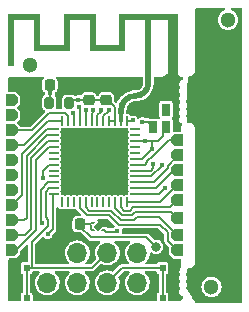
<source format=gbr>
%TF.GenerationSoftware,KiCad,Pcbnew,(6.0.0)*%
%TF.CreationDate,2022-02-03T22:20:29+01:00*%
%TF.ProjectId,ESP31_V3,45535033-315f-4563-932e-6b696361645f,rev?*%
%TF.SameCoordinates,Original*%
%TF.FileFunction,Copper,L1,Top*%
%TF.FilePolarity,Positive*%
%FSLAX46Y46*%
G04 Gerber Fmt 4.6, Leading zero omitted, Abs format (unit mm)*
G04 Created by KiCad (PCBNEW (6.0.0)) date 2022-02-03 22:20:29*
%MOMM*%
%LPD*%
G01*
G04 APERTURE LIST*
G04 Aperture macros list*
%AMRoundRect*
0 Rectangle with rounded corners*
0 $1 Rounding radius*
0 $2 $3 $4 $5 $6 $7 $8 $9 X,Y pos of 4 corners*
0 Add a 4 corners polygon primitive as box body*
4,1,4,$2,$3,$4,$5,$6,$7,$8,$9,$2,$3,0*
0 Add four circle primitives for the rounded corners*
1,1,$1+$1,$2,$3*
1,1,$1+$1,$4,$5*
1,1,$1+$1,$6,$7*
1,1,$1+$1,$8,$9*
0 Add four rect primitives between the rounded corners*
20,1,$1+$1,$2,$3,$4,$5,0*
20,1,$1+$1,$4,$5,$6,$7,0*
20,1,$1+$1,$6,$7,$8,$9,0*
20,1,$1+$1,$8,$9,$2,$3,0*%
%AMRotRect*
0 Rectangle, with rotation*
0 The origin of the aperture is its center*
0 $1 length*
0 $2 width*
0 $3 Rotation angle, in degrees counterclockwise*
0 Add horizontal line*
21,1,$1,$2,0,0,$3*%
%AMOutline5P*
0 Free polygon, 5 corners , with rotation*
0 The origin of the aperture is its center*
0 number of corners: always 5*
0 $1 to $10 corner X, Y*
0 $11 Rotation angle, in degrees counterclockwise*
0 create outline with 5 corners*
4,1,5,$1,$2,$3,$4,$5,$6,$7,$8,$9,$10,$1,$2,$11*%
%AMOutline6P*
0 Free polygon, 6 corners , with rotation*
0 The origin of the aperture is its center*
0 number of corners: always 6*
0 $1 to $12 corner X, Y*
0 $13 Rotation angle, in degrees counterclockwise*
0 create outline with 6 corners*
4,1,6,$1,$2,$3,$4,$5,$6,$7,$8,$9,$10,$11,$12,$1,$2,$13*%
%AMOutline7P*
0 Free polygon, 7 corners , with rotation*
0 The origin of the aperture is its center*
0 number of corners: always 7*
0 $1 to $14 corner X, Y*
0 $15 Rotation angle, in degrees counterclockwise*
0 create outline with 7 corners*
4,1,7,$1,$2,$3,$4,$5,$6,$7,$8,$9,$10,$11,$12,$13,$14,$1,$2,$15*%
%AMOutline8P*
0 Free polygon, 8 corners , with rotation*
0 The origin of the aperture is its center*
0 number of corners: always 8*
0 $1 to $16 corner X, Y*
0 $17 Rotation angle, in degrees counterclockwise*
0 create outline with 8 corners*
4,1,8,$1,$2,$3,$4,$5,$6,$7,$8,$9,$10,$11,$12,$13,$14,$15,$16,$1,$2,$17*%
%AMFreePoly0*
4,1,5,0.110000,-0.125000,-0.110000,-0.125000,-0.110000,0.125000,0.360000,0.125000,0.110000,-0.125000,0.110000,-0.125000,$1*%
%AMFreePoly1*
4,1,6,0.290000,-0.055000,0.290000,-0.125000,-0.110000,-0.125000,-0.110000,0.125000,0.110000,0.125000,0.290000,-0.055000,0.290000,-0.055000,$1*%
%AMFreePoly2*
4,1,6,0.110000,-0.125000,-0.290000,-0.125000,-0.290000,-0.055000,-0.110000,0.125000,0.110000,0.125000,0.110000,-0.125000,0.110000,-0.125000,$1*%
%AMFreePoly3*
4,1,6,0.110000,-0.125000,-0.110000,-0.125000,-0.290000,0.055000,-0.290000,0.125000,0.110000,0.125000,0.110000,-0.125000,0.110000,-0.125000,$1*%
G04 Aperture macros list end*
%TA.AperFunction,ComponentPad*%
%ADD10Outline6P,-0.500000X0.500000X0.250000X0.500000X0.500000X0.250000X0.500000X-0.250000X0.250000X-0.500000X-0.500000X-0.500000X180.000000*%
%TD*%
%TA.AperFunction,ComponentPad*%
%ADD11Outline6P,-0.500000X0.500000X0.250000X0.500000X0.500000X0.250000X0.500000X-0.250000X0.250000X-0.500000X-0.500000X-0.500000X0.000000*%
%TD*%
%TA.AperFunction,SMDPad,CuDef*%
%ADD12RoundRect,0.225000X-0.225000X-0.250000X0.225000X-0.250000X0.225000X0.250000X-0.225000X0.250000X0*%
%TD*%
%TA.AperFunction,WasherPad*%
%ADD13C,1.300000*%
%TD*%
%TA.AperFunction,SMDPad,CuDef*%
%ADD14FreePoly0,180.000000*%
%TD*%
%TA.AperFunction,SMDPad,CuDef*%
%ADD15FreePoly1,180.000000*%
%TD*%
%TA.AperFunction,SMDPad,CuDef*%
%ADD16FreePoly2,180.000000*%
%TD*%
%TA.AperFunction,SMDPad,CuDef*%
%ADD17FreePoly3,180.000000*%
%TD*%
%TA.AperFunction,SMDPad,CuDef*%
%ADD18RotRect,0.480000X0.480000X225.000000*%
%TD*%
%TA.AperFunction,SMDPad,CuDef*%
%ADD19RoundRect,0.225000X-0.250000X0.225000X-0.250000X-0.225000X0.250000X-0.225000X0.250000X0.225000X0*%
%TD*%
%TA.AperFunction,SMDPad,CuDef*%
%ADD20RoundRect,0.062500X-0.062500X0.337500X-0.062500X-0.337500X0.062500X-0.337500X0.062500X0.337500X0*%
%TD*%
%TA.AperFunction,SMDPad,CuDef*%
%ADD21RoundRect,0.062500X-0.337500X0.062500X-0.337500X-0.062500X0.337500X-0.062500X0.337500X0.062500X0*%
%TD*%
%TA.AperFunction,SMDPad,CuDef*%
%ADD22R,5.300000X5.300000*%
%TD*%
%TA.AperFunction,ConnectorPad*%
%ADD23R,0.500000X0.500000*%
%TD*%
%TA.AperFunction,ComponentPad*%
%ADD24R,0.900000X0.500000*%
%TD*%
%TA.AperFunction,SMDPad,CuDef*%
%ADD25RoundRect,0.200000X0.200000X0.275000X-0.200000X0.275000X-0.200000X-0.275000X0.200000X-0.275000X0*%
%TD*%
%TA.AperFunction,SMDPad,CuDef*%
%ADD26R,0.600000X0.600000*%
%TD*%
%TA.AperFunction,SMDPad,CuDef*%
%ADD27R,0.800000X1.000000*%
%TD*%
%TA.AperFunction,ComponentPad*%
%ADD28R,1.700000X1.700000*%
%TD*%
%TA.AperFunction,ComponentPad*%
%ADD29O,1.700000X1.700000*%
%TD*%
%TA.AperFunction,ViaPad*%
%ADD30C,0.400000*%
%TD*%
%TA.AperFunction,ViaPad*%
%ADD31C,0.800000*%
%TD*%
%TA.AperFunction,Conductor*%
%ADD32C,0.200000*%
%TD*%
%TA.AperFunction,Conductor*%
%ADD33C,0.250000*%
%TD*%
%TA.AperFunction,Conductor*%
%ADD34C,0.500000*%
%TD*%
%TA.AperFunction,Conductor*%
%ADD35C,0.350000*%
%TD*%
G04 APERTURE END LIST*
%TO.C,AE1*%
G36*
X117700000Y-95875000D02*
G01*
X117700000Y-95616842D01*
X118001778Y-95616842D01*
X118008309Y-95666368D01*
X118028868Y-95711553D01*
X118062511Y-95746787D01*
X118081122Y-95757400D01*
X118126637Y-95770300D01*
X118175156Y-95771043D01*
X118217819Y-95758935D01*
X118225731Y-95754581D01*
X118263674Y-95721797D01*
X118287742Y-95679395D01*
X118297583Y-95631785D01*
X118292847Y-95583378D01*
X118273185Y-95538584D01*
X118238245Y-95501814D01*
X118205353Y-95484908D01*
X118157267Y-95477018D01*
X118107682Y-95483592D01*
X118062372Y-95503687D01*
X118027112Y-95536357D01*
X118010218Y-95568583D01*
X118001778Y-95616842D01*
X117700000Y-95616842D01*
X117700000Y-90975000D01*
X116300000Y-90975000D01*
X116300000Y-95875000D01*
X115800000Y-95875000D01*
X115800000Y-90975000D01*
X114100000Y-90975000D01*
X114100000Y-93615000D01*
X111100000Y-93615000D01*
X111100000Y-90975000D01*
X109400000Y-90975000D01*
X109400000Y-93615000D01*
X106400000Y-93615000D01*
X106400000Y-90975000D01*
X104700000Y-90975000D01*
X104700000Y-94915000D01*
X104200000Y-94915000D01*
X104200000Y-90475000D01*
X106900000Y-90475000D01*
X106900000Y-93115000D01*
X108900000Y-93115000D01*
X108900000Y-90475000D01*
X111600000Y-90475000D01*
X111600000Y-93115000D01*
X113600000Y-93115000D01*
X113600000Y-90475000D01*
X118600000Y-90475000D01*
X118600000Y-95875000D01*
X117700000Y-95875000D01*
G37*
%TD*%
D10*
%TO.P,J5,1,Pin_1*%
%TO.N,/IO5*%
X118500000Y-107780000D03*
%TD*%
%TO.P,J10,1,Pin_1*%
%TO.N,/IO21*%
X118500000Y-101180000D03*
%TD*%
%TO.P,J7,1,Pin_1*%
%TO.N,/IO10*%
X118500000Y-109230000D03*
%TD*%
D11*
%TO.P,J18,1,Pin_1*%
%TO.N,/IO34*%
X104500000Y-102870000D03*
%TD*%
D10*
%TO.P,J9,1,Pin_1*%
%TO.N,/IO19*%
X118500000Y-103720000D03*
%TD*%
D12*
%TO.P,C2,1*%
%TO.N,/EN*%
X107725000Y-96500000D03*
%TO.P,C2,2*%
%TO.N,GND*%
X109275000Y-96500000D03*
%TD*%
D10*
%TO.P,J6,1,Pin_1*%
%TO.N,/IO9*%
X118500000Y-110500000D03*
%TD*%
%TO.P,J12,1,Pin_1*%
%TO.N,/IO23*%
X118500000Y-104990000D03*
%TD*%
D11*
%TO.P,J19,1,Pin_1*%
%TO.N,/IO35*%
X104500000Y-100330000D03*
%TD*%
D12*
%TO.P,C1,1*%
%TO.N,GND*%
X108725000Y-108300000D03*
%TO.P,C1,2*%
%TO.N,Net-(C1-Pad2)*%
X110275000Y-108300000D03*
%TD*%
D13*
%TO.P,REF\u002A\u002A,*%
%TO.N,*%
X106000000Y-94800000D03*
%TD*%
D14*
%TO.P,U1,1,VOUT*%
%TO.N,+3V3*%
X112340000Y-108825000D03*
D15*
%TO.P,U1,2,GND*%
%TO.N,GND*%
X112340000Y-108175000D03*
D16*
%TO.P,U1,3,EN*%
%TO.N,Net-(C1-Pad2)*%
X111260000Y-108175000D03*
D17*
%TO.P,U1,4,Vin*%
X111260000Y-108825000D03*
D18*
%TO.P,U1,5,EP*%
%TO.N,GND*%
X111800000Y-108500000D03*
%TD*%
D11*
%TO.P,J13,1,Pin_1*%
%TO.N,/IO25*%
X104500000Y-107950000D03*
%TD*%
D19*
%TO.P,C3,1*%
%TO.N,GND*%
X111000000Y-96225000D03*
%TO.P,C3,2*%
%TO.N,+3V3*%
X111000000Y-97775000D03*
%TD*%
D13*
%TO.P,,*%
%TO.N,*%
X122800000Y-91000000D03*
%TD*%
D19*
%TO.P,C4,1*%
%TO.N,GND*%
X112500000Y-96225000D03*
%TO.P,C4,2*%
%TO.N,+3V3*%
X112500000Y-97775000D03*
%TD*%
D11*
%TO.P,J15,1,Pin_1*%
%TO.N,/IO27*%
X104500000Y-110490000D03*
%TD*%
%TO.P,J17,1,Pin_1*%
%TO.N,/IO33*%
X104500000Y-106680000D03*
%TD*%
%TO.P,J14,1,Pin_1*%
%TO.N,/IO26*%
X104500000Y-109220000D03*
%TD*%
D10*
%TO.P,J8,1,Pin_1*%
%TO.N,/IO18*%
X118500000Y-106260000D03*
%TD*%
D20*
%TO.P,U2,1,VDDA*%
%TO.N,+3V3*%
X114250000Y-99550000D03*
%TO.P,U2,2,LNA_IN*%
%TO.N,Net-(AE1-Pad1)*%
X113750000Y-99550000D03*
%TO.P,U2,3,VDDA3P3*%
%TO.N,+3V3*%
X113250000Y-99550000D03*
%TO.P,U2,4,VDDA3P3*%
X112750000Y-99550000D03*
%TO.P,U2,5,SENSOR_VP*%
%TO.N,/SENS_VP*%
X112250000Y-99550000D03*
%TO.P,U2,6,SENSOR_CAPP*%
%TO.N,/CAPP*%
X111750000Y-99550000D03*
%TO.P,U2,7,SENSOR_CAPN*%
%TO.N,/CAPN*%
X111250000Y-99550000D03*
%TO.P,U2,8,SENSOR_VN*%
%TO.N,/SENS_VN*%
X110750000Y-99550000D03*
%TO.P,U2,9,EN*%
%TO.N,/EN*%
X110250000Y-99550000D03*
%TO.P,U2,10,IO34*%
%TO.N,/IO34*%
X109750000Y-99550000D03*
%TO.P,U2,11,IO35*%
%TO.N,/IO35*%
X109250000Y-99550000D03*
%TO.P,U2,12,IO32*%
%TO.N,/IO32*%
X108750000Y-99550000D03*
D21*
%TO.P,U2,13,IO33*%
%TO.N,/IO33*%
X108050000Y-100250000D03*
%TO.P,U2,14,IO25*%
%TO.N,/IO25*%
X108050000Y-100750000D03*
%TO.P,U2,15,IO26*%
%TO.N,/IO26*%
X108050000Y-101250000D03*
%TO.P,U2,16,IO27*%
%TO.N,/IO27*%
X108050000Y-101750000D03*
%TO.P,U2,17,IO14*%
%TO.N,unconnected-(U2-Pad17)*%
X108050000Y-102250000D03*
%TO.P,U2,18,IO12*%
%TO.N,unconnected-(U2-Pad18)*%
X108050000Y-102750000D03*
%TO.P,U2,19,VDD3P3_RTC*%
%TO.N,+3V3*%
X108050000Y-103250000D03*
%TO.P,U2,20,IO13*%
%TO.N,unconnected-(U2-Pad20)*%
X108050000Y-103750000D03*
%TO.P,U2,21,IO15*%
%TO.N,unconnected-(U2-Pad21)*%
X108050000Y-104250000D03*
%TO.P,U2,22,IO2*%
%TO.N,/IO2*%
X108050000Y-104750000D03*
%TO.P,U2,23,IO0*%
%TO.N,/IO0*%
X108050000Y-105250000D03*
%TO.P,U2,24,IO4*%
%TO.N,/IO4*%
X108050000Y-105750000D03*
D20*
%TO.P,U2,25,IO16*%
%TO.N,unconnected-(U2-Pad25)*%
X108750000Y-106450000D03*
%TO.P,U2,26,VDD_SDIO*%
%TO.N,unconnected-(U2-Pad26)*%
X109250000Y-106450000D03*
%TO.P,U2,27,IO17*%
%TO.N,unconnected-(U2-Pad27)*%
X109750000Y-106450000D03*
%TO.P,U2,28,SD2/IO9*%
%TO.N,/IO9*%
X110250000Y-106450000D03*
%TO.P,U2,29,SD3/IO10*%
%TO.N,/IO10*%
X110750000Y-106450000D03*
%TO.P,U2,30,CMD*%
%TO.N,unconnected-(U2-Pad30)*%
X111250000Y-106450000D03*
%TO.P,U2,31,CLK*%
%TO.N,unconnected-(U2-Pad31)*%
X111750000Y-106450000D03*
%TO.P,U2,32,SD0*%
%TO.N,unconnected-(U2-Pad32)*%
X112250000Y-106450000D03*
%TO.P,U2,33,SD1*%
%TO.N,unconnected-(U2-Pad33)*%
X112750000Y-106450000D03*
%TO.P,U2,34,IO5*%
%TO.N,/IO5*%
X113250000Y-106450000D03*
%TO.P,U2,35,IO18*%
%TO.N,/IO18*%
X113750000Y-106450000D03*
%TO.P,U2,36,IO23*%
%TO.N,/IO23*%
X114250000Y-106450000D03*
D21*
%TO.P,U2,37,VDD3P3_CPU*%
%TO.N,+3V3*%
X114950000Y-105750000D03*
%TO.P,U2,38,IO19*%
%TO.N,/IO19*%
X114950000Y-105250000D03*
%TO.P,U2,39,IO22*%
%TO.N,/IO22*%
X114950000Y-104750000D03*
%TO.P,U2,40,U0RXD/IO3*%
%TO.N,/IO3*%
X114950000Y-104250000D03*
%TO.P,U2,41,U0TXD/IO1*%
%TO.N,/IO1*%
X114950000Y-103750000D03*
%TO.P,U2,42,IO21*%
%TO.N,/IO21*%
X114950000Y-103250000D03*
%TO.P,U2,43,VDDA*%
%TO.N,+3V3*%
X114950000Y-102750000D03*
%TO.P,U2,44,XTAL_N_NC*%
%TO.N,unconnected-(U2-Pad44)*%
X114950000Y-102250000D03*
%TO.P,U2,45,XTAL_P_NC*%
%TO.N,unconnected-(U2-Pad45)*%
X114950000Y-101750000D03*
%TO.P,U2,46,VDDA*%
%TO.N,+3V3*%
X114950000Y-101250000D03*
%TO.P,U2,47,CAP2_NC*%
%TO.N,unconnected-(U2-Pad47)*%
X114950000Y-100750000D03*
%TO.P,U2,48,CAP1_NC*%
%TO.N,unconnected-(U2-Pad48)*%
X114950000Y-100250000D03*
D22*
%TO.P,U2,49,GND*%
%TO.N,GND*%
X111500000Y-103000000D03*
%TD*%
D23*
%TO.P,AE1,1,A*%
%TO.N,Net-(AE1-Pad1)*%
X116050000Y-95625000D03*
D24*
%TO.P,AE1,2,Shield*%
%TO.N,GND*%
X118150000Y-95625000D03*
%TD*%
D11*
%TO.P,J3,1,Pin_1*%
%TO.N,/CAPN*%
X104500000Y-105410000D03*
%TD*%
%TO.P,J4,1,Pin_1*%
%TO.N,/SENS_VN*%
X104500000Y-104140000D03*
%TD*%
D10*
%TO.P,J11,1,Pin_1*%
%TO.N,/IO22*%
X118500000Y-102450000D03*
%TD*%
D25*
%TO.P,R1,1*%
%TO.N,+3V3*%
X109325000Y-98000000D03*
%TO.P,R1,2*%
%TO.N,/EN*%
X107675000Y-98000000D03*
%TD*%
D13*
%TO.P,,*%
%TO.N,*%
X121400000Y-113600000D03*
%TD*%
D26*
%TO.P,SW1,1,1*%
%TO.N,GND*%
X118456000Y-111984000D03*
X118456000Y-114584000D03*
%TO.P,SW1,2,2*%
%TO.N,/EN*%
X117256000Y-114584000D03*
X117256000Y-111984000D03*
%TD*%
%TO.P,SW2,1,1*%
%TO.N,GND*%
X104556000Y-111984000D03*
X104556000Y-114584000D03*
%TO.P,SW2,2,2*%
%TO.N,/IO0*%
X105756000Y-114584000D03*
X105756000Y-111984000D03*
%TD*%
D11*
%TO.P,J1,1,Pin_1*%
%TO.N,/SENS_VP*%
X104500000Y-97790000D03*
%TD*%
%TO.P,J16,1,Pin_1*%
%TO.N,/IO32*%
X104500000Y-101600000D03*
%TD*%
D27*
%TO.P,D1,1,DOUT*%
%TO.N,unconnected-(D1-Pad1)*%
X117550000Y-98590000D03*
%TO.P,D1,2,VSS*%
%TO.N,GND*%
X116450000Y-98590000D03*
%TO.P,D1,3,DIN*%
%TO.N,/IO2*%
X116450000Y-100090000D03*
%TO.P,D1,4,VDD*%
%TO.N,+3V3*%
X117550000Y-100090000D03*
%TD*%
D11*
%TO.P,J2,1,Pin_1*%
%TO.N,/CAPP*%
X104500000Y-99060000D03*
%TD*%
D28*
%TO.P,J20,1,Pin_1*%
%TO.N,GND*%
X107500000Y-110725000D03*
D29*
%TO.P,J20,2,Pin_2*%
%TO.N,/IO1*%
X107500000Y-113265000D03*
%TO.P,J20,3,Pin_3*%
%TO.N,/IO2*%
X110040000Y-110725000D03*
%TO.P,J20,4,Pin_4*%
%TO.N,/IO4*%
X110040000Y-113265000D03*
%TO.P,J20,5,Pin_5*%
%TO.N,/IO0*%
X112580000Y-110725000D03*
%TO.P,J20,6,Pin_6*%
%TO.N,/EN*%
X112580000Y-113265000D03*
%TO.P,J20,7,Pin_7*%
%TO.N,/IO3*%
X115120000Y-110725000D03*
%TO.P,J20,8,Pin_8*%
%TO.N,VIN*%
X115120000Y-113265000D03*
%TD*%
D30*
%TO.N,/IO2*%
X115544600Y-99644200D03*
%TO.N,GND*%
X117350000Y-96150000D03*
X112889765Y-108410228D03*
X116130000Y-97680000D03*
X105500000Y-99300000D03*
X109100000Y-109150000D03*
X113900000Y-97100000D03*
X104550000Y-96200000D03*
X113550000Y-96200000D03*
X114850000Y-98150000D03*
X108580000Y-107330000D03*
X118500000Y-98500000D03*
X116530000Y-97200000D03*
X116750000Y-96050000D03*
X111500000Y-103000000D03*
X106650000Y-98200000D03*
X114200000Y-108900000D03*
X108508800Y-97256600D03*
X116500000Y-111100000D03*
X104500000Y-113750000D03*
X110500000Y-102000000D03*
X108740000Y-113670000D03*
X118450000Y-97825000D03*
X118500000Y-100000000D03*
X115350000Y-96050000D03*
X116750000Y-96600000D03*
X115150000Y-96600000D03*
X109900000Y-107400000D03*
X112500000Y-102000000D03*
X112500000Y-104000000D03*
X118450000Y-96250000D03*
X111750000Y-96200000D03*
X118500000Y-99250000D03*
X114503200Y-96800000D03*
X114400000Y-96200000D03*
X113374500Y-97587566D03*
X110150000Y-96200000D03*
X118500000Y-112750000D03*
X104500000Y-112750000D03*
X113621581Y-109899011D03*
X118425000Y-97000000D03*
X110500000Y-104000000D03*
X118500000Y-113750000D03*
X115450000Y-98050000D03*
X114450000Y-98700000D03*
%TO.N,/EN*%
X107725000Y-97227600D03*
X110162095Y-98373291D03*
%TO.N,+3V3*%
X110124000Y-97775000D03*
X114750000Y-99500000D03*
X113400000Y-108900000D03*
X116396800Y-101896800D03*
X115750000Y-101250000D03*
X107100000Y-104400000D03*
X117495701Y-105195701D03*
%TO.N,/IO1*%
X116464297Y-103214297D03*
%TO.N,/IO2*%
X107069740Y-108169740D03*
%TO.N,/IO4*%
X107542579Y-109142578D03*
%TO.N,/IO3*%
X117211935Y-103241894D03*
D31*
%TO.N,Net-(C1-Pad2)*%
X116700000Y-110200000D03*
D30*
%TO.N,/SENS_VN*%
X110808929Y-98625870D03*
%TO.N,/SENS_VP*%
X112700500Y-98625000D03*
%TO.N,/CAPP*%
X112057502Y-98617052D03*
%TO.N,/CAPN*%
X111408098Y-98605879D03*
%TO.N,/IO34*%
X109668798Y-98858724D03*
%TD*%
D32*
%TO.N,/IO2*%
X116004200Y-99644200D02*
X115544600Y-99644200D01*
X116450000Y-100090000D02*
X116004200Y-99644200D01*
%TO.N,GND*%
X112340000Y-108175000D02*
X112654537Y-108175000D01*
D33*
X118700000Y-95900000D02*
X118425000Y-95625000D01*
X118425000Y-95625000D02*
X118150000Y-95625000D01*
X118150000Y-95625000D02*
X118347200Y-95427800D01*
X118150000Y-95625000D02*
X117975000Y-95625000D01*
X118700000Y-96000000D02*
X118700000Y-95900000D01*
X117500000Y-95900000D02*
X117600000Y-96000000D01*
D32*
X111800000Y-108500000D02*
X112125000Y-108175000D01*
D33*
X118150000Y-95625000D02*
X118150000Y-95650000D01*
D32*
X112654537Y-108175000D02*
X112889765Y-108410228D01*
X116550000Y-98590000D02*
X116550000Y-98370000D01*
D33*
X117600000Y-96000000D02*
X118700000Y-96000000D01*
D32*
X108725000Y-108300000D02*
X108725000Y-108775000D01*
D33*
X117500000Y-95800000D02*
X117500000Y-95900000D01*
X118150000Y-95625000D02*
X118375000Y-95625000D01*
X118150000Y-95625000D02*
X117675000Y-95625000D01*
D32*
X108725000Y-108775000D02*
X109100000Y-109150000D01*
D33*
X117500000Y-95800000D02*
X117975000Y-95800000D01*
D32*
X116550000Y-98590000D02*
X116550000Y-98440000D01*
D33*
X117975000Y-95800000D02*
X118150000Y-95625000D01*
X117675000Y-95625000D02*
X117500000Y-95800000D01*
D32*
X112125000Y-108175000D02*
X112340000Y-108175000D01*
D33*
%TO.N,Net-(AE1-Pad1)*%
X114985800Y-97409000D02*
X115011948Y-97409000D01*
D34*
X116050000Y-96374625D02*
X116050000Y-95625000D01*
X113750000Y-98627249D02*
X113750000Y-98918822D01*
D33*
X114096800Y-97790000D02*
X114118589Y-97768211D01*
D35*
X113750000Y-99550000D02*
X113750000Y-98918822D01*
D34*
X115747800Y-97104200D02*
G75*
G02*
X115011948Y-97409000I-735848J735842D01*
G01*
X116049999Y-96374625D02*
G75*
G02*
X115747799Y-97104199I-1031767J-3D01*
G01*
X114985800Y-97409000D02*
G75*
G03*
X114118589Y-97768211I-1J-1226418D01*
G01*
X114096800Y-97790000D02*
G75*
G03*
X113750000Y-98627249I837188J-837224D01*
G01*
D32*
%TO.N,/EN*%
X110250000Y-98461196D02*
X110162095Y-98373291D01*
X113821000Y-111984000D02*
X112540000Y-113265000D01*
X110250000Y-99550000D02*
X110250000Y-98461196D01*
X107725000Y-96500000D02*
X107725000Y-97950000D01*
X117256000Y-111984000D02*
X113821000Y-111984000D01*
X117256000Y-114584000D02*
X117256000Y-111984000D01*
X110250000Y-99550000D02*
X110250000Y-98665365D01*
X107725000Y-97950000D02*
X107675000Y-98000000D01*
%TO.N,+3V3*%
X116396800Y-101303200D02*
X116450000Y-101250000D01*
X113200011Y-98385234D02*
X112589777Y-97775000D01*
X114250000Y-99550000D02*
X114700000Y-99550000D01*
X114950000Y-102750000D02*
X115543600Y-102750000D01*
X112750000Y-99550000D02*
X113250000Y-99550000D01*
X108050000Y-103250000D02*
X107630954Y-103250000D01*
X117299511Y-100829609D02*
X116879120Y-101250000D01*
X114950000Y-105750000D02*
X116941402Y-105750000D01*
X116941402Y-105750000D02*
X117495701Y-105195701D01*
X117700000Y-100090000D02*
X117299511Y-100490489D01*
X114700000Y-99550000D02*
X114750000Y-99500000D01*
X112450000Y-108935000D02*
X112340000Y-108825000D01*
X115543600Y-102750000D02*
X116396800Y-101896800D01*
X112500000Y-97775000D02*
X111000000Y-97775000D01*
X113200011Y-99500011D02*
X113200011Y-98385234D01*
X113250000Y-99550000D02*
X113200011Y-99500011D01*
X114950000Y-101250000D02*
X115750000Y-101250000D01*
X107630954Y-103250000D02*
X107100000Y-103780954D01*
X116450000Y-101250000D02*
X115750000Y-101250000D01*
X107100000Y-103780954D02*
X107100000Y-104400000D01*
X110124000Y-97775000D02*
X109550000Y-97775000D01*
X112589777Y-97775000D02*
X112500000Y-97775000D01*
X116396800Y-101896800D02*
X116396800Y-101303200D01*
X109550000Y-97775000D02*
X109325000Y-98000000D01*
X113365000Y-108935000D02*
X112450000Y-108935000D01*
X113400000Y-108900000D02*
X113365000Y-108935000D01*
X117299511Y-100490489D02*
X117299511Y-100829609D01*
X116879120Y-101250000D02*
X116450000Y-101250000D01*
X111000000Y-97775000D02*
X110124000Y-97775000D01*
%TO.N,/IO1*%
X116252491Y-103750000D02*
X114950000Y-103750000D01*
X116464297Y-103538194D02*
X116252491Y-103750000D01*
X116464297Y-103214297D02*
X116464297Y-103538194D01*
%TO.N,/IO2*%
X107565948Y-104750000D02*
X108050000Y-104750000D01*
X106950961Y-105364987D02*
X107565948Y-104750000D01*
X106950961Y-108050961D02*
X106950961Y-105364987D01*
X107069740Y-108169740D02*
X106950961Y-108050961D01*
%TO.N,/IO4*%
X107968771Y-105831229D02*
X108050000Y-105750000D01*
X107968771Y-108716386D02*
X107968771Y-105831229D01*
X107542579Y-109142578D02*
X107968771Y-108716386D01*
%TO.N,/IO0*%
X106184000Y-109794757D02*
X106184000Y-111984000D01*
X112540000Y-110725000D02*
X111281000Y-111984000D01*
X107569251Y-108409506D02*
X106184000Y-109794757D01*
X106184000Y-111984000D02*
X105756000Y-111984000D01*
X107350481Y-105530473D02*
X107350481Y-107711204D01*
X111281000Y-111984000D02*
X106184000Y-111984000D01*
X105756000Y-114584000D02*
X105756000Y-111984000D01*
X107630954Y-105250000D02*
X107350481Y-105530473D01*
X107350481Y-107711204D02*
X107569251Y-107929974D01*
X107569251Y-107929974D02*
X107569251Y-108409506D01*
X108050000Y-105250000D02*
X107630954Y-105250000D01*
%TO.N,/IO3*%
X117211935Y-103241894D02*
X117211935Y-103355562D01*
X116317497Y-104250000D02*
X114950000Y-104250000D01*
X117211935Y-103355562D02*
X116317497Y-104250000D01*
%TO.N,Net-(C1-Pad2)*%
X111260000Y-108825000D02*
X111161069Y-108726069D01*
X111174511Y-109399511D02*
X110275000Y-108500000D01*
X111135000Y-108300000D02*
X111260000Y-108175000D01*
X115899511Y-109399511D02*
X111174511Y-109399511D01*
X110275000Y-108500000D02*
X110275000Y-108300000D01*
X116700000Y-110200000D02*
X115899511Y-109399511D01*
X111161069Y-108726069D02*
X111161069Y-108375935D01*
X110275000Y-108300000D02*
X111135000Y-108300000D01*
%TO.N,/SENS_VN*%
X110808929Y-98625870D02*
X110808929Y-98897645D01*
X110808929Y-98897645D02*
X110750000Y-98956574D01*
X110750000Y-98956574D02*
X110750000Y-99550000D01*
%TO.N,/SENS_VP*%
X112700500Y-98625000D02*
X112700500Y-98680454D01*
X112700500Y-98680454D02*
X112250000Y-99130954D01*
X112250000Y-99130954D02*
X112250000Y-99550000D01*
%TO.N,/CAPP*%
X111750000Y-99065948D02*
X111750000Y-99550000D01*
X112057502Y-98758446D02*
X111750000Y-99065948D01*
X112057502Y-98617052D02*
X112057502Y-98758446D01*
%TO.N,/CAPN*%
X111408098Y-98772132D02*
X111250000Y-98930230D01*
X111408098Y-98605879D02*
X111408098Y-98772132D01*
X111250000Y-98930230D02*
X111250000Y-99550000D01*
%TO.N,/IO5*%
X113250000Y-106934052D02*
X113864988Y-107549040D01*
X114635013Y-107549039D02*
X114935012Y-107249040D01*
X113250000Y-106450000D02*
X113250000Y-106934052D01*
X117969040Y-107249040D02*
X118500000Y-107780000D01*
X113864988Y-107549040D02*
X114635013Y-107549039D01*
X114935012Y-107249040D02*
X117969040Y-107249040D01*
%TO.N,/IO9*%
X113534017Y-108348080D02*
X117053074Y-108348080D01*
X117700480Y-109700480D02*
X118500000Y-110500000D01*
X110250000Y-106934052D02*
X110864988Y-107549040D01*
X112734977Y-107549040D02*
X113534017Y-108348080D01*
X117700480Y-108995486D02*
X117700480Y-109700480D01*
X110864988Y-107549040D02*
X112734977Y-107549040D01*
X117053074Y-108348080D02*
X117700480Y-108995486D01*
X110250000Y-106450000D02*
X110250000Y-106934052D01*
%TO.N,/IO10*%
X116918560Y-107648560D02*
X118500000Y-109230000D01*
X110750000Y-106869046D02*
X111030474Y-107149520D01*
X115100498Y-107648560D02*
X116918560Y-107648560D01*
X113699502Y-107948560D02*
X114800500Y-107948558D01*
X112900462Y-107149520D02*
X113699502Y-107948560D01*
X114800500Y-107948558D02*
X115100498Y-107648560D01*
X110750000Y-106450000D02*
X110750000Y-106869046D01*
X111030474Y-107149520D02*
X112900462Y-107149520D01*
%TO.N,/IO18*%
X113750000Y-106869046D02*
X114030474Y-107149520D01*
X114469526Y-107149520D02*
X114769526Y-106849520D01*
X114030474Y-107149520D02*
X114469526Y-107149520D01*
X117910480Y-106849520D02*
X118500000Y-106260000D01*
X114769526Y-106849520D02*
X117910480Y-106849520D01*
X113750000Y-106450000D02*
X113750000Y-106869046D01*
%TO.N,/IO19*%
X116735000Y-105250000D02*
X118265000Y-103720000D01*
X114950000Y-105250000D02*
X116735000Y-105250000D01*
X118265000Y-103720000D02*
X118500000Y-103720000D01*
%TO.N,/IO21*%
X115964786Y-103035214D02*
X115750000Y-103250000D01*
X117820000Y-101180000D02*
X116285214Y-102714786D01*
X115964786Y-102974531D02*
X115964786Y-103035214D01*
X116224531Y-102714786D02*
X115964786Y-102974531D01*
X115750000Y-103250000D02*
X114950000Y-103250000D01*
X116285214Y-102714786D02*
X116224531Y-102714786D01*
X118500000Y-101180000D02*
X117820000Y-101180000D01*
%TO.N,/IO22*%
X117700480Y-103345934D02*
X118500000Y-102546414D01*
X117700480Y-103549520D02*
X117700480Y-103345934D01*
X118500000Y-102546414D02*
X118500000Y-102450000D01*
X114950000Y-104750000D02*
X116500000Y-104750000D01*
X116500000Y-104750000D02*
X117700480Y-103549520D01*
%TO.N,/IO23*%
X117040000Y-106450000D02*
X118500000Y-104990000D01*
X114250000Y-106450000D02*
X117040000Y-106450000D01*
%TO.N,/IO25*%
X105752402Y-102498540D02*
X107500942Y-100750000D01*
X107500942Y-100750000D02*
X108050000Y-100750000D01*
X104500000Y-107950000D02*
X105550000Y-107950000D01*
X105752401Y-107747599D02*
X105752402Y-102498540D01*
X105550000Y-107950000D02*
X105752401Y-107747599D01*
%TO.N,/IO26*%
X107565948Y-101250000D02*
X106151921Y-102664027D01*
X105595868Y-109220000D02*
X106151921Y-108663947D01*
X104500000Y-109220000D02*
X105595868Y-109220000D01*
X106151921Y-108663947D02*
X106151921Y-107543796D01*
X106151921Y-102664027D02*
X106151921Y-107500000D01*
X108050000Y-101250000D02*
X107565948Y-101250000D01*
%TO.N,/IO27*%
X108050000Y-101750000D02*
X107630954Y-101750000D01*
X106551441Y-102829513D02*
X106551441Y-108829433D01*
X106551441Y-108829433D02*
X104890874Y-110490000D01*
X104890874Y-110490000D02*
X104500000Y-110490000D01*
X107630954Y-101750000D02*
X106551441Y-102829513D01*
%TO.N,/IO32*%
X107550000Y-99550000D02*
X105500000Y-101600000D01*
X105500000Y-101600000D02*
X104500000Y-101600000D01*
X108750000Y-99550000D02*
X107550000Y-99550000D01*
%TO.N,/IO33*%
X107435936Y-100250000D02*
X108050000Y-100250000D01*
X104500000Y-106680000D02*
X105352883Y-105827117D01*
X105352883Y-105827117D02*
X105352883Y-102333053D01*
X105352883Y-102333053D02*
X107435936Y-100250000D01*
%TO.N,/IO34*%
X109750000Y-98939926D02*
X109668798Y-98858724D01*
X109750000Y-99550000D02*
X109750000Y-98939926D01*
%TO.N,/IO35*%
X108969526Y-98850480D02*
X107684514Y-98850480D01*
X106204994Y-100330000D02*
X104500000Y-100330000D01*
X109250000Y-99550000D02*
X109250000Y-99130954D01*
X107684514Y-98850480D02*
X106204994Y-100330000D01*
X109250000Y-99130954D02*
X108969526Y-98850480D01*
%TD*%
%TA.AperFunction,Conductor*%
%TO.N,GND*%
G36*
X105829445Y-110073143D02*
G01*
X105872710Y-110116408D01*
X105883500Y-110161353D01*
X105883500Y-111384500D01*
X105864593Y-111442691D01*
X105815093Y-111478655D01*
X105784500Y-111483500D01*
X105436252Y-111483500D01*
X105412488Y-111488227D01*
X105387334Y-111493230D01*
X105387332Y-111493231D01*
X105377769Y-111495133D01*
X105311448Y-111539448D01*
X105267133Y-111605769D01*
X105265231Y-111615332D01*
X105265230Y-111615334D01*
X105261312Y-111635034D01*
X105255500Y-111664252D01*
X105255500Y-112303748D01*
X105256448Y-112308512D01*
X105264302Y-112347997D01*
X105267133Y-112362231D01*
X105311448Y-112428552D01*
X105377769Y-112472867D01*
X105387333Y-112474769D01*
X105394386Y-112477691D01*
X105440912Y-112517428D01*
X105455500Y-112569155D01*
X105455500Y-113998845D01*
X105436593Y-114057036D01*
X105394386Y-114090309D01*
X105387333Y-114093231D01*
X105377769Y-114095133D01*
X105311448Y-114139448D01*
X105267133Y-114205769D01*
X105255500Y-114264252D01*
X105255500Y-114701000D01*
X105236593Y-114759191D01*
X105187093Y-114795155D01*
X105156500Y-114800000D01*
X104299000Y-114800000D01*
X104240809Y-114781093D01*
X104204845Y-114731593D01*
X104200000Y-114701000D01*
X104200000Y-111289500D01*
X104218907Y-111231309D01*
X104268407Y-111195345D01*
X104298999Y-111190500D01*
X104742967Y-111190501D01*
X104769841Y-111190501D01*
X104774644Y-111189538D01*
X104774647Y-111189538D01*
X104819015Y-111180645D01*
X104819018Y-111180644D01*
X104828561Y-111178731D01*
X104877745Y-111145805D01*
X105155804Y-110867746D01*
X105189003Y-110817901D01*
X105200500Y-110759838D01*
X105200500Y-110646353D01*
X105219407Y-110588162D01*
X105229496Y-110576349D01*
X105714496Y-110091349D01*
X105769013Y-110063572D01*
X105829445Y-110073143D01*
G37*
%TD.AperFunction*%
%TA.AperFunction,Conductor*%
G36*
X116945787Y-108667487D02*
G01*
X116957600Y-108677577D01*
X117370984Y-109090962D01*
X117398761Y-109145478D01*
X117399980Y-109160965D01*
X117399980Y-109646972D01*
X117399677Y-109651097D01*
X117398055Y-109655822D01*
X117398398Y-109664956D01*
X117399910Y-109705241D01*
X117399980Y-109708954D01*
X117399980Y-109728428D01*
X117400805Y-109732858D01*
X117401141Y-109738051D01*
X117402254Y-109767688D01*
X117405860Y-109776082D01*
X117405861Y-109776085D01*
X117406797Y-109778263D01*
X117413163Y-109799214D01*
X117415271Y-109810533D01*
X117429248Y-109833208D01*
X117435931Y-109846075D01*
X117446444Y-109870543D01*
X117450458Y-109875429D01*
X117454822Y-109879793D01*
X117469093Y-109897848D01*
X117474012Y-109905828D01*
X117497249Y-109923498D01*
X117507319Y-109932290D01*
X117770504Y-110195475D01*
X117798281Y-110249992D01*
X117799500Y-110265478D01*
X117799499Y-110769841D01*
X117800462Y-110774644D01*
X117800462Y-110774647D01*
X117809355Y-110819015D01*
X117809356Y-110819018D01*
X117811269Y-110828561D01*
X117844195Y-110877745D01*
X118122254Y-111155804D01*
X118126329Y-111158518D01*
X118126330Y-111158519D01*
X118156677Y-111178731D01*
X118172099Y-111189003D01*
X118230162Y-111200500D01*
X118701000Y-111200500D01*
X118759191Y-111219407D01*
X118795155Y-111268907D01*
X118800000Y-111299500D01*
X118800000Y-111466040D01*
X118797482Y-111488227D01*
X118794857Y-111499642D01*
X118796199Y-111505572D01*
X118797309Y-111515423D01*
X118797309Y-111515431D01*
X118809343Y-111622226D01*
X118813233Y-111656750D01*
X118847424Y-111754463D01*
X118857667Y-111783737D01*
X118859039Y-111844907D01*
X118824195Y-111895201D01*
X118811237Y-111903558D01*
X118782206Y-111919222D01*
X118702999Y-112004907D01*
X118655818Y-112111629D01*
X118645749Y-112227880D01*
X118647722Y-112235822D01*
X118647722Y-112235823D01*
X118670289Y-112326667D01*
X118673880Y-112341125D01*
X118678317Y-112347996D01*
X118678317Y-112347997D01*
X118730331Y-112428552D01*
X118737175Y-112439152D01*
X118737684Y-112439553D01*
X118761216Y-112491665D01*
X118748811Y-112551580D01*
X118735512Y-112569735D01*
X118702999Y-112604907D01*
X118655818Y-112711629D01*
X118655112Y-112719777D01*
X118655112Y-112719778D01*
X118647798Y-112804226D01*
X118645749Y-112827880D01*
X118647722Y-112835822D01*
X118647722Y-112835823D01*
X118652183Y-112853779D01*
X118673880Y-112941125D01*
X118678317Y-112947996D01*
X118678317Y-112947997D01*
X118708727Y-112995093D01*
X118737175Y-113039152D01*
X118737684Y-113039553D01*
X118761216Y-113091665D01*
X118748811Y-113151580D01*
X118735512Y-113169735D01*
X118702999Y-113204907D01*
X118655818Y-113311629D01*
X118655112Y-113319777D01*
X118655112Y-113319778D01*
X118646455Y-113419727D01*
X118645749Y-113427880D01*
X118673880Y-113541125D01*
X118678317Y-113547996D01*
X118678317Y-113547997D01*
X118708727Y-113595093D01*
X118737175Y-113639152D01*
X118737684Y-113639553D01*
X118761216Y-113691665D01*
X118748811Y-113751580D01*
X118735512Y-113769735D01*
X118702999Y-113804907D01*
X118655818Y-113911629D01*
X118655112Y-113919777D01*
X118655112Y-113919778D01*
X118648264Y-113998845D01*
X118645749Y-114027880D01*
X118647722Y-114035822D01*
X118647722Y-114035823D01*
X118652992Y-114057036D01*
X118673880Y-114141125D01*
X118678317Y-114147996D01*
X118678317Y-114147997D01*
X118708727Y-114195093D01*
X118737175Y-114239152D01*
X118828811Y-114311392D01*
X118836529Y-114314102D01*
X118836530Y-114314103D01*
X118933803Y-114348263D01*
X118982442Y-114385384D01*
X118999000Y-114438465D01*
X118999000Y-114447121D01*
X118981093Y-114502234D01*
X118971004Y-114514047D01*
X118949255Y-114535796D01*
X118865331Y-114669360D01*
X118863495Y-114674608D01*
X118842819Y-114733697D01*
X118805754Y-114782378D01*
X118749374Y-114800000D01*
X117855500Y-114800000D01*
X117797309Y-114781093D01*
X117761345Y-114731593D01*
X117756500Y-114701000D01*
X117756500Y-114264252D01*
X117744867Y-114205769D01*
X117700552Y-114139448D01*
X117634231Y-114095133D01*
X117624667Y-114093231D01*
X117617614Y-114090309D01*
X117571088Y-114050572D01*
X117556500Y-113998845D01*
X117556500Y-112569155D01*
X117575407Y-112510964D01*
X117617614Y-112477691D01*
X117624667Y-112474769D01*
X117634231Y-112472867D01*
X117700552Y-112428552D01*
X117744867Y-112362231D01*
X117747699Y-112347997D01*
X117755552Y-112308512D01*
X117756500Y-112303748D01*
X117756500Y-111664252D01*
X117750688Y-111635034D01*
X117746770Y-111615334D01*
X117746769Y-111615332D01*
X117744867Y-111605769D01*
X117700552Y-111539448D01*
X117634231Y-111495133D01*
X117624668Y-111493231D01*
X117624666Y-111493230D01*
X117599512Y-111488227D01*
X117575748Y-111483500D01*
X116936252Y-111483500D01*
X116912488Y-111488227D01*
X116887334Y-111493230D01*
X116887332Y-111493231D01*
X116877769Y-111495133D01*
X116811448Y-111539448D01*
X116767133Y-111605769D01*
X116765231Y-111615333D01*
X116762309Y-111622386D01*
X116722572Y-111668912D01*
X116670845Y-111683500D01*
X115887061Y-111683500D01*
X115828870Y-111664593D01*
X115792906Y-111615093D01*
X115792906Y-111553907D01*
X115826109Y-111506489D01*
X115847951Y-111489424D01*
X115852247Y-111484448D01*
X115938518Y-111384500D01*
X115982564Y-111333472D01*
X116001559Y-111300035D01*
X116081934Y-111158550D01*
X116081935Y-111158547D01*
X116084323Y-111154344D01*
X116086268Y-111148499D01*
X116147824Y-110963454D01*
X116147824Y-110963452D01*
X116149351Y-110958863D01*
X116159167Y-110881165D01*
X116174823Y-110757228D01*
X116175171Y-110754474D01*
X116175210Y-110751699D01*
X116175402Y-110748951D01*
X116176714Y-110749043D01*
X116194925Y-110695618D01*
X116244937Y-110660369D01*
X116306116Y-110661248D01*
X116334441Y-110676411D01*
X116397159Y-110724536D01*
X116543238Y-110785044D01*
X116700000Y-110805682D01*
X116856762Y-110785044D01*
X117002841Y-110724536D01*
X117128282Y-110628282D01*
X117224536Y-110502841D01*
X117285044Y-110356762D01*
X117305682Y-110200000D01*
X117285044Y-110043238D01*
X117224536Y-109897159D01*
X117128282Y-109771718D01*
X117002841Y-109675464D01*
X116856762Y-109614956D01*
X116700000Y-109594318D01*
X116588716Y-109608969D01*
X116528557Y-109597819D01*
X116505791Y-109580820D01*
X116149831Y-109224860D01*
X116147131Y-109221731D01*
X116144936Y-109217242D01*
X116108689Y-109183618D01*
X116106013Y-109181042D01*
X116092234Y-109167263D01*
X116088524Y-109164718D01*
X116084611Y-109161282D01*
X116069566Y-109147326D01*
X116062865Y-109141110D01*
X116052175Y-109136845D01*
X116032859Y-109126531D01*
X116030904Y-109125190D01*
X116030901Y-109125189D01*
X116023365Y-109120019D01*
X115997452Y-109113870D01*
X115983627Y-109109497D01*
X115965379Y-109102217D01*
X115965377Y-109102217D01*
X115958889Y-109099628D01*
X115952596Y-109099011D01*
X115946427Y-109099011D01*
X115923568Y-109096336D01*
X115923338Y-109096281D01*
X115923336Y-109096281D01*
X115914445Y-109094171D01*
X115885524Y-109098107D01*
X115872174Y-109099011D01*
X113889886Y-109099011D01*
X113831695Y-109080104D01*
X113795731Y-109030604D01*
X113792105Y-108984524D01*
X113804273Y-108907697D01*
X113805492Y-108900000D01*
X113789065Y-108796281D01*
X113786865Y-108782392D01*
X113786865Y-108782391D01*
X113785646Y-108774696D01*
X113785493Y-108774396D01*
X113785496Y-108716984D01*
X113821461Y-108667485D01*
X113879649Y-108648580D01*
X116887596Y-108648580D01*
X116945787Y-108667487D01*
G37*
%TD.AperFunction*%
%TA.AperFunction,Conductor*%
G36*
X114495324Y-109718918D02*
G01*
X114531288Y-109768418D01*
X114531288Y-109829604D01*
X114499167Y-109876166D01*
X114385220Y-109967781D01*
X114385217Y-109967783D01*
X114381447Y-109970815D01*
X114378333Y-109974526D01*
X114378332Y-109974527D01*
X114259280Y-110116408D01*
X114249024Y-110128630D01*
X114246689Y-110132878D01*
X114246688Y-110132879D01*
X114239955Y-110145126D01*
X114149776Y-110309162D01*
X114087484Y-110505532D01*
X114086944Y-110510344D01*
X114086944Y-110510345D01*
X114066163Y-110695618D01*
X114064520Y-110710262D01*
X114081759Y-110915553D01*
X114138544Y-111113586D01*
X114232712Y-111296818D01*
X114360677Y-111458270D01*
X114420414Y-111509110D01*
X114452472Y-111561220D01*
X114447778Y-111622226D01*
X114408123Y-111668821D01*
X114356248Y-111683500D01*
X113874514Y-111683500D01*
X113870385Y-111683197D01*
X113865658Y-111681574D01*
X113824266Y-111683128D01*
X113816223Y-111683430D01*
X113812509Y-111683500D01*
X113793052Y-111683500D01*
X113788622Y-111684325D01*
X113783436Y-111684661D01*
X113762925Y-111685431D01*
X113762924Y-111685431D01*
X113753792Y-111685774D01*
X113745398Y-111689380D01*
X113745395Y-111689381D01*
X113743217Y-111690317D01*
X113722266Y-111696683D01*
X113710947Y-111698791D01*
X113688269Y-111712770D01*
X113675410Y-111719450D01*
X113650938Y-111729964D01*
X113646051Y-111733977D01*
X113641685Y-111738343D01*
X113623629Y-111752615D01*
X113623432Y-111752736D01*
X113623431Y-111752737D01*
X113615652Y-111757532D01*
X113610120Y-111764807D01*
X113610119Y-111764808D01*
X113597993Y-111780755D01*
X113589193Y-111790835D01*
X113105488Y-112274540D01*
X113050971Y-112302317D01*
X112997115Y-112295798D01*
X112993316Y-112294201D01*
X112989055Y-112291897D01*
X112890655Y-112261437D01*
X112796875Y-112232407D01*
X112796871Y-112232406D01*
X112792254Y-112230977D01*
X112787446Y-112230472D01*
X112787443Y-112230471D01*
X112592185Y-112209949D01*
X112592183Y-112209949D01*
X112587369Y-112209443D01*
X112527354Y-112214905D01*
X112387022Y-112227675D01*
X112387017Y-112227676D01*
X112382203Y-112228114D01*
X112184572Y-112286280D01*
X112180288Y-112288519D01*
X112180287Y-112288520D01*
X112153896Y-112302317D01*
X112002002Y-112381726D01*
X111998231Y-112384758D01*
X111845220Y-112507781D01*
X111845217Y-112507783D01*
X111841447Y-112510815D01*
X111838333Y-112514526D01*
X111838332Y-112514527D01*
X111792494Y-112569155D01*
X111709024Y-112668630D01*
X111706689Y-112672878D01*
X111706688Y-112672879D01*
X111699955Y-112685126D01*
X111609776Y-112849162D01*
X111547484Y-113045532D01*
X111546944Y-113050344D01*
X111546944Y-113050345D01*
X111543531Y-113080778D01*
X111524520Y-113250262D01*
X111525526Y-113262244D01*
X111538751Y-113419727D01*
X111541759Y-113455553D01*
X111598544Y-113653586D01*
X111692712Y-113836818D01*
X111820677Y-113998270D01*
X111824357Y-114001402D01*
X111824359Y-114001404D01*
X111882132Y-114050572D01*
X111977564Y-114131791D01*
X111981787Y-114134151D01*
X111981791Y-114134154D01*
X112021342Y-114156258D01*
X112157398Y-114232297D01*
X112161996Y-114233791D01*
X112348724Y-114294463D01*
X112348726Y-114294464D01*
X112353329Y-114295959D01*
X112557894Y-114320351D01*
X112562716Y-114319980D01*
X112562719Y-114319980D01*
X112630541Y-114314761D01*
X112763300Y-114304546D01*
X112961725Y-114249145D01*
X112966038Y-114246966D01*
X112966044Y-114246964D01*
X113141289Y-114158441D01*
X113141291Y-114158440D01*
X113145610Y-114156258D01*
X113156746Y-114147558D01*
X113304135Y-114032406D01*
X113304139Y-114032402D01*
X113307951Y-114029424D01*
X113316322Y-114019727D01*
X113416086Y-113904147D01*
X113442564Y-113873472D01*
X113444957Y-113869260D01*
X113541934Y-113698550D01*
X113541935Y-113698547D01*
X113544323Y-113694344D01*
X113557882Y-113653586D01*
X113607824Y-113503454D01*
X113607824Y-113503452D01*
X113609351Y-113498863D01*
X113610677Y-113488371D01*
X113634823Y-113297228D01*
X113635171Y-113294474D01*
X113635583Y-113265000D01*
X113635313Y-113262244D01*
X113615952Y-113064780D01*
X113615951Y-113064776D01*
X113615480Y-113059970D01*
X113608214Y-113035902D01*
X113557333Y-112867380D01*
X113555935Y-112862749D01*
X113524818Y-112804225D01*
X113514194Y-112743971D01*
X113542226Y-112687745D01*
X113916475Y-112313496D01*
X113970992Y-112285719D01*
X113986479Y-112284500D01*
X114381800Y-112284500D01*
X114439991Y-112303407D01*
X114475955Y-112352907D01*
X114475955Y-112414093D01*
X114443833Y-112460655D01*
X114385225Y-112507777D01*
X114385223Y-112507779D01*
X114381447Y-112510815D01*
X114378333Y-112514526D01*
X114378332Y-112514527D01*
X114332494Y-112569155D01*
X114249024Y-112668630D01*
X114246689Y-112672878D01*
X114246688Y-112672879D01*
X114239955Y-112685126D01*
X114149776Y-112849162D01*
X114087484Y-113045532D01*
X114086944Y-113050344D01*
X114086944Y-113050345D01*
X114083531Y-113080778D01*
X114064520Y-113250262D01*
X114065526Y-113262244D01*
X114078751Y-113419727D01*
X114081759Y-113455553D01*
X114138544Y-113653586D01*
X114232712Y-113836818D01*
X114360677Y-113998270D01*
X114364357Y-114001402D01*
X114364359Y-114001404D01*
X114422132Y-114050572D01*
X114517564Y-114131791D01*
X114521787Y-114134151D01*
X114521791Y-114134154D01*
X114561342Y-114156258D01*
X114697398Y-114232297D01*
X114701996Y-114233791D01*
X114888724Y-114294463D01*
X114888726Y-114294464D01*
X114893329Y-114295959D01*
X115097894Y-114320351D01*
X115102716Y-114319980D01*
X115102719Y-114319980D01*
X115170541Y-114314761D01*
X115303300Y-114304546D01*
X115501725Y-114249145D01*
X115506038Y-114246966D01*
X115506044Y-114246964D01*
X115681289Y-114158441D01*
X115681291Y-114158440D01*
X115685610Y-114156258D01*
X115696746Y-114147558D01*
X115844135Y-114032406D01*
X115844139Y-114032402D01*
X115847951Y-114029424D01*
X115856322Y-114019727D01*
X115956086Y-113904147D01*
X115982564Y-113873472D01*
X115984957Y-113869260D01*
X116081934Y-113698550D01*
X116081935Y-113698547D01*
X116084323Y-113694344D01*
X116097882Y-113653586D01*
X116147824Y-113503454D01*
X116147824Y-113503452D01*
X116149351Y-113498863D01*
X116150677Y-113488371D01*
X116174823Y-113297228D01*
X116175171Y-113294474D01*
X116175583Y-113265000D01*
X116175313Y-113262244D01*
X116155952Y-113064780D01*
X116155951Y-113064776D01*
X116155480Y-113059970D01*
X116148214Y-113035902D01*
X116097333Y-112867380D01*
X116095935Y-112862749D01*
X115999218Y-112680849D01*
X115869011Y-112521200D01*
X115864452Y-112517428D01*
X115816418Y-112477691D01*
X115794768Y-112459781D01*
X115761983Y-112408120D01*
X115765825Y-112347056D01*
X115804826Y-112299912D01*
X115857873Y-112284500D01*
X116670845Y-112284500D01*
X116729036Y-112303407D01*
X116762309Y-112345614D01*
X116765230Y-112352666D01*
X116767133Y-112362231D01*
X116811448Y-112428552D01*
X116877769Y-112472867D01*
X116887333Y-112474769D01*
X116894386Y-112477691D01*
X116940912Y-112517428D01*
X116955500Y-112569155D01*
X116955500Y-113998845D01*
X116936593Y-114057036D01*
X116894386Y-114090309D01*
X116887333Y-114093231D01*
X116877769Y-114095133D01*
X116811448Y-114139448D01*
X116767133Y-114205769D01*
X116755500Y-114264252D01*
X116755500Y-114701000D01*
X116736593Y-114759191D01*
X116687093Y-114795155D01*
X116656500Y-114800000D01*
X106355500Y-114800000D01*
X106297309Y-114781093D01*
X106261345Y-114731593D01*
X106256500Y-114701000D01*
X106256500Y-114264252D01*
X106244867Y-114205769D01*
X106200552Y-114139448D01*
X106134231Y-114095133D01*
X106124667Y-114093231D01*
X106117614Y-114090309D01*
X106071088Y-114050572D01*
X106056500Y-113998845D01*
X106056500Y-112569155D01*
X106075407Y-112510964D01*
X106117614Y-112477691D01*
X106124667Y-112474769D01*
X106134231Y-112472867D01*
X106200552Y-112428552D01*
X106244867Y-112362231D01*
X106246770Y-112352666D01*
X106249691Y-112345614D01*
X106289428Y-112299088D01*
X106341155Y-112284500D01*
X106761800Y-112284500D01*
X106819991Y-112303407D01*
X106855955Y-112352907D01*
X106855955Y-112414093D01*
X106823833Y-112460655D01*
X106765225Y-112507777D01*
X106765223Y-112507779D01*
X106761447Y-112510815D01*
X106758333Y-112514526D01*
X106758332Y-112514527D01*
X106712494Y-112569155D01*
X106629024Y-112668630D01*
X106626689Y-112672878D01*
X106626688Y-112672879D01*
X106619955Y-112685126D01*
X106529776Y-112849162D01*
X106467484Y-113045532D01*
X106466944Y-113050344D01*
X106466944Y-113050345D01*
X106463531Y-113080778D01*
X106444520Y-113250262D01*
X106445526Y-113262244D01*
X106458751Y-113419727D01*
X106461759Y-113455553D01*
X106518544Y-113653586D01*
X106612712Y-113836818D01*
X106740677Y-113998270D01*
X106744357Y-114001402D01*
X106744359Y-114001404D01*
X106802132Y-114050572D01*
X106897564Y-114131791D01*
X106901787Y-114134151D01*
X106901791Y-114134154D01*
X106941342Y-114156258D01*
X107077398Y-114232297D01*
X107081996Y-114233791D01*
X107268724Y-114294463D01*
X107268726Y-114294464D01*
X107273329Y-114295959D01*
X107477894Y-114320351D01*
X107482716Y-114319980D01*
X107482719Y-114319980D01*
X107550541Y-114314761D01*
X107683300Y-114304546D01*
X107881725Y-114249145D01*
X107886038Y-114246966D01*
X107886044Y-114246964D01*
X108061289Y-114158441D01*
X108061291Y-114158440D01*
X108065610Y-114156258D01*
X108076746Y-114147558D01*
X108224135Y-114032406D01*
X108224139Y-114032402D01*
X108227951Y-114029424D01*
X108236322Y-114019727D01*
X108336086Y-113904147D01*
X108362564Y-113873472D01*
X108364957Y-113869260D01*
X108461934Y-113698550D01*
X108461935Y-113698547D01*
X108464323Y-113694344D01*
X108477882Y-113653586D01*
X108527824Y-113503454D01*
X108527824Y-113503452D01*
X108529351Y-113498863D01*
X108530677Y-113488371D01*
X108554823Y-113297228D01*
X108555171Y-113294474D01*
X108555583Y-113265000D01*
X108555313Y-113262244D01*
X108535952Y-113064780D01*
X108535951Y-113064776D01*
X108535480Y-113059970D01*
X108528214Y-113035902D01*
X108477333Y-112867380D01*
X108475935Y-112862749D01*
X108379218Y-112680849D01*
X108249011Y-112521200D01*
X108244452Y-112517428D01*
X108196418Y-112477691D01*
X108174768Y-112459781D01*
X108141983Y-112408120D01*
X108145825Y-112347056D01*
X108184826Y-112299912D01*
X108237873Y-112284500D01*
X109301800Y-112284500D01*
X109359991Y-112303407D01*
X109395955Y-112352907D01*
X109395955Y-112414093D01*
X109363833Y-112460655D01*
X109305225Y-112507777D01*
X109305223Y-112507779D01*
X109301447Y-112510815D01*
X109298333Y-112514526D01*
X109298332Y-112514527D01*
X109252494Y-112569155D01*
X109169024Y-112668630D01*
X109166689Y-112672878D01*
X109166688Y-112672879D01*
X109159955Y-112685126D01*
X109069776Y-112849162D01*
X109007484Y-113045532D01*
X109006944Y-113050344D01*
X109006944Y-113050345D01*
X109003531Y-113080778D01*
X108984520Y-113250262D01*
X108985526Y-113262244D01*
X108998751Y-113419727D01*
X109001759Y-113455553D01*
X109058544Y-113653586D01*
X109152712Y-113836818D01*
X109280677Y-113998270D01*
X109284357Y-114001402D01*
X109284359Y-114001404D01*
X109342132Y-114050572D01*
X109437564Y-114131791D01*
X109441787Y-114134151D01*
X109441791Y-114134154D01*
X109481342Y-114156258D01*
X109617398Y-114232297D01*
X109621996Y-114233791D01*
X109808724Y-114294463D01*
X109808726Y-114294464D01*
X109813329Y-114295959D01*
X110017894Y-114320351D01*
X110022716Y-114319980D01*
X110022719Y-114319980D01*
X110090541Y-114314761D01*
X110223300Y-114304546D01*
X110421725Y-114249145D01*
X110426038Y-114246966D01*
X110426044Y-114246964D01*
X110601289Y-114158441D01*
X110601291Y-114158440D01*
X110605610Y-114156258D01*
X110616746Y-114147558D01*
X110764135Y-114032406D01*
X110764139Y-114032402D01*
X110767951Y-114029424D01*
X110776322Y-114019727D01*
X110876086Y-113904147D01*
X110902564Y-113873472D01*
X110904957Y-113869260D01*
X111001934Y-113698550D01*
X111001935Y-113698547D01*
X111004323Y-113694344D01*
X111017882Y-113653586D01*
X111067824Y-113503454D01*
X111067824Y-113503452D01*
X111069351Y-113498863D01*
X111070677Y-113488371D01*
X111094823Y-113297228D01*
X111095171Y-113294474D01*
X111095583Y-113265000D01*
X111095313Y-113262244D01*
X111075952Y-113064780D01*
X111075951Y-113064776D01*
X111075480Y-113059970D01*
X111068214Y-113035902D01*
X111017333Y-112867380D01*
X111015935Y-112862749D01*
X110919218Y-112680849D01*
X110789011Y-112521200D01*
X110784452Y-112517428D01*
X110736418Y-112477691D01*
X110714768Y-112459781D01*
X110681983Y-112408120D01*
X110685825Y-112347056D01*
X110724826Y-112299912D01*
X110777873Y-112284500D01*
X111227492Y-112284500D01*
X111231617Y-112284803D01*
X111236342Y-112286425D01*
X111285761Y-112284570D01*
X111289474Y-112284500D01*
X111308948Y-112284500D01*
X111313378Y-112283675D01*
X111318571Y-112283339D01*
X111334602Y-112282737D01*
X111339075Y-112282569D01*
X111348208Y-112282226D01*
X111356602Y-112278620D01*
X111356605Y-112278619D01*
X111358783Y-112277683D01*
X111379734Y-112271317D01*
X111391053Y-112269209D01*
X111413729Y-112255232D01*
X111426596Y-112248548D01*
X111444642Y-112240795D01*
X111444643Y-112240794D01*
X111451063Y-112238036D01*
X111455949Y-112234022D01*
X111460313Y-112229658D01*
X111478368Y-112215387D01*
X111486348Y-112210468D01*
X111504018Y-112187231D01*
X111512810Y-112177161D01*
X112001994Y-111687977D01*
X112056511Y-111660200D01*
X112120295Y-111671561D01*
X112157398Y-111692297D01*
X112161996Y-111693791D01*
X112348724Y-111754463D01*
X112348726Y-111754464D01*
X112353329Y-111755959D01*
X112557894Y-111780351D01*
X112562716Y-111779980D01*
X112562719Y-111779980D01*
X112630541Y-111774761D01*
X112763300Y-111764546D01*
X112961725Y-111709145D01*
X112966038Y-111706966D01*
X112966044Y-111706964D01*
X113141289Y-111618441D01*
X113141291Y-111618440D01*
X113145610Y-111616258D01*
X113149427Y-111613276D01*
X113304135Y-111492406D01*
X113304139Y-111492402D01*
X113307951Y-111489424D01*
X113312247Y-111484448D01*
X113398518Y-111384500D01*
X113442564Y-111333472D01*
X113461559Y-111300035D01*
X113541934Y-111158550D01*
X113541935Y-111158547D01*
X113544323Y-111154344D01*
X113546268Y-111148499D01*
X113607824Y-110963454D01*
X113607824Y-110963452D01*
X113609351Y-110958863D01*
X113619167Y-110881165D01*
X113634823Y-110757228D01*
X113635171Y-110754474D01*
X113635583Y-110725000D01*
X113615480Y-110519970D01*
X113610309Y-110502841D01*
X113557333Y-110327380D01*
X113555935Y-110322749D01*
X113459218Y-110140849D01*
X113329011Y-109981200D01*
X113200990Y-109875291D01*
X113168205Y-109823631D01*
X113172047Y-109762567D01*
X113211048Y-109715423D01*
X113264095Y-109700011D01*
X114437133Y-109700011D01*
X114495324Y-109718918D01*
G37*
%TD.AperFunction*%
%TA.AperFunction,Conductor*%
G36*
X108450587Y-106906321D02*
G01*
X108486788Y-106960500D01*
X108497888Y-106977112D01*
X108584883Y-107035240D01*
X108661599Y-107050500D01*
X108750000Y-107050500D01*
X108838400Y-107050499D01*
X108870547Y-107044105D01*
X108905551Y-107037143D01*
X108905553Y-107037142D01*
X108915117Y-107035240D01*
X108945001Y-107015272D01*
X109003886Y-106998664D01*
X109054999Y-107015272D01*
X109084883Y-107035240D01*
X109161599Y-107050500D01*
X109250000Y-107050500D01*
X109338400Y-107050499D01*
X109370547Y-107044105D01*
X109405551Y-107037143D01*
X109405553Y-107037142D01*
X109415117Y-107035240D01*
X109445001Y-107015272D01*
X109503886Y-106998664D01*
X109554999Y-107015272D01*
X109584883Y-107035240D01*
X109661599Y-107050500D01*
X109750000Y-107050500D01*
X109838400Y-107050499D01*
X109843164Y-107049551D01*
X109843168Y-107049551D01*
X109883711Y-107041487D01*
X109944472Y-107048679D01*
X109989401Y-107090213D01*
X109992601Y-107096702D01*
X109993206Y-107097696D01*
X109995964Y-107104115D01*
X109999978Y-107109001D01*
X110004342Y-107113365D01*
X110018613Y-107131420D01*
X110023532Y-107139400D01*
X110030807Y-107144932D01*
X110030808Y-107144933D01*
X110046764Y-107157066D01*
X110056844Y-107165867D01*
X110346473Y-107455497D01*
X110374250Y-107510013D01*
X110364679Y-107570445D01*
X110321414Y-107613710D01*
X110276469Y-107624500D01*
X110016512Y-107624500D01*
X110012668Y-107625109D01*
X110012666Y-107625109D01*
X109924569Y-107639062D01*
X109924568Y-107639062D01*
X109916874Y-107640281D01*
X109909935Y-107643817D01*
X109909934Y-107643817D01*
X109803719Y-107697936D01*
X109803717Y-107697937D01*
X109796780Y-107701472D01*
X109701472Y-107796780D01*
X109697937Y-107803717D01*
X109697936Y-107803719D01*
X109668682Y-107861133D01*
X109640281Y-107916874D01*
X109639062Y-107924568D01*
X109639062Y-107924569D01*
X109627194Y-107999500D01*
X109624500Y-108016512D01*
X109624500Y-108583488D01*
X109625109Y-108587332D01*
X109625109Y-108587334D01*
X109637804Y-108667485D01*
X109640281Y-108683126D01*
X109643817Y-108690065D01*
X109643817Y-108690066D01*
X109690860Y-108782392D01*
X109701472Y-108803220D01*
X109796780Y-108898528D01*
X109803717Y-108902063D01*
X109803719Y-108902064D01*
X109849841Y-108925564D01*
X109916874Y-108959719D01*
X109924568Y-108960938D01*
X109924569Y-108960938D01*
X110012666Y-108974891D01*
X110012668Y-108974891D01*
X110016512Y-108975500D01*
X110284521Y-108975500D01*
X110342712Y-108994407D01*
X110354525Y-109004496D01*
X110924191Y-109574162D01*
X110926891Y-109577291D01*
X110929086Y-109581780D01*
X110935789Y-109587998D01*
X110965333Y-109615404D01*
X110968009Y-109617980D01*
X110981788Y-109631759D01*
X110985498Y-109634304D01*
X110989411Y-109637740D01*
X111011157Y-109657912D01*
X111019643Y-109661298D01*
X111019645Y-109661299D01*
X111021848Y-109662178D01*
X111041159Y-109672489D01*
X111043118Y-109673833D01*
X111043121Y-109673834D01*
X111050657Y-109679004D01*
X111059549Y-109681114D01*
X111059551Y-109681115D01*
X111076577Y-109685155D01*
X111090396Y-109689525D01*
X111115133Y-109699394D01*
X111121426Y-109700011D01*
X111127596Y-109700011D01*
X111150452Y-109702686D01*
X111159577Y-109704851D01*
X111188499Y-109700915D01*
X111201848Y-109700011D01*
X111897133Y-109700011D01*
X111955324Y-109718918D01*
X111991288Y-109768418D01*
X111991288Y-109829604D01*
X111959167Y-109876166D01*
X111845220Y-109967781D01*
X111845217Y-109967783D01*
X111841447Y-109970815D01*
X111838333Y-109974526D01*
X111838332Y-109974527D01*
X111719280Y-110116408D01*
X111709024Y-110128630D01*
X111706689Y-110132878D01*
X111706688Y-110132879D01*
X111699955Y-110145126D01*
X111609776Y-110309162D01*
X111547484Y-110505532D01*
X111546944Y-110510344D01*
X111546944Y-110510345D01*
X111526163Y-110695618D01*
X111524520Y-110710262D01*
X111541759Y-110915553D01*
X111598544Y-111113586D01*
X111600756Y-111117891D01*
X111600758Y-111117895D01*
X111608962Y-111133858D01*
X111618745Y-111194256D01*
X111590914Y-111249115D01*
X111185525Y-111654504D01*
X111131008Y-111682281D01*
X111115521Y-111683500D01*
X110807061Y-111683500D01*
X110748870Y-111664593D01*
X110712906Y-111615093D01*
X110712906Y-111553907D01*
X110746109Y-111506489D01*
X110767951Y-111489424D01*
X110772247Y-111484448D01*
X110858518Y-111384500D01*
X110902564Y-111333472D01*
X110921559Y-111300035D01*
X111001934Y-111158550D01*
X111001935Y-111158547D01*
X111004323Y-111154344D01*
X111006268Y-111148499D01*
X111067824Y-110963454D01*
X111067824Y-110963452D01*
X111069351Y-110958863D01*
X111079167Y-110881165D01*
X111094823Y-110757228D01*
X111095171Y-110754474D01*
X111095583Y-110725000D01*
X111075480Y-110519970D01*
X111070309Y-110502841D01*
X111017333Y-110327380D01*
X111015935Y-110322749D01*
X110919218Y-110140849D01*
X110789011Y-109981200D01*
X110763670Y-109960236D01*
X110634002Y-109852965D01*
X110634000Y-109852964D01*
X110630275Y-109849882D01*
X110479610Y-109768418D01*
X110453309Y-109754197D01*
X110453308Y-109754197D01*
X110449055Y-109751897D01*
X110342517Y-109718918D01*
X110256875Y-109692407D01*
X110256871Y-109692406D01*
X110252254Y-109690977D01*
X110247446Y-109690472D01*
X110247443Y-109690471D01*
X110052185Y-109669949D01*
X110052183Y-109669949D01*
X110047369Y-109669443D01*
X110008492Y-109672981D01*
X109847022Y-109687675D01*
X109847017Y-109687676D01*
X109842203Y-109688114D01*
X109644572Y-109746280D01*
X109640288Y-109748519D01*
X109640287Y-109748520D01*
X109603477Y-109767764D01*
X109462002Y-109841726D01*
X109458231Y-109844758D01*
X109305220Y-109967781D01*
X109305217Y-109967783D01*
X109301447Y-109970815D01*
X109298333Y-109974526D01*
X109298332Y-109974527D01*
X109179280Y-110116408D01*
X109169024Y-110128630D01*
X109166689Y-110132878D01*
X109166688Y-110132879D01*
X109159955Y-110145126D01*
X109069776Y-110309162D01*
X109007484Y-110505532D01*
X109006944Y-110510344D01*
X109006944Y-110510345D01*
X108986163Y-110695618D01*
X108984520Y-110710262D01*
X109001759Y-110915553D01*
X109058544Y-111113586D01*
X109152712Y-111296818D01*
X109280677Y-111458270D01*
X109340414Y-111509110D01*
X109372472Y-111561220D01*
X109367778Y-111622226D01*
X109328123Y-111668821D01*
X109276248Y-111683500D01*
X106583500Y-111683500D01*
X106525309Y-111664593D01*
X106489345Y-111615093D01*
X106484500Y-111584500D01*
X106484500Y-109960236D01*
X106503407Y-109902045D01*
X106513496Y-109890232D01*
X107053463Y-109350265D01*
X107107980Y-109322488D01*
X107168412Y-109332059D01*
X107205033Y-109368677D01*
X107206412Y-109367675D01*
X107210993Y-109373981D01*
X107214529Y-109380920D01*
X107304237Y-109470628D01*
X107311174Y-109474163D01*
X107311176Y-109474164D01*
X107402116Y-109520500D01*
X107417275Y-109528224D01*
X107424969Y-109529443D01*
X107424970Y-109529443D01*
X107534882Y-109546851D01*
X107542579Y-109548070D01*
X107550276Y-109546851D01*
X107660188Y-109529443D01*
X107660189Y-109529443D01*
X107667883Y-109528224D01*
X107683042Y-109520500D01*
X107773982Y-109474164D01*
X107773984Y-109474163D01*
X107780921Y-109470628D01*
X107870629Y-109380920D01*
X107876868Y-109368677D01*
X107924689Y-109274822D01*
X107924689Y-109274821D01*
X107928225Y-109267882D01*
X107936246Y-109217242D01*
X107939373Y-109197495D01*
X107967150Y-109142978D01*
X108143422Y-108966706D01*
X108146551Y-108964006D01*
X108151040Y-108961811D01*
X108184664Y-108925564D01*
X108187240Y-108922888D01*
X108201019Y-108909109D01*
X108203564Y-108905399D01*
X108207000Y-108901486D01*
X108220958Y-108886439D01*
X108227172Y-108879740D01*
X108230559Y-108871252D01*
X108231438Y-108869049D01*
X108241749Y-108849738D01*
X108243093Y-108847779D01*
X108243094Y-108847776D01*
X108248264Y-108840240D01*
X108254415Y-108814320D01*
X108258785Y-108800501D01*
X108268654Y-108775764D01*
X108269271Y-108769471D01*
X108269271Y-108763301D01*
X108271946Y-108740442D01*
X108272001Y-108740212D01*
X108274111Y-108731320D01*
X108270175Y-108702398D01*
X108269271Y-108689049D01*
X108269271Y-106961322D01*
X108288178Y-106903131D01*
X108337678Y-106867167D01*
X108398864Y-106867167D01*
X108450587Y-106906321D01*
G37*
%TD.AperFunction*%
%TA.AperFunction,Conductor*%
G36*
X112627689Y-107868447D02*
G01*
X112639502Y-107878536D01*
X113179757Y-108418792D01*
X113207534Y-108473309D01*
X113197963Y-108533741D01*
X113168159Y-108568638D01*
X113161658Y-108571950D01*
X113128104Y-108605504D01*
X113073587Y-108633281D01*
X113058100Y-108634500D01*
X112700290Y-108634500D01*
X112642099Y-108615593D01*
X112617975Y-108590503D01*
X112594552Y-108555448D01*
X112528231Y-108511133D01*
X112518668Y-108509231D01*
X112518666Y-108509230D01*
X112485577Y-108502649D01*
X112450000Y-108495572D01*
X112230000Y-108495572D01*
X112194423Y-108502649D01*
X112161334Y-108509230D01*
X112161332Y-108509231D01*
X112151769Y-108511133D01*
X112122861Y-108530449D01*
X112089488Y-108552748D01*
X112089485Y-108552751D01*
X112085448Y-108555448D01*
X111864325Y-108776571D01*
X111809808Y-108804348D01*
X111749376Y-108794777D01*
X111712006Y-108761570D01*
X111694552Y-108735448D01*
X111529108Y-108570004D01*
X111501331Y-108515487D01*
X111510902Y-108455055D01*
X111529108Y-108429996D01*
X111694552Y-108264552D01*
X111697249Y-108260515D01*
X111697252Y-108260512D01*
X111723498Y-108221232D01*
X111738867Y-108198231D01*
X111754428Y-108120000D01*
X111754428Y-108050000D01*
X111738867Y-107971769D01*
X111741683Y-107971209D01*
X111738077Y-107925436D01*
X111770042Y-107873265D01*
X111826568Y-107849846D01*
X111834343Y-107849540D01*
X112569498Y-107849540D01*
X112627689Y-107868447D01*
G37*
%TD.AperFunction*%
%TA.AperFunction,Conductor*%
G36*
X114054999Y-100115272D02*
G01*
X114084883Y-100135240D01*
X114161599Y-100150500D01*
X114170858Y-100150500D01*
X114250501Y-100150499D01*
X114308690Y-100169406D01*
X114344654Y-100218905D01*
X114349500Y-100249498D01*
X114349501Y-100329139D01*
X114349501Y-100338400D01*
X114364760Y-100415117D01*
X114384728Y-100445001D01*
X114401336Y-100503886D01*
X114384728Y-100554999D01*
X114364760Y-100584883D01*
X114349500Y-100661599D01*
X114349501Y-100838400D01*
X114364760Y-100915117D01*
X114384728Y-100945001D01*
X114401336Y-101003886D01*
X114384728Y-101054999D01*
X114364760Y-101084883D01*
X114349500Y-101161599D01*
X114349501Y-101338400D01*
X114364760Y-101415117D01*
X114384728Y-101445001D01*
X114401336Y-101503886D01*
X114384728Y-101554999D01*
X114364760Y-101584883D01*
X114349500Y-101661599D01*
X114349501Y-101838400D01*
X114350449Y-101843165D01*
X114350449Y-101843166D01*
X114361853Y-101900500D01*
X114364760Y-101915117D01*
X114384728Y-101945001D01*
X114401336Y-102003886D01*
X114384728Y-102054999D01*
X114364760Y-102084883D01*
X114349500Y-102161599D01*
X114349501Y-102338400D01*
X114364760Y-102415117D01*
X114384728Y-102445001D01*
X114401336Y-102503886D01*
X114384728Y-102554999D01*
X114364760Y-102584883D01*
X114349500Y-102661599D01*
X114349501Y-102838400D01*
X114350449Y-102843165D01*
X114350449Y-102843166D01*
X114352809Y-102855029D01*
X114364760Y-102915117D01*
X114384728Y-102945001D01*
X114401336Y-103003886D01*
X114384728Y-103054999D01*
X114364760Y-103084883D01*
X114349500Y-103161599D01*
X114349501Y-103338400D01*
X114364760Y-103415117D01*
X114384728Y-103445001D01*
X114401336Y-103503886D01*
X114384728Y-103554999D01*
X114364760Y-103584883D01*
X114349500Y-103661599D01*
X114349501Y-103838400D01*
X114364760Y-103915117D01*
X114384728Y-103945001D01*
X114401336Y-104003886D01*
X114384728Y-104054999D01*
X114364760Y-104084883D01*
X114349500Y-104161599D01*
X114349501Y-104338400D01*
X114364760Y-104415117D01*
X114384728Y-104445001D01*
X114401336Y-104503886D01*
X114384728Y-104554999D01*
X114364760Y-104584883D01*
X114349500Y-104661599D01*
X114349501Y-104838400D01*
X114364760Y-104915117D01*
X114384728Y-104945001D01*
X114401336Y-105003886D01*
X114384728Y-105054999D01*
X114364760Y-105084883D01*
X114349500Y-105161599D01*
X114349501Y-105338400D01*
X114364760Y-105415117D01*
X114384728Y-105445001D01*
X114401336Y-105503886D01*
X114384728Y-105554999D01*
X114364760Y-105584883D01*
X114349500Y-105661599D01*
X114349501Y-105740252D01*
X114349501Y-105750499D01*
X114330594Y-105808690D01*
X114281095Y-105844654D01*
X114250502Y-105849500D01*
X114170861Y-105849501D01*
X114161600Y-105849501D01*
X114156834Y-105850449D01*
X114094449Y-105862857D01*
X114094447Y-105862858D01*
X114084883Y-105864760D01*
X114054999Y-105884728D01*
X113996114Y-105901336D01*
X113945001Y-105884728D01*
X113915117Y-105864760D01*
X113838401Y-105849500D01*
X113833542Y-105849500D01*
X113750001Y-105849501D01*
X113661600Y-105849501D01*
X113656834Y-105850449D01*
X113594449Y-105862857D01*
X113594447Y-105862858D01*
X113584883Y-105864760D01*
X113554999Y-105884728D01*
X113496114Y-105901336D01*
X113445001Y-105884728D01*
X113415117Y-105864760D01*
X113338401Y-105849500D01*
X113333542Y-105849500D01*
X113250001Y-105849501D01*
X113161600Y-105849501D01*
X113156834Y-105850449D01*
X113094449Y-105862857D01*
X113094447Y-105862858D01*
X113084883Y-105864760D01*
X113054999Y-105884728D01*
X112996114Y-105901336D01*
X112945001Y-105884728D01*
X112915117Y-105864760D01*
X112838401Y-105849500D01*
X112833542Y-105849500D01*
X112750001Y-105849501D01*
X112661600Y-105849501D01*
X112656834Y-105850449D01*
X112594449Y-105862857D01*
X112594447Y-105862858D01*
X112584883Y-105864760D01*
X112554999Y-105884728D01*
X112496114Y-105901336D01*
X112445001Y-105884728D01*
X112415117Y-105864760D01*
X112338401Y-105849500D01*
X112333542Y-105849500D01*
X112250001Y-105849501D01*
X112161600Y-105849501D01*
X112156834Y-105850449D01*
X112094449Y-105862857D01*
X112094447Y-105862858D01*
X112084883Y-105864760D01*
X112054999Y-105884728D01*
X111996114Y-105901336D01*
X111945001Y-105884728D01*
X111915117Y-105864760D01*
X111838401Y-105849500D01*
X111833542Y-105849500D01*
X111750001Y-105849501D01*
X111661600Y-105849501D01*
X111656834Y-105850449D01*
X111594449Y-105862857D01*
X111594447Y-105862858D01*
X111584883Y-105864760D01*
X111554999Y-105884728D01*
X111496114Y-105901336D01*
X111445001Y-105884728D01*
X111415117Y-105864760D01*
X111338401Y-105849500D01*
X111333542Y-105849500D01*
X111250001Y-105849501D01*
X111161600Y-105849501D01*
X111156834Y-105850449D01*
X111094449Y-105862857D01*
X111094447Y-105862858D01*
X111084883Y-105864760D01*
X111054999Y-105884728D01*
X110996114Y-105901336D01*
X110945001Y-105884728D01*
X110915117Y-105864760D01*
X110838401Y-105849500D01*
X110833542Y-105849500D01*
X110750001Y-105849501D01*
X110661600Y-105849501D01*
X110656834Y-105850449D01*
X110594449Y-105862857D01*
X110594447Y-105862858D01*
X110584883Y-105864760D01*
X110554999Y-105884728D01*
X110496114Y-105901336D01*
X110445001Y-105884728D01*
X110415117Y-105864760D01*
X110338401Y-105849500D01*
X110333542Y-105849500D01*
X110250001Y-105849501D01*
X110161600Y-105849501D01*
X110156834Y-105850449D01*
X110094449Y-105862857D01*
X110094447Y-105862858D01*
X110084883Y-105864760D01*
X110054999Y-105884728D01*
X109996114Y-105901336D01*
X109945001Y-105884728D01*
X109915117Y-105864760D01*
X109838401Y-105849500D01*
X109833542Y-105849500D01*
X109750001Y-105849501D01*
X109661600Y-105849501D01*
X109656834Y-105850449D01*
X109594449Y-105862857D01*
X109594447Y-105862858D01*
X109584883Y-105864760D01*
X109554999Y-105884728D01*
X109496114Y-105901336D01*
X109445001Y-105884728D01*
X109415117Y-105864760D01*
X109338401Y-105849500D01*
X109333542Y-105849500D01*
X109250001Y-105849501D01*
X109161600Y-105849501D01*
X109156834Y-105850449D01*
X109094449Y-105862857D01*
X109094447Y-105862858D01*
X109084883Y-105864760D01*
X109054999Y-105884728D01*
X108996114Y-105901336D01*
X108945001Y-105884728D01*
X108915117Y-105864760D01*
X108838401Y-105849500D01*
X108829142Y-105849500D01*
X108749499Y-105849501D01*
X108691310Y-105830594D01*
X108655346Y-105781095D01*
X108650500Y-105750502D01*
X108650499Y-105666459D01*
X108650499Y-105661600D01*
X108635240Y-105584883D01*
X108615272Y-105554999D01*
X108598664Y-105496114D01*
X108615272Y-105445001D01*
X108635240Y-105415117D01*
X108650500Y-105338401D01*
X108650499Y-105161600D01*
X108635240Y-105084883D01*
X108615272Y-105054999D01*
X108598664Y-104996114D01*
X108615272Y-104945001D01*
X108635240Y-104915117D01*
X108650500Y-104838401D01*
X108650499Y-104661600D01*
X108635240Y-104584883D01*
X108615272Y-104554999D01*
X108598664Y-104496114D01*
X108615272Y-104445001D01*
X108635240Y-104415117D01*
X108650500Y-104338401D01*
X108650499Y-104161600D01*
X108635240Y-104084883D01*
X108615272Y-104054999D01*
X108598664Y-103996114D01*
X108615272Y-103945001D01*
X108635240Y-103915117D01*
X108650500Y-103838401D01*
X108650499Y-103661600D01*
X108635240Y-103584883D01*
X108615272Y-103554999D01*
X108598664Y-103496114D01*
X108615272Y-103445001D01*
X108635240Y-103415117D01*
X108650500Y-103338401D01*
X108650499Y-103161600D01*
X108635240Y-103084883D01*
X108615272Y-103054999D01*
X108598664Y-102996114D01*
X108615272Y-102945001D01*
X108635240Y-102915117D01*
X108650500Y-102838401D01*
X108650499Y-102661600D01*
X108635240Y-102584883D01*
X108615272Y-102554999D01*
X108598664Y-102496114D01*
X108615272Y-102445001D01*
X108635240Y-102415117D01*
X108650500Y-102338401D01*
X108650499Y-102161600D01*
X108644542Y-102131650D01*
X108637143Y-102094449D01*
X108637142Y-102094446D01*
X108635240Y-102084883D01*
X108615272Y-102054999D01*
X108598664Y-101996114D01*
X108615272Y-101945001D01*
X108635240Y-101915117D01*
X108650500Y-101838401D01*
X108650499Y-101661600D01*
X108642876Y-101623275D01*
X108637143Y-101594449D01*
X108637142Y-101594446D01*
X108635240Y-101584883D01*
X108615272Y-101554999D01*
X108598664Y-101496114D01*
X108615272Y-101445001D01*
X108635240Y-101415117D01*
X108650500Y-101338401D01*
X108650499Y-101161600D01*
X108635240Y-101084883D01*
X108615272Y-101054999D01*
X108598664Y-100996114D01*
X108615272Y-100945001D01*
X108635240Y-100915117D01*
X108650500Y-100838401D01*
X108650499Y-100661600D01*
X108648074Y-100649407D01*
X108637143Y-100594449D01*
X108637142Y-100594446D01*
X108635240Y-100584883D01*
X108615272Y-100554999D01*
X108598664Y-100496114D01*
X108615272Y-100445001D01*
X108635240Y-100415117D01*
X108650500Y-100338401D01*
X108650499Y-100249499D01*
X108669406Y-100191310D01*
X108718905Y-100155346D01*
X108749498Y-100150500D01*
X108829139Y-100150499D01*
X108838400Y-100150499D01*
X108852256Y-100147743D01*
X108905551Y-100137143D01*
X108905553Y-100137142D01*
X108915117Y-100135240D01*
X108945001Y-100115272D01*
X109003886Y-100098664D01*
X109054999Y-100115272D01*
X109084883Y-100135240D01*
X109161599Y-100150500D01*
X109250000Y-100150500D01*
X109338400Y-100150499D01*
X109352256Y-100147743D01*
X109405551Y-100137143D01*
X109405553Y-100137142D01*
X109415117Y-100135240D01*
X109445001Y-100115272D01*
X109503886Y-100098664D01*
X109554999Y-100115272D01*
X109584883Y-100135240D01*
X109661599Y-100150500D01*
X109750000Y-100150500D01*
X109838400Y-100150499D01*
X109852256Y-100147743D01*
X109905551Y-100137143D01*
X109905553Y-100137142D01*
X109915117Y-100135240D01*
X109945001Y-100115272D01*
X110003886Y-100098664D01*
X110054999Y-100115272D01*
X110084883Y-100135240D01*
X110161599Y-100150500D01*
X110250000Y-100150500D01*
X110338400Y-100150499D01*
X110352256Y-100147743D01*
X110405551Y-100137143D01*
X110405553Y-100137142D01*
X110415117Y-100135240D01*
X110445001Y-100115272D01*
X110503886Y-100098664D01*
X110554999Y-100115272D01*
X110584883Y-100135240D01*
X110661599Y-100150500D01*
X110750000Y-100150500D01*
X110838400Y-100150499D01*
X110852256Y-100147743D01*
X110905551Y-100137143D01*
X110905553Y-100137142D01*
X110915117Y-100135240D01*
X110945001Y-100115272D01*
X111003886Y-100098664D01*
X111054999Y-100115272D01*
X111084883Y-100135240D01*
X111161599Y-100150500D01*
X111250000Y-100150500D01*
X111338400Y-100150499D01*
X111352256Y-100147743D01*
X111405551Y-100137143D01*
X111405553Y-100137142D01*
X111415117Y-100135240D01*
X111445001Y-100115272D01*
X111503886Y-100098664D01*
X111554999Y-100115272D01*
X111584883Y-100135240D01*
X111661599Y-100150500D01*
X111750000Y-100150500D01*
X111838400Y-100150499D01*
X111852256Y-100147743D01*
X111905551Y-100137143D01*
X111905553Y-100137142D01*
X111915117Y-100135240D01*
X111945001Y-100115272D01*
X112003886Y-100098664D01*
X112054999Y-100115272D01*
X112084883Y-100135240D01*
X112161599Y-100150500D01*
X112250000Y-100150500D01*
X112338400Y-100150499D01*
X112352256Y-100147743D01*
X112405551Y-100137143D01*
X112405553Y-100137142D01*
X112415117Y-100135240D01*
X112445001Y-100115272D01*
X112503886Y-100098664D01*
X112554999Y-100115272D01*
X112584883Y-100135240D01*
X112661599Y-100150500D01*
X112750000Y-100150500D01*
X112838400Y-100150499D01*
X112852256Y-100147743D01*
X112905551Y-100137143D01*
X112905553Y-100137142D01*
X112915117Y-100135240D01*
X112945001Y-100115272D01*
X113003886Y-100098664D01*
X113054999Y-100115272D01*
X113084883Y-100135240D01*
X113161599Y-100150500D01*
X113250000Y-100150500D01*
X113338400Y-100150499D01*
X113352256Y-100147743D01*
X113405551Y-100137143D01*
X113405553Y-100137142D01*
X113415117Y-100135240D01*
X113445001Y-100115272D01*
X113503886Y-100098664D01*
X113554999Y-100115272D01*
X113584883Y-100135240D01*
X113661599Y-100150500D01*
X113750000Y-100150500D01*
X113838400Y-100150499D01*
X113852256Y-100147743D01*
X113905551Y-100137143D01*
X113905553Y-100137142D01*
X113915117Y-100135240D01*
X113945001Y-100115272D01*
X114003886Y-100098664D01*
X114054999Y-100115272D01*
G37*
%TD.AperFunction*%
%TA.AperFunction,Conductor*%
G36*
X117445945Y-95750798D02*
G01*
X117489210Y-95794063D01*
X117500000Y-95839008D01*
X117500000Y-95868889D01*
X117499955Y-95920449D01*
X117504781Y-95930498D01*
X117504781Y-95930500D01*
X117505185Y-95931341D01*
X117512463Y-95952183D01*
X117512670Y-95953093D01*
X117512672Y-95953096D01*
X117515150Y-95963962D01*
X117522097Y-95972680D01*
X117522520Y-95973211D01*
X117534334Y-95992046D01*
X117534625Y-95992653D01*
X117534628Y-95992657D01*
X117539453Y-96002705D01*
X117548893Y-96010254D01*
X117564484Y-96025872D01*
X117572015Y-96035323D01*
X117582058Y-96040167D01*
X117582663Y-96040459D01*
X117601478Y-96052308D01*
X117602005Y-96052730D01*
X117602010Y-96052732D01*
X117610715Y-96059694D01*
X117622405Y-96062382D01*
X117622492Y-96062402D01*
X117643318Y-96069715D01*
X117654202Y-96074965D01*
X117665347Y-96074975D01*
X117665348Y-96074975D01*
X117677213Y-96074985D01*
X117677211Y-96076730D01*
X117677277Y-96076724D01*
X117677277Y-96075000D01*
X117694123Y-96075000D01*
X117745160Y-96075045D01*
X117745449Y-96075045D01*
X117745537Y-96075003D01*
X117745561Y-96075000D01*
X118594222Y-96075000D01*
X118608504Y-96075013D01*
X118666677Y-96093973D01*
X118702596Y-96143505D01*
X118702541Y-96204691D01*
X118698960Y-96214043D01*
X118696147Y-96220405D01*
X118655818Y-96311629D01*
X118655112Y-96319777D01*
X118655112Y-96319778D01*
X118647921Y-96402801D01*
X118645749Y-96427880D01*
X118673880Y-96541125D01*
X118678317Y-96547996D01*
X118678317Y-96547997D01*
X118708727Y-96595093D01*
X118737175Y-96639152D01*
X118737684Y-96639553D01*
X118761216Y-96691665D01*
X118748811Y-96751580D01*
X118735512Y-96769735D01*
X118702999Y-96804907D01*
X118655818Y-96911629D01*
X118655112Y-96919777D01*
X118655112Y-96919778D01*
X118648486Y-96996281D01*
X118645749Y-97027880D01*
X118647722Y-97035822D01*
X118647722Y-97035823D01*
X118668647Y-97120057D01*
X118673880Y-97141125D01*
X118678317Y-97147996D01*
X118678317Y-97147997D01*
X118716401Y-97206978D01*
X118737175Y-97239152D01*
X118737684Y-97239553D01*
X118761216Y-97291665D01*
X118748811Y-97351580D01*
X118735512Y-97369735D01*
X118702999Y-97404907D01*
X118655818Y-97511629D01*
X118655112Y-97519777D01*
X118655112Y-97519778D01*
X118646455Y-97619727D01*
X118645749Y-97627880D01*
X118673880Y-97741125D01*
X118678317Y-97747996D01*
X118678317Y-97747997D01*
X118719911Y-97812414D01*
X118737175Y-97839152D01*
X118737684Y-97839553D01*
X118761216Y-97891665D01*
X118748811Y-97951580D01*
X118735512Y-97969735D01*
X118702999Y-98004907D01*
X118655818Y-98111629D01*
X118655112Y-98119777D01*
X118655112Y-98119778D01*
X118650442Y-98173693D01*
X118645749Y-98227880D01*
X118647722Y-98235822D01*
X118647722Y-98235823D01*
X118668131Y-98317980D01*
X118673880Y-98341125D01*
X118678317Y-98347996D01*
X118678317Y-98347997D01*
X118725059Y-98420387D01*
X118737175Y-98439152D01*
X118737684Y-98439553D01*
X118761216Y-98491665D01*
X118748811Y-98551580D01*
X118735512Y-98569735D01*
X118702999Y-98604907D01*
X118655818Y-98711629D01*
X118655112Y-98719777D01*
X118655112Y-98719778D01*
X118649432Y-98785353D01*
X118645749Y-98827880D01*
X118647722Y-98835822D01*
X118647722Y-98835823D01*
X118658968Y-98881093D01*
X118673880Y-98941125D01*
X118678317Y-98947996D01*
X118678317Y-98947997D01*
X118726674Y-99022888D01*
X118737175Y-99039152D01*
X118737684Y-99039553D01*
X118761216Y-99091665D01*
X118748811Y-99151580D01*
X118735512Y-99169735D01*
X118702999Y-99204907D01*
X118655818Y-99311629D01*
X118655112Y-99319777D01*
X118655112Y-99319778D01*
X118650393Y-99374264D01*
X118645749Y-99427880D01*
X118673880Y-99541125D01*
X118678317Y-99547996D01*
X118678317Y-99547997D01*
X118728035Y-99624996D01*
X118737175Y-99639152D01*
X118828811Y-99711392D01*
X118836531Y-99714103D01*
X118843704Y-99718047D01*
X118843013Y-99719303D01*
X118884556Y-99751007D01*
X118902089Y-99809627D01*
X118886941Y-99859968D01*
X118872757Y-99882542D01*
X118865331Y-99894360D01*
X118813233Y-100043250D01*
X118796336Y-100193210D01*
X118794857Y-100199642D01*
X118797318Y-100210516D01*
X118797559Y-100211583D01*
X118800000Y-100233432D01*
X118800000Y-100380500D01*
X118781093Y-100438691D01*
X118731593Y-100474655D01*
X118701001Y-100479500D01*
X118323291Y-100479499D01*
X118249500Y-100479499D01*
X118191309Y-100460592D01*
X118155345Y-100411091D01*
X118150500Y-100380499D01*
X118150500Y-99570252D01*
X118138867Y-99511769D01*
X118094552Y-99445448D01*
X118059930Y-99422314D01*
X118022053Y-99374264D01*
X118019651Y-99313126D01*
X118053645Y-99262253D01*
X118059924Y-99257690D01*
X118094552Y-99234552D01*
X118138867Y-99168231D01*
X118142299Y-99150980D01*
X118145279Y-99135995D01*
X118150500Y-99109748D01*
X118150500Y-98070252D01*
X118138867Y-98011769D01*
X118094552Y-97945448D01*
X118028231Y-97901133D01*
X118018668Y-97899231D01*
X118018666Y-97899230D01*
X117995995Y-97894721D01*
X117969748Y-97889500D01*
X117130252Y-97889500D01*
X117104005Y-97894721D01*
X117081334Y-97899230D01*
X117081332Y-97899231D01*
X117071769Y-97901133D01*
X117005448Y-97945448D01*
X116961133Y-98011769D01*
X116949500Y-98070252D01*
X116949500Y-99109748D01*
X116954721Y-99135995D01*
X116957702Y-99150980D01*
X116961133Y-99168231D01*
X117005448Y-99234552D01*
X117007307Y-99235794D01*
X117032929Y-99286082D01*
X117023358Y-99346514D01*
X116980093Y-99389779D01*
X116915834Y-99398667D01*
X116869748Y-99389500D01*
X116195851Y-99389500D01*
X116159166Y-99382452D01*
X116156865Y-99381534D01*
X116137548Y-99371220D01*
X116135593Y-99369879D01*
X116135590Y-99369878D01*
X116128054Y-99364708D01*
X116102141Y-99358559D01*
X116088316Y-99354186D01*
X116070068Y-99346906D01*
X116070066Y-99346906D01*
X116063578Y-99344317D01*
X116057285Y-99343700D01*
X116051116Y-99343700D01*
X116028257Y-99341025D01*
X116028027Y-99340970D01*
X116028025Y-99340970D01*
X116019134Y-99338860D01*
X115990213Y-99342796D01*
X115976863Y-99343700D01*
X115850956Y-99343700D01*
X115792767Y-99324794D01*
X115788448Y-99321656D01*
X115782942Y-99316150D01*
X115726423Y-99287352D01*
X115676844Y-99262090D01*
X115676843Y-99262090D01*
X115669904Y-99258554D01*
X115662210Y-99257335D01*
X115662209Y-99257335D01*
X115552297Y-99239927D01*
X115544600Y-99238708D01*
X115536903Y-99239927D01*
X115426991Y-99257335D01*
X115426990Y-99257335D01*
X115419296Y-99258554D01*
X115412357Y-99262090D01*
X115412356Y-99262090D01*
X115313197Y-99312614D01*
X115313195Y-99312615D01*
X115306258Y-99316150D01*
X115269825Y-99352583D01*
X115215308Y-99380360D01*
X115154876Y-99370789D01*
X115111612Y-99327525D01*
X115081588Y-99268600D01*
X115081585Y-99268596D01*
X115078050Y-99261658D01*
X114988342Y-99171950D01*
X114981405Y-99168415D01*
X114981403Y-99168414D01*
X114882244Y-99117890D01*
X114882243Y-99117890D01*
X114875304Y-99114354D01*
X114867610Y-99113135D01*
X114867609Y-99113135D01*
X114757697Y-99095727D01*
X114750000Y-99094508D01*
X114742303Y-99095727D01*
X114631704Y-99113244D01*
X114571272Y-99103673D01*
X114533901Y-99070464D01*
X114507531Y-99030998D01*
X114502112Y-99022888D01*
X114415117Y-98964760D01*
X114338401Y-98949500D01*
X114299500Y-98949500D01*
X114241309Y-98930593D01*
X114205345Y-98881093D01*
X114200500Y-98850500D01*
X114200500Y-98670003D01*
X114201678Y-98654774D01*
X114204014Y-98639769D01*
X114205099Y-98632799D01*
X114203634Y-98621598D01*
X114203275Y-98599058D01*
X114211137Y-98519222D01*
X114213636Y-98493839D01*
X114217422Y-98474805D01*
X114253504Y-98355860D01*
X114260931Y-98337930D01*
X114319522Y-98228314D01*
X114330302Y-98212179D01*
X114393671Y-98134969D01*
X114404151Y-98125063D01*
X114403922Y-98124828D01*
X114408967Y-98119904D01*
X114414665Y-98115742D01*
X114418965Y-98110148D01*
X114424011Y-98105224D01*
X114424440Y-98105664D01*
X114426409Y-98103741D01*
X114425718Y-98103033D01*
X114430765Y-98098108D01*
X114436462Y-98093946D01*
X114443349Y-98084987D01*
X114459031Y-98068797D01*
X114547185Y-97996451D01*
X114563322Y-97985669D01*
X114680268Y-97923160D01*
X114698198Y-97915733D01*
X114813429Y-97880778D01*
X114825097Y-97877239D01*
X114844129Y-97873453D01*
X114867078Y-97871193D01*
X114951788Y-97862850D01*
X114966216Y-97863255D01*
X114966220Y-97862927D01*
X114973269Y-97863013D01*
X114980240Y-97864099D01*
X114987234Y-97863185D01*
X114992487Y-97863249D01*
X114998072Y-97863534D01*
X115000826Y-97863997D01*
X115004634Y-97864044D01*
X115004639Y-97864044D01*
X115006862Y-97864071D01*
X115011946Y-97864133D01*
X115026662Y-97862026D01*
X115034192Y-97861241D01*
X115122803Y-97855433D01*
X115203770Y-97850127D01*
X115203776Y-97850126D01*
X115206999Y-97849915D01*
X115398714Y-97811781D01*
X115409217Y-97808216D01*
X115448635Y-97794835D01*
X115583812Y-97748949D01*
X115759124Y-97662494D01*
X115921652Y-97553896D01*
X116041592Y-97448711D01*
X116049440Y-97442501D01*
X116054895Y-97438617D01*
X116061668Y-97433795D01*
X116066283Y-97429292D01*
X116066885Y-97428705D01*
X116066888Y-97428702D01*
X116069627Y-97426029D01*
X116071925Y-97422963D01*
X116078689Y-97413938D01*
X116083477Y-97408036D01*
X116131826Y-97352904D01*
X116196715Y-97278913D01*
X116199866Y-97274198D01*
X116289346Y-97140281D01*
X116304666Y-97117353D01*
X116308390Y-97109803D01*
X116377688Y-96969279D01*
X116390606Y-96943084D01*
X116453064Y-96759089D01*
X116490971Y-96568515D01*
X116492767Y-96541125D01*
X116498435Y-96454642D01*
X116499283Y-96448099D01*
X116499980Y-96445895D01*
X116500500Y-96439288D01*
X116500500Y-96426370D01*
X116500712Y-96419896D01*
X116501316Y-96410679D01*
X116502476Y-96400729D01*
X116504997Y-96385744D01*
X116505133Y-96374624D01*
X116501500Y-96349255D01*
X116500500Y-96335221D01*
X116500500Y-95899000D01*
X116519407Y-95840809D01*
X116568907Y-95804845D01*
X116599500Y-95800000D01*
X117300000Y-95800000D01*
X117330996Y-95769004D01*
X117385513Y-95741227D01*
X117445945Y-95750798D01*
G37*
%TD.AperFunction*%
%TA.AperFunction,Conductor*%
G36*
X107167435Y-95818907D02*
G01*
X107203399Y-95868407D01*
X107203399Y-95929593D01*
X107179248Y-95969004D01*
X107151472Y-95996780D01*
X107147937Y-96003717D01*
X107147936Y-96003719D01*
X107093817Y-96109934D01*
X107090281Y-96116874D01*
X107074500Y-96216512D01*
X107074500Y-96783488D01*
X107075109Y-96787332D01*
X107075109Y-96787334D01*
X107085487Y-96852855D01*
X107090281Y-96883126D01*
X107093817Y-96890065D01*
X107093817Y-96890066D01*
X107144991Y-96990500D01*
X107151472Y-97003220D01*
X107246780Y-97098528D01*
X107253718Y-97102063D01*
X107253722Y-97102066D01*
X107268907Y-97109803D01*
X107312171Y-97153068D01*
X107321741Y-97213498D01*
X107319508Y-97227600D01*
X107326889Y-97274201D01*
X107317318Y-97334631D01*
X107274054Y-97377895D01*
X107243600Y-97393412D01*
X107243596Y-97393415D01*
X107236658Y-97396950D01*
X107146950Y-97486658D01*
X107143415Y-97493595D01*
X107143414Y-97493597D01*
X107103405Y-97572120D01*
X107089354Y-97599696D01*
X107088135Y-97607390D01*
X107088135Y-97607391D01*
X107079408Y-97662494D01*
X107074500Y-97693481D01*
X107074501Y-98306518D01*
X107075110Y-98310361D01*
X107075110Y-98310366D01*
X107079476Y-98337930D01*
X107089354Y-98400304D01*
X107105645Y-98432276D01*
X107139586Y-98498889D01*
X107146950Y-98513342D01*
X107236658Y-98603050D01*
X107243595Y-98606585D01*
X107243597Y-98606586D01*
X107268846Y-98619451D01*
X107294321Y-98632431D01*
X107337584Y-98675695D01*
X107347156Y-98736127D01*
X107319379Y-98790644D01*
X106109519Y-100000504D01*
X106055002Y-100028281D01*
X106039515Y-100029500D01*
X105260377Y-100029500D01*
X105202186Y-100010593D01*
X105178110Y-99985574D01*
X105155805Y-99952255D01*
X104968554Y-99765004D01*
X104940777Y-99710487D01*
X104950348Y-99650055D01*
X104968554Y-99624996D01*
X105155804Y-99437746D01*
X105166082Y-99422315D01*
X105183607Y-99396003D01*
X105183607Y-99396002D01*
X105189003Y-99387901D01*
X105200500Y-99329838D01*
X105200501Y-98790159D01*
X105199538Y-98785353D01*
X105190645Y-98740985D01*
X105190644Y-98740982D01*
X105188731Y-98731439D01*
X105155805Y-98682255D01*
X104968554Y-98495004D01*
X104940777Y-98440487D01*
X104950348Y-98380055D01*
X104968554Y-98354996D01*
X105155804Y-98167746D01*
X105159998Y-98161449D01*
X105183607Y-98126003D01*
X105183607Y-98126002D01*
X105189003Y-98117901D01*
X105200500Y-98059838D01*
X105200501Y-97520159D01*
X105198999Y-97512666D01*
X105190645Y-97470985D01*
X105190644Y-97470982D01*
X105188731Y-97461439D01*
X105155805Y-97412255D01*
X104877746Y-97134196D01*
X104864103Y-97125109D01*
X104836003Y-97106393D01*
X104836002Y-97106393D01*
X104827901Y-97100997D01*
X104769838Y-97089500D01*
X104299000Y-97089500D01*
X104240809Y-97070593D01*
X104204845Y-97021093D01*
X104200000Y-96990500D01*
X104200000Y-95899000D01*
X104218907Y-95840809D01*
X104268407Y-95804845D01*
X104299000Y-95800000D01*
X107109244Y-95800000D01*
X107167435Y-95818907D01*
G37*
%TD.AperFunction*%
%TA.AperFunction,Conductor*%
G36*
X115558691Y-95818907D02*
G01*
X115594655Y-95868407D01*
X115599500Y-95899000D01*
X115599500Y-96331869D01*
X115598321Y-96347099D01*
X115594901Y-96369066D01*
X115595816Y-96376063D01*
X115595816Y-96376064D01*
X115596365Y-96380262D01*
X115596724Y-96402801D01*
X115589286Y-96478322D01*
X115585500Y-96497357D01*
X115558084Y-96587736D01*
X115550657Y-96605667D01*
X115506133Y-96688965D01*
X115495351Y-96705101D01*
X115450927Y-96759232D01*
X115435776Y-96773553D01*
X115435920Y-96773722D01*
X115433015Y-96776209D01*
X115429929Y-96778464D01*
X115429927Y-96778466D01*
X115423111Y-96787334D01*
X115423043Y-96787422D01*
X115407362Y-96803611D01*
X115347353Y-96852859D01*
X115331223Y-96863636D01*
X115246388Y-96908982D01*
X115228459Y-96916408D01*
X115136408Y-96944332D01*
X115117379Y-96948117D01*
X115100349Y-96949794D01*
X115045962Y-96955150D01*
X115031538Y-96954745D01*
X115031534Y-96955073D01*
X115024483Y-96954987D01*
X115017510Y-96953901D01*
X115010514Y-96954816D01*
X115005266Y-96954752D01*
X114999681Y-96954468D01*
X114996920Y-96954003D01*
X114993097Y-96953956D01*
X114993094Y-96953956D01*
X114991688Y-96953939D01*
X114985800Y-96953867D01*
X114982024Y-96954408D01*
X114982018Y-96954408D01*
X114976230Y-96955237D01*
X114968674Y-96956024D01*
X114769677Y-96969067D01*
X114769672Y-96969068D01*
X114766448Y-96969279D01*
X114550849Y-97012164D01*
X114342693Y-97082824D01*
X114145540Y-97180049D01*
X114142836Y-97181856D01*
X113970840Y-97296780D01*
X113962764Y-97302176D01*
X113821580Y-97425993D01*
X113813738Y-97432197D01*
X113804720Y-97438617D01*
X113796761Y-97446384D01*
X113794470Y-97449441D01*
X113793901Y-97450089D01*
X113784407Y-97459354D01*
X113782939Y-97460399D01*
X113774979Y-97468165D01*
X113768464Y-97476858D01*
X113763683Y-97482751D01*
X113634494Y-97630057D01*
X113632695Y-97632750D01*
X113632693Y-97632752D01*
X113600581Y-97680810D01*
X113515449Y-97808216D01*
X113422154Y-97997397D01*
X113379461Y-98041223D01*
X113319159Y-98051584D01*
X113263361Y-98023613D01*
X113204496Y-97964748D01*
X113176719Y-97910231D01*
X113175500Y-97894744D01*
X113175500Y-97516512D01*
X113168846Y-97474500D01*
X113160938Y-97424569D01*
X113160938Y-97424568D01*
X113159719Y-97416874D01*
X113135709Y-97369751D01*
X113102064Y-97303719D01*
X113102063Y-97303717D01*
X113098528Y-97296780D01*
X113003220Y-97201472D01*
X112996283Y-97197937D01*
X112996281Y-97197936D01*
X112890066Y-97143817D01*
X112890065Y-97143817D01*
X112883126Y-97140281D01*
X112875432Y-97139062D01*
X112875431Y-97139062D01*
X112787334Y-97125109D01*
X112787332Y-97125109D01*
X112783488Y-97124500D01*
X112216512Y-97124500D01*
X112212668Y-97125109D01*
X112212666Y-97125109D01*
X112124569Y-97139062D01*
X112124568Y-97139062D01*
X112116874Y-97140281D01*
X112109935Y-97143817D01*
X112109934Y-97143817D01*
X112003719Y-97197936D01*
X112003717Y-97197937D01*
X111996780Y-97201472D01*
X111901472Y-97296780D01*
X111897937Y-97303717D01*
X111897936Y-97303719D01*
X111842565Y-97412392D01*
X111840281Y-97416874D01*
X111838055Y-97415740D01*
X111809108Y-97455588D01*
X111750911Y-97474500D01*
X111749089Y-97474500D01*
X111690898Y-97455593D01*
X111661945Y-97415740D01*
X111659719Y-97416874D01*
X111602064Y-97303719D01*
X111602063Y-97303717D01*
X111598528Y-97296780D01*
X111503220Y-97201472D01*
X111496283Y-97197937D01*
X111496281Y-97197936D01*
X111390066Y-97143817D01*
X111390065Y-97143817D01*
X111383126Y-97140281D01*
X111375432Y-97139062D01*
X111375431Y-97139062D01*
X111287334Y-97125109D01*
X111287332Y-97125109D01*
X111283488Y-97124500D01*
X110716512Y-97124500D01*
X110712668Y-97125109D01*
X110712666Y-97125109D01*
X110624569Y-97139062D01*
X110624568Y-97139062D01*
X110616874Y-97140281D01*
X110609935Y-97143817D01*
X110609934Y-97143817D01*
X110503719Y-97197936D01*
X110503717Y-97197937D01*
X110496780Y-97201472D01*
X110401472Y-97296780D01*
X110397937Y-97303717D01*
X110397936Y-97303719D01*
X110377216Y-97344385D01*
X110333951Y-97387650D01*
X110273519Y-97397221D01*
X110258417Y-97393596D01*
X110256243Y-97392890D01*
X110249304Y-97389354D01*
X110241609Y-97388135D01*
X110241608Y-97388135D01*
X110131697Y-97370727D01*
X110124000Y-97369508D01*
X110116303Y-97370727D01*
X110006391Y-97388135D01*
X110006390Y-97388135D01*
X109998696Y-97389354D01*
X109991756Y-97392890D01*
X109991750Y-97392892D01*
X109901840Y-97438704D01*
X109841408Y-97448276D01*
X109786891Y-97420499D01*
X109763342Y-97396950D01*
X109756405Y-97393415D01*
X109756403Y-97393414D01*
X109657244Y-97342890D01*
X109657243Y-97342890D01*
X109650304Y-97339354D01*
X109642610Y-97338135D01*
X109642609Y-97338135D01*
X109560365Y-97325109D01*
X109560363Y-97325109D01*
X109556519Y-97324500D01*
X109325030Y-97324500D01*
X109093482Y-97324501D01*
X109089639Y-97325110D01*
X109089634Y-97325110D01*
X109052783Y-97330947D01*
X108999696Y-97339354D01*
X108973103Y-97352904D01*
X108893597Y-97393414D01*
X108893595Y-97393415D01*
X108886658Y-97396950D01*
X108796950Y-97486658D01*
X108793415Y-97493595D01*
X108793414Y-97493597D01*
X108753405Y-97572120D01*
X108739354Y-97599696D01*
X108738135Y-97607390D01*
X108738135Y-97607391D01*
X108729408Y-97662494D01*
X108724500Y-97693481D01*
X108724501Y-98306518D01*
X108725110Y-98310361D01*
X108725110Y-98310366D01*
X108729476Y-98337930D01*
X108739354Y-98400304D01*
X108742890Y-98407243D01*
X108745299Y-98414659D01*
X108743721Y-98415172D01*
X108751845Y-98466468D01*
X108724067Y-98520984D01*
X108669550Y-98548761D01*
X108654064Y-98549980D01*
X108345936Y-98549980D01*
X108287745Y-98531073D01*
X108251781Y-98481573D01*
X108251781Y-98420387D01*
X108256689Y-98408539D01*
X108257110Y-98407243D01*
X108260646Y-98400304D01*
X108272170Y-98327548D01*
X108274891Y-98310365D01*
X108274891Y-98310363D01*
X108275500Y-98306519D01*
X108275499Y-97693482D01*
X108270592Y-97662494D01*
X108265454Y-97630057D01*
X108260646Y-97599696D01*
X108231848Y-97543177D01*
X108206586Y-97493597D01*
X108206585Y-97493595D01*
X108203050Y-97486658D01*
X108140660Y-97424268D01*
X108112883Y-97369751D01*
X108112883Y-97338777D01*
X108115145Y-97324501D01*
X108130492Y-97227600D01*
X108128259Y-97213498D01*
X108137828Y-97153070D01*
X108181093Y-97109803D01*
X108196278Y-97102066D01*
X108196282Y-97102063D01*
X108203220Y-97098528D01*
X108298528Y-97003220D01*
X108305010Y-96990500D01*
X108356183Y-96890066D01*
X108356183Y-96890065D01*
X108359719Y-96883126D01*
X108364514Y-96852855D01*
X108374891Y-96787334D01*
X108374891Y-96787332D01*
X108375500Y-96783488D01*
X108375500Y-96216512D01*
X108359719Y-96116874D01*
X108356183Y-96109934D01*
X108302064Y-96003719D01*
X108302063Y-96003717D01*
X108298528Y-95996780D01*
X108270752Y-95969004D01*
X108242975Y-95914487D01*
X108252546Y-95854055D01*
X108295811Y-95810790D01*
X108340756Y-95800000D01*
X115500500Y-95800000D01*
X115558691Y-95818907D01*
G37*
%TD.AperFunction*%
%TA.AperFunction,Conductor*%
G36*
X118959191Y-95818907D02*
G01*
X118995155Y-95868407D01*
X118999000Y-95892686D01*
X118999000Y-95963847D01*
X118981093Y-96018960D01*
X118931593Y-96054924D01*
X118917255Y-96058425D01*
X118905642Y-96060358D01*
X118845137Y-96051262D01*
X118801533Y-96008339D01*
X118791487Y-95947984D01*
X118792886Y-95940599D01*
X118795121Y-95930840D01*
X118799965Y-95920798D01*
X118799984Y-95898914D01*
X118818942Y-95840740D01*
X118868473Y-95804819D01*
X118898984Y-95800000D01*
X118901000Y-95800000D01*
X118959191Y-95818907D01*
G37*
%TD.AperFunction*%
%TD*%
%TA.AperFunction,NonConductor*%
G36*
X122546312Y-90019407D02*
G01*
X122582276Y-90068907D01*
X122582276Y-90130093D01*
X122546312Y-90179593D01*
X122528388Y-90189941D01*
X122377142Y-90257280D01*
X122377140Y-90257281D01*
X122372408Y-90259388D01*
X122227770Y-90364474D01*
X122224304Y-90368324D01*
X122224300Y-90368327D01*
X122116036Y-90488567D01*
X122108141Y-90497335D01*
X122018750Y-90652165D01*
X122017149Y-90657094D01*
X122017148Y-90657095D01*
X121965105Y-90817265D01*
X121965104Y-90817270D01*
X121963503Y-90822197D01*
X121944815Y-91000000D01*
X121963503Y-91177803D01*
X121965104Y-91182730D01*
X121965105Y-91182735D01*
X122017148Y-91342905D01*
X122018750Y-91347835D01*
X122108141Y-91502665D01*
X122227770Y-91635526D01*
X122372407Y-91740612D01*
X122454070Y-91776970D01*
X122530995Y-91811220D01*
X122530999Y-91811221D01*
X122535733Y-91813329D01*
X122540803Y-91814407D01*
X122540804Y-91814407D01*
X122574728Y-91821618D01*
X122710609Y-91850500D01*
X122889391Y-91850500D01*
X123025272Y-91821618D01*
X123059196Y-91814407D01*
X123059197Y-91814407D01*
X123064267Y-91813329D01*
X123069001Y-91811221D01*
X123069005Y-91811220D01*
X123145930Y-91776970D01*
X123227593Y-91740612D01*
X123372230Y-91635526D01*
X123491859Y-91502665D01*
X123581250Y-91347835D01*
X123582852Y-91342905D01*
X123634895Y-91182735D01*
X123634896Y-91182730D01*
X123636497Y-91177803D01*
X123655185Y-91000000D01*
X123636497Y-90822197D01*
X123634896Y-90817270D01*
X123634895Y-90817265D01*
X123582852Y-90657095D01*
X123582851Y-90657094D01*
X123581250Y-90652165D01*
X123491859Y-90497335D01*
X123372230Y-90364474D01*
X123227593Y-90259388D01*
X123071612Y-90189941D01*
X123026143Y-90149000D01*
X123013421Y-90089152D01*
X123038308Y-90033256D01*
X123091296Y-90002663D01*
X123111879Y-90000500D01*
X123900500Y-90000500D01*
X123958691Y-90019407D01*
X123994655Y-90068907D01*
X123999500Y-90099500D01*
X123999500Y-114900500D01*
X123980593Y-114958691D01*
X123931093Y-114994655D01*
X123900500Y-114999500D01*
X120094865Y-114999500D01*
X120036674Y-114980593D01*
X120000710Y-114931093D01*
X119996712Y-114913422D01*
X119988465Y-114850779D01*
X119987618Y-114844343D01*
X119937186Y-114722591D01*
X119856961Y-114618039D01*
X119752410Y-114537814D01*
X119750291Y-114536936D01*
X119715318Y-114501806D01*
X119271335Y-113724835D01*
X119258880Y-113664930D01*
X119284593Y-113608516D01*
X119291447Y-113601102D01*
X119291449Y-113601099D01*
X119292465Y-113600000D01*
X120544815Y-113600000D01*
X120563503Y-113777803D01*
X120565104Y-113782730D01*
X120565105Y-113782735D01*
X120589845Y-113858875D01*
X120618750Y-113947835D01*
X120708141Y-114102665D01*
X120827770Y-114235526D01*
X120831968Y-114238576D01*
X120831969Y-114238577D01*
X120865289Y-114262785D01*
X120972407Y-114340612D01*
X121054070Y-114376970D01*
X121130995Y-114411220D01*
X121130999Y-114411221D01*
X121135733Y-114413329D01*
X121140803Y-114414407D01*
X121140804Y-114414407D01*
X121174728Y-114421618D01*
X121310609Y-114450500D01*
X121489391Y-114450500D01*
X121625272Y-114421618D01*
X121659196Y-114414407D01*
X121659197Y-114414407D01*
X121664267Y-114413329D01*
X121669001Y-114411221D01*
X121669005Y-114411220D01*
X121745930Y-114376970D01*
X121827593Y-114340612D01*
X121934711Y-114262785D01*
X121968031Y-114238577D01*
X121968032Y-114238576D01*
X121972230Y-114235526D01*
X122091859Y-114102665D01*
X122181250Y-113947835D01*
X122210155Y-113858875D01*
X122234895Y-113782735D01*
X122234896Y-113782730D01*
X122236497Y-113777803D01*
X122255185Y-113600000D01*
X122236497Y-113422197D01*
X122234896Y-113417270D01*
X122234895Y-113417265D01*
X122182852Y-113257095D01*
X122182851Y-113257094D01*
X122181250Y-113252165D01*
X122104496Y-113119222D01*
X122094452Y-113101826D01*
X122094451Y-113101825D01*
X122091859Y-113097335D01*
X121972230Y-112964474D01*
X121827593Y-112859388D01*
X121745930Y-112823029D01*
X121669005Y-112788780D01*
X121669001Y-112788779D01*
X121664267Y-112786671D01*
X121659197Y-112785593D01*
X121659196Y-112785593D01*
X121625272Y-112778382D01*
X121489391Y-112749500D01*
X121310609Y-112749500D01*
X121174728Y-112778382D01*
X121140804Y-112785593D01*
X121140803Y-112785593D01*
X121135733Y-112786671D01*
X121130999Y-112788779D01*
X121130995Y-112788780D01*
X120977142Y-112857280D01*
X120977140Y-112857281D01*
X120972408Y-112859388D01*
X120827770Y-112964474D01*
X120824304Y-112968324D01*
X120824300Y-112968327D01*
X120768531Y-113030265D01*
X120708141Y-113097335D01*
X120705549Y-113101825D01*
X120705548Y-113101826D01*
X120695505Y-113119222D01*
X120618750Y-113252165D01*
X120617149Y-113257094D01*
X120617148Y-113257095D01*
X120565105Y-113417265D01*
X120565104Y-113417270D01*
X120563503Y-113422197D01*
X120544815Y-113600000D01*
X119292465Y-113600000D01*
X119297001Y-113595093D01*
X119344182Y-113488371D01*
X119349422Y-113427880D01*
X119353545Y-113380273D01*
X119353545Y-113380272D01*
X119354251Y-113372120D01*
X119326120Y-113258875D01*
X119318888Y-113247675D01*
X119267265Y-113167724D01*
X119267264Y-113167723D01*
X119262825Y-113160848D01*
X119262316Y-113160447D01*
X119238784Y-113108335D01*
X119251189Y-113048420D01*
X119264488Y-113030265D01*
X119291447Y-113001101D01*
X119297001Y-112995093D01*
X119344182Y-112888371D01*
X119346693Y-112859388D01*
X119353545Y-112780273D01*
X119353545Y-112780272D01*
X119354251Y-112772120D01*
X119326120Y-112658875D01*
X119321683Y-112652003D01*
X119267265Y-112567724D01*
X119267264Y-112567723D01*
X119262825Y-112560848D01*
X119262316Y-112560447D01*
X119238784Y-112508335D01*
X119251189Y-112448420D01*
X119264488Y-112430265D01*
X119291447Y-112401101D01*
X119297001Y-112395093D01*
X119344182Y-112288371D01*
X119349422Y-112227880D01*
X119353545Y-112180273D01*
X119353545Y-112180272D01*
X119354251Y-112172120D01*
X119341380Y-112120306D01*
X119345701Y-112059275D01*
X119385070Y-112012438D01*
X119450381Y-111998287D01*
X119493565Y-112003972D01*
X119493566Y-112003972D01*
X119500000Y-112004819D01*
X119630657Y-111987618D01*
X119752410Y-111937186D01*
X119856961Y-111856961D01*
X119937186Y-111752410D01*
X119987618Y-111630657D01*
X120004819Y-111500000D01*
X120001034Y-111500000D01*
X120000500Y-111494188D01*
X120000500Y-100224868D01*
X120000915Y-100215810D01*
X120002367Y-100200000D01*
X120004819Y-100200000D01*
X119987618Y-100069343D01*
X119937186Y-99947591D01*
X119856961Y-99843039D01*
X119752410Y-99762814D01*
X119630657Y-99712382D01*
X119500000Y-99695181D01*
X119412200Y-99706740D01*
X119352039Y-99695590D01*
X119309922Y-99651208D01*
X119301936Y-99590546D01*
X119308732Y-99568557D01*
X119340874Y-99495853D01*
X119344182Y-99488371D01*
X119349422Y-99427880D01*
X119353545Y-99380273D01*
X119353545Y-99380272D01*
X119354251Y-99372120D01*
X119326120Y-99258875D01*
X119321683Y-99252003D01*
X119267265Y-99167724D01*
X119267264Y-99167723D01*
X119262825Y-99160848D01*
X119262316Y-99160447D01*
X119238784Y-99108335D01*
X119251189Y-99048420D01*
X119264488Y-99030265D01*
X119291447Y-99001101D01*
X119297001Y-98995093D01*
X119344182Y-98888371D01*
X119349422Y-98827880D01*
X119353545Y-98780273D01*
X119353545Y-98780272D01*
X119354251Y-98772120D01*
X119326120Y-98658875D01*
X119321683Y-98652003D01*
X119267265Y-98567724D01*
X119267264Y-98567723D01*
X119262825Y-98560848D01*
X119262316Y-98560447D01*
X119238784Y-98508335D01*
X119251189Y-98448420D01*
X119264488Y-98430265D01*
X119291447Y-98401101D01*
X119297001Y-98395093D01*
X119344182Y-98288371D01*
X119349422Y-98227880D01*
X119353545Y-98180273D01*
X119353545Y-98180272D01*
X119354251Y-98172120D01*
X119326120Y-98058875D01*
X119263167Y-97961377D01*
X119247782Y-97898290D01*
X119249917Y-97875872D01*
X119275774Y-97818056D01*
X119291446Y-97801102D01*
X119297001Y-97795093D01*
X119344182Y-97688371D01*
X119349422Y-97627880D01*
X119353545Y-97580273D01*
X119353545Y-97580272D01*
X119354251Y-97572120D01*
X119326120Y-97458875D01*
X119312964Y-97438500D01*
X119297580Y-97375413D01*
X119318107Y-97159881D01*
X119326115Y-97129237D01*
X119344182Y-97088371D01*
X119344888Y-97080221D01*
X119353545Y-96980273D01*
X119353545Y-96980272D01*
X119354251Y-96972120D01*
X119352278Y-96964176D01*
X119345128Y-96935392D01*
X119342654Y-96902140D01*
X119443838Y-95839706D01*
X119468177Y-95783570D01*
X119520864Y-95752461D01*
X119529464Y-95750940D01*
X119630657Y-95737618D01*
X119752410Y-95687186D01*
X119856961Y-95606961D01*
X119937186Y-95502410D01*
X119987618Y-95380657D01*
X120004819Y-95250000D01*
X120001034Y-95250000D01*
X120000500Y-95244188D01*
X120000500Y-90099500D01*
X120019407Y-90041309D01*
X120068907Y-90005345D01*
X120099500Y-90000500D01*
X122488121Y-90000500D01*
X122546312Y-90019407D01*
G37*
%TD.AperFunction*%
%TA.AperFunction,Conductor*%
%TO.N,GND*%
G36*
X105829445Y-110073143D02*
G01*
X105872710Y-110116408D01*
X105883500Y-110161353D01*
X105883500Y-111384500D01*
X105864593Y-111442691D01*
X105815093Y-111478655D01*
X105784500Y-111483500D01*
X105436252Y-111483500D01*
X105412488Y-111488227D01*
X105387334Y-111493230D01*
X105387332Y-111493231D01*
X105377769Y-111495133D01*
X105311448Y-111539448D01*
X105267133Y-111605769D01*
X105265231Y-111615332D01*
X105265230Y-111615334D01*
X105261312Y-111635034D01*
X105255500Y-111664252D01*
X105255500Y-112303748D01*
X105256448Y-112308512D01*
X105264302Y-112347997D01*
X105267133Y-112362231D01*
X105311448Y-112428552D01*
X105377769Y-112472867D01*
X105387333Y-112474769D01*
X105394386Y-112477691D01*
X105440912Y-112517428D01*
X105455500Y-112569155D01*
X105455500Y-113998845D01*
X105436593Y-114057036D01*
X105394386Y-114090309D01*
X105387333Y-114093231D01*
X105377769Y-114095133D01*
X105311448Y-114139448D01*
X105267133Y-114205769D01*
X105255500Y-114264252D01*
X105255500Y-114701000D01*
X105236593Y-114759191D01*
X105187093Y-114795155D01*
X105156500Y-114800000D01*
X104299000Y-114800000D01*
X104240809Y-114781093D01*
X104204845Y-114731593D01*
X104200000Y-114701000D01*
X104200000Y-111289500D01*
X104218907Y-111231309D01*
X104268407Y-111195345D01*
X104298999Y-111190500D01*
X104742967Y-111190501D01*
X104769841Y-111190501D01*
X104774644Y-111189538D01*
X104774647Y-111189538D01*
X104819015Y-111180645D01*
X104819018Y-111180644D01*
X104828561Y-111178731D01*
X104877745Y-111145805D01*
X105155804Y-110867746D01*
X105189003Y-110817901D01*
X105200500Y-110759838D01*
X105200500Y-110646353D01*
X105219407Y-110588162D01*
X105229496Y-110576349D01*
X105714496Y-110091349D01*
X105769013Y-110063572D01*
X105829445Y-110073143D01*
G37*
%TD.AperFunction*%
%TA.AperFunction,Conductor*%
G36*
X116945787Y-108667487D02*
G01*
X116957600Y-108677577D01*
X117370984Y-109090962D01*
X117398761Y-109145478D01*
X117399980Y-109160965D01*
X117399980Y-109646972D01*
X117399677Y-109651097D01*
X117398055Y-109655822D01*
X117398398Y-109664956D01*
X117399910Y-109705241D01*
X117399980Y-109708954D01*
X117399980Y-109728428D01*
X117400805Y-109732858D01*
X117401141Y-109738051D01*
X117402254Y-109767688D01*
X117405860Y-109776082D01*
X117405861Y-109776085D01*
X117406797Y-109778263D01*
X117413163Y-109799214D01*
X117415271Y-109810533D01*
X117429248Y-109833208D01*
X117435931Y-109846075D01*
X117446444Y-109870543D01*
X117450458Y-109875429D01*
X117454822Y-109879793D01*
X117469093Y-109897848D01*
X117474012Y-109905828D01*
X117497249Y-109923498D01*
X117507319Y-109932290D01*
X117770504Y-110195475D01*
X117798281Y-110249992D01*
X117799500Y-110265478D01*
X117799499Y-110769841D01*
X117800462Y-110774644D01*
X117800462Y-110774647D01*
X117809355Y-110819015D01*
X117809356Y-110819018D01*
X117811269Y-110828561D01*
X117844195Y-110877745D01*
X118122254Y-111155804D01*
X118126329Y-111158518D01*
X118126330Y-111158519D01*
X118156677Y-111178731D01*
X118172099Y-111189003D01*
X118230162Y-111200500D01*
X118701000Y-111200500D01*
X118759191Y-111219407D01*
X118795155Y-111268907D01*
X118800000Y-111299500D01*
X118800000Y-111466040D01*
X118797482Y-111488227D01*
X118794857Y-111499642D01*
X118796199Y-111505572D01*
X118797309Y-111515423D01*
X118797309Y-111515431D01*
X118809343Y-111622226D01*
X118813233Y-111656750D01*
X118847424Y-111754463D01*
X118857667Y-111783737D01*
X118859039Y-111844907D01*
X118824195Y-111895201D01*
X118811237Y-111903558D01*
X118782206Y-111919222D01*
X118702999Y-112004907D01*
X118655818Y-112111629D01*
X118645749Y-112227880D01*
X118647722Y-112235822D01*
X118647722Y-112235823D01*
X118670289Y-112326667D01*
X118673880Y-112341125D01*
X118678317Y-112347996D01*
X118678317Y-112347997D01*
X118730331Y-112428552D01*
X118737175Y-112439152D01*
X118737684Y-112439553D01*
X118761216Y-112491665D01*
X118748811Y-112551580D01*
X118735512Y-112569735D01*
X118702999Y-112604907D01*
X118655818Y-112711629D01*
X118655112Y-112719777D01*
X118655112Y-112719778D01*
X118647798Y-112804226D01*
X118645749Y-112827880D01*
X118647722Y-112835822D01*
X118647722Y-112835823D01*
X118652183Y-112853779D01*
X118673880Y-112941125D01*
X118678317Y-112947996D01*
X118678317Y-112947997D01*
X118708727Y-112995093D01*
X118737175Y-113039152D01*
X118737684Y-113039553D01*
X118761216Y-113091665D01*
X118748811Y-113151580D01*
X118735512Y-113169735D01*
X118702999Y-113204907D01*
X118655818Y-113311629D01*
X118655112Y-113319777D01*
X118655112Y-113319778D01*
X118646455Y-113419727D01*
X118645749Y-113427880D01*
X118673880Y-113541125D01*
X118678317Y-113547996D01*
X118678317Y-113547997D01*
X118708727Y-113595093D01*
X118737175Y-113639152D01*
X118737684Y-113639553D01*
X118761216Y-113691665D01*
X118748811Y-113751580D01*
X118735512Y-113769735D01*
X118702999Y-113804907D01*
X118655818Y-113911629D01*
X118655112Y-113919777D01*
X118655112Y-113919778D01*
X118648264Y-113998845D01*
X118645749Y-114027880D01*
X118647722Y-114035822D01*
X118647722Y-114035823D01*
X118652992Y-114057036D01*
X118673880Y-114141125D01*
X118678317Y-114147996D01*
X118678317Y-114147997D01*
X118708727Y-114195093D01*
X118737175Y-114239152D01*
X118828811Y-114311392D01*
X118836529Y-114314102D01*
X118836530Y-114314103D01*
X118933803Y-114348263D01*
X118982442Y-114385384D01*
X119000000Y-114441671D01*
X119000000Y-114444043D01*
X118981093Y-114502234D01*
X118971004Y-114514047D01*
X118949255Y-114535796D01*
X118865331Y-114669360D01*
X118863495Y-114674608D01*
X118842819Y-114733697D01*
X118805754Y-114782378D01*
X118749374Y-114800000D01*
X117855500Y-114800000D01*
X117797309Y-114781093D01*
X117761345Y-114731593D01*
X117756500Y-114701000D01*
X117756500Y-114264252D01*
X117744867Y-114205769D01*
X117700552Y-114139448D01*
X117634231Y-114095133D01*
X117624667Y-114093231D01*
X117617614Y-114090309D01*
X117571088Y-114050572D01*
X117556500Y-113998845D01*
X117556500Y-112569155D01*
X117575407Y-112510964D01*
X117617614Y-112477691D01*
X117624667Y-112474769D01*
X117634231Y-112472867D01*
X117700552Y-112428552D01*
X117744867Y-112362231D01*
X117747699Y-112347997D01*
X117755552Y-112308512D01*
X117756500Y-112303748D01*
X117756500Y-111664252D01*
X117750688Y-111635034D01*
X117746770Y-111615334D01*
X117746769Y-111615332D01*
X117744867Y-111605769D01*
X117700552Y-111539448D01*
X117634231Y-111495133D01*
X117624668Y-111493231D01*
X117624666Y-111493230D01*
X117599512Y-111488227D01*
X117575748Y-111483500D01*
X116936252Y-111483500D01*
X116912488Y-111488227D01*
X116887334Y-111493230D01*
X116887332Y-111493231D01*
X116877769Y-111495133D01*
X116811448Y-111539448D01*
X116767133Y-111605769D01*
X116765231Y-111615333D01*
X116762309Y-111622386D01*
X116722572Y-111668912D01*
X116670845Y-111683500D01*
X115887061Y-111683500D01*
X115828870Y-111664593D01*
X115792906Y-111615093D01*
X115792906Y-111553907D01*
X115826109Y-111506489D01*
X115847951Y-111489424D01*
X115852247Y-111484448D01*
X115938518Y-111384500D01*
X115982564Y-111333472D01*
X116001559Y-111300035D01*
X116081934Y-111158550D01*
X116081935Y-111158547D01*
X116084323Y-111154344D01*
X116086268Y-111148499D01*
X116147824Y-110963454D01*
X116147824Y-110963452D01*
X116149351Y-110958863D01*
X116159167Y-110881165D01*
X116174823Y-110757228D01*
X116175171Y-110754474D01*
X116175210Y-110751699D01*
X116175402Y-110748951D01*
X116176714Y-110749043D01*
X116194925Y-110695618D01*
X116244937Y-110660369D01*
X116306116Y-110661248D01*
X116334441Y-110676411D01*
X116397159Y-110724536D01*
X116543238Y-110785044D01*
X116700000Y-110805682D01*
X116856762Y-110785044D01*
X117002841Y-110724536D01*
X117128282Y-110628282D01*
X117224536Y-110502841D01*
X117285044Y-110356762D01*
X117305682Y-110200000D01*
X117285044Y-110043238D01*
X117224536Y-109897159D01*
X117128282Y-109771718D01*
X117002841Y-109675464D01*
X116856762Y-109614956D01*
X116700000Y-109594318D01*
X116588716Y-109608969D01*
X116528557Y-109597819D01*
X116505791Y-109580820D01*
X116149831Y-109224860D01*
X116147131Y-109221731D01*
X116144936Y-109217242D01*
X116108689Y-109183618D01*
X116106013Y-109181042D01*
X116092234Y-109167263D01*
X116088524Y-109164718D01*
X116084611Y-109161282D01*
X116069566Y-109147326D01*
X116062865Y-109141110D01*
X116052175Y-109136845D01*
X116032859Y-109126531D01*
X116030904Y-109125190D01*
X116030901Y-109125189D01*
X116023365Y-109120019D01*
X115997452Y-109113870D01*
X115983627Y-109109497D01*
X115965379Y-109102217D01*
X115965377Y-109102217D01*
X115958889Y-109099628D01*
X115952596Y-109099011D01*
X115946427Y-109099011D01*
X115923568Y-109096336D01*
X115923338Y-109096281D01*
X115923336Y-109096281D01*
X115914445Y-109094171D01*
X115885524Y-109098107D01*
X115872174Y-109099011D01*
X113889886Y-109099011D01*
X113831695Y-109080104D01*
X113795731Y-109030604D01*
X113792105Y-108984524D01*
X113804273Y-108907697D01*
X113805492Y-108900000D01*
X113789065Y-108796281D01*
X113786865Y-108782392D01*
X113786865Y-108782391D01*
X113785646Y-108774696D01*
X113785493Y-108774396D01*
X113785496Y-108716984D01*
X113821461Y-108667485D01*
X113879649Y-108648580D01*
X116887596Y-108648580D01*
X116945787Y-108667487D01*
G37*
%TD.AperFunction*%
%TA.AperFunction,Conductor*%
G36*
X114495324Y-109718918D02*
G01*
X114531288Y-109768418D01*
X114531288Y-109829604D01*
X114499167Y-109876166D01*
X114385220Y-109967781D01*
X114385217Y-109967783D01*
X114381447Y-109970815D01*
X114378333Y-109974526D01*
X114378332Y-109974527D01*
X114259280Y-110116408D01*
X114249024Y-110128630D01*
X114246689Y-110132878D01*
X114246688Y-110132879D01*
X114239955Y-110145126D01*
X114149776Y-110309162D01*
X114087484Y-110505532D01*
X114086944Y-110510344D01*
X114086944Y-110510345D01*
X114066163Y-110695618D01*
X114064520Y-110710262D01*
X114081759Y-110915553D01*
X114138544Y-111113586D01*
X114232712Y-111296818D01*
X114360677Y-111458270D01*
X114420414Y-111509110D01*
X114452472Y-111561220D01*
X114447778Y-111622226D01*
X114408123Y-111668821D01*
X114356248Y-111683500D01*
X113874514Y-111683500D01*
X113870385Y-111683197D01*
X113865658Y-111681574D01*
X113824266Y-111683128D01*
X113816223Y-111683430D01*
X113812509Y-111683500D01*
X113793052Y-111683500D01*
X113788622Y-111684325D01*
X113783436Y-111684661D01*
X113762925Y-111685431D01*
X113762924Y-111685431D01*
X113753792Y-111685774D01*
X113745398Y-111689380D01*
X113745395Y-111689381D01*
X113743217Y-111690317D01*
X113722266Y-111696683D01*
X113710947Y-111698791D01*
X113688269Y-111712770D01*
X113675410Y-111719450D01*
X113650938Y-111729964D01*
X113646051Y-111733977D01*
X113641685Y-111738343D01*
X113623629Y-111752615D01*
X113623432Y-111752736D01*
X113623431Y-111752737D01*
X113615652Y-111757532D01*
X113610120Y-111764807D01*
X113610119Y-111764808D01*
X113597993Y-111780755D01*
X113589193Y-111790835D01*
X113105488Y-112274540D01*
X113050971Y-112302317D01*
X112997115Y-112295798D01*
X112993316Y-112294201D01*
X112989055Y-112291897D01*
X112890655Y-112261437D01*
X112796875Y-112232407D01*
X112796871Y-112232406D01*
X112792254Y-112230977D01*
X112787446Y-112230472D01*
X112787443Y-112230471D01*
X112592185Y-112209949D01*
X112592183Y-112209949D01*
X112587369Y-112209443D01*
X112527354Y-112214905D01*
X112387022Y-112227675D01*
X112387017Y-112227676D01*
X112382203Y-112228114D01*
X112184572Y-112286280D01*
X112180288Y-112288519D01*
X112180287Y-112288520D01*
X112153896Y-112302317D01*
X112002002Y-112381726D01*
X111998231Y-112384758D01*
X111845220Y-112507781D01*
X111845217Y-112507783D01*
X111841447Y-112510815D01*
X111838333Y-112514526D01*
X111838332Y-112514527D01*
X111792494Y-112569155D01*
X111709024Y-112668630D01*
X111706689Y-112672878D01*
X111706688Y-112672879D01*
X111699955Y-112685126D01*
X111609776Y-112849162D01*
X111547484Y-113045532D01*
X111546944Y-113050344D01*
X111546944Y-113050345D01*
X111543531Y-113080778D01*
X111524520Y-113250262D01*
X111525526Y-113262244D01*
X111538751Y-113419727D01*
X111541759Y-113455553D01*
X111598544Y-113653586D01*
X111692712Y-113836818D01*
X111820677Y-113998270D01*
X111824357Y-114001402D01*
X111824359Y-114001404D01*
X111882132Y-114050572D01*
X111977564Y-114131791D01*
X111981787Y-114134151D01*
X111981791Y-114134154D01*
X112021342Y-114156258D01*
X112157398Y-114232297D01*
X112161996Y-114233791D01*
X112348724Y-114294463D01*
X112348726Y-114294464D01*
X112353329Y-114295959D01*
X112557894Y-114320351D01*
X112562716Y-114319980D01*
X112562719Y-114319980D01*
X112630541Y-114314761D01*
X112763300Y-114304546D01*
X112961725Y-114249145D01*
X112966038Y-114246966D01*
X112966044Y-114246964D01*
X113141289Y-114158441D01*
X113141291Y-114158440D01*
X113145610Y-114156258D01*
X113156746Y-114147558D01*
X113304135Y-114032406D01*
X113304139Y-114032402D01*
X113307951Y-114029424D01*
X113316322Y-114019727D01*
X113416086Y-113904147D01*
X113442564Y-113873472D01*
X113444957Y-113869260D01*
X113541934Y-113698550D01*
X113541935Y-113698547D01*
X113544323Y-113694344D01*
X113557882Y-113653586D01*
X113607824Y-113503454D01*
X113607824Y-113503452D01*
X113609351Y-113498863D01*
X113610677Y-113488371D01*
X113634823Y-113297228D01*
X113635171Y-113294474D01*
X113635583Y-113265000D01*
X113635313Y-113262244D01*
X113615952Y-113064780D01*
X113615951Y-113064776D01*
X113615480Y-113059970D01*
X113608214Y-113035902D01*
X113557333Y-112867380D01*
X113555935Y-112862749D01*
X113524818Y-112804225D01*
X113514194Y-112743971D01*
X113542226Y-112687745D01*
X113916475Y-112313496D01*
X113970992Y-112285719D01*
X113986479Y-112284500D01*
X114381800Y-112284500D01*
X114439991Y-112303407D01*
X114475955Y-112352907D01*
X114475955Y-112414093D01*
X114443833Y-112460655D01*
X114385225Y-112507777D01*
X114385223Y-112507779D01*
X114381447Y-112510815D01*
X114378333Y-112514526D01*
X114378332Y-112514527D01*
X114332494Y-112569155D01*
X114249024Y-112668630D01*
X114246689Y-112672878D01*
X114246688Y-112672879D01*
X114239955Y-112685126D01*
X114149776Y-112849162D01*
X114087484Y-113045532D01*
X114086944Y-113050344D01*
X114086944Y-113050345D01*
X114083531Y-113080778D01*
X114064520Y-113250262D01*
X114065526Y-113262244D01*
X114078751Y-113419727D01*
X114081759Y-113455553D01*
X114138544Y-113653586D01*
X114232712Y-113836818D01*
X114360677Y-113998270D01*
X114364357Y-114001402D01*
X114364359Y-114001404D01*
X114422132Y-114050572D01*
X114517564Y-114131791D01*
X114521787Y-114134151D01*
X114521791Y-114134154D01*
X114561342Y-114156258D01*
X114697398Y-114232297D01*
X114701996Y-114233791D01*
X114888724Y-114294463D01*
X114888726Y-114294464D01*
X114893329Y-114295959D01*
X115097894Y-114320351D01*
X115102716Y-114319980D01*
X115102719Y-114319980D01*
X115170541Y-114314761D01*
X115303300Y-114304546D01*
X115501725Y-114249145D01*
X115506038Y-114246966D01*
X115506044Y-114246964D01*
X115681289Y-114158441D01*
X115681291Y-114158440D01*
X115685610Y-114156258D01*
X115696746Y-114147558D01*
X115844135Y-114032406D01*
X115844139Y-114032402D01*
X115847951Y-114029424D01*
X115856322Y-114019727D01*
X115956086Y-113904147D01*
X115982564Y-113873472D01*
X115984957Y-113869260D01*
X116081934Y-113698550D01*
X116081935Y-113698547D01*
X116084323Y-113694344D01*
X116097882Y-113653586D01*
X116147824Y-113503454D01*
X116147824Y-113503452D01*
X116149351Y-113498863D01*
X116150677Y-113488371D01*
X116174823Y-113297228D01*
X116175171Y-113294474D01*
X116175583Y-113265000D01*
X116175313Y-113262244D01*
X116155952Y-113064780D01*
X116155951Y-113064776D01*
X116155480Y-113059970D01*
X116148214Y-113035902D01*
X116097333Y-112867380D01*
X116095935Y-112862749D01*
X115999218Y-112680849D01*
X115869011Y-112521200D01*
X115864452Y-112517428D01*
X115816418Y-112477691D01*
X115794768Y-112459781D01*
X115761983Y-112408120D01*
X115765825Y-112347056D01*
X115804826Y-112299912D01*
X115857873Y-112284500D01*
X116670845Y-112284500D01*
X116729036Y-112303407D01*
X116762309Y-112345614D01*
X116765230Y-112352666D01*
X116767133Y-112362231D01*
X116811448Y-112428552D01*
X116877769Y-112472867D01*
X116887333Y-112474769D01*
X116894386Y-112477691D01*
X116940912Y-112517428D01*
X116955500Y-112569155D01*
X116955500Y-113998845D01*
X116936593Y-114057036D01*
X116894386Y-114090309D01*
X116887333Y-114093231D01*
X116877769Y-114095133D01*
X116811448Y-114139448D01*
X116767133Y-114205769D01*
X116755500Y-114264252D01*
X116755500Y-114701000D01*
X116736593Y-114759191D01*
X116687093Y-114795155D01*
X116656500Y-114800000D01*
X106355500Y-114800000D01*
X106297309Y-114781093D01*
X106261345Y-114731593D01*
X106256500Y-114701000D01*
X106256500Y-114264252D01*
X106244867Y-114205769D01*
X106200552Y-114139448D01*
X106134231Y-114095133D01*
X106124667Y-114093231D01*
X106117614Y-114090309D01*
X106071088Y-114050572D01*
X106056500Y-113998845D01*
X106056500Y-112569155D01*
X106075407Y-112510964D01*
X106117614Y-112477691D01*
X106124667Y-112474769D01*
X106134231Y-112472867D01*
X106200552Y-112428552D01*
X106244867Y-112362231D01*
X106246770Y-112352666D01*
X106249691Y-112345614D01*
X106289428Y-112299088D01*
X106341155Y-112284500D01*
X106761800Y-112284500D01*
X106819991Y-112303407D01*
X106855955Y-112352907D01*
X106855955Y-112414093D01*
X106823833Y-112460655D01*
X106765225Y-112507777D01*
X106765223Y-112507779D01*
X106761447Y-112510815D01*
X106758333Y-112514526D01*
X106758332Y-112514527D01*
X106712494Y-112569155D01*
X106629024Y-112668630D01*
X106626689Y-112672878D01*
X106626688Y-112672879D01*
X106619955Y-112685126D01*
X106529776Y-112849162D01*
X106467484Y-113045532D01*
X106466944Y-113050344D01*
X106466944Y-113050345D01*
X106463531Y-113080778D01*
X106444520Y-113250262D01*
X106445526Y-113262244D01*
X106458751Y-113419727D01*
X106461759Y-113455553D01*
X106518544Y-113653586D01*
X106612712Y-113836818D01*
X106740677Y-113998270D01*
X106744357Y-114001402D01*
X106744359Y-114001404D01*
X106802132Y-114050572D01*
X106897564Y-114131791D01*
X106901787Y-114134151D01*
X106901791Y-114134154D01*
X106941342Y-114156258D01*
X107077398Y-114232297D01*
X107081996Y-114233791D01*
X107268724Y-114294463D01*
X107268726Y-114294464D01*
X107273329Y-114295959D01*
X107477894Y-114320351D01*
X107482716Y-114319980D01*
X107482719Y-114319980D01*
X107550541Y-114314761D01*
X107683300Y-114304546D01*
X107881725Y-114249145D01*
X107886038Y-114246966D01*
X107886044Y-114246964D01*
X108061289Y-114158441D01*
X108061291Y-114158440D01*
X108065610Y-114156258D01*
X108076746Y-114147558D01*
X108224135Y-114032406D01*
X108224139Y-114032402D01*
X108227951Y-114029424D01*
X108236322Y-114019727D01*
X108336086Y-113904147D01*
X108362564Y-113873472D01*
X108364957Y-113869260D01*
X108461934Y-113698550D01*
X108461935Y-113698547D01*
X108464323Y-113694344D01*
X108477882Y-113653586D01*
X108527824Y-113503454D01*
X108527824Y-113503452D01*
X108529351Y-113498863D01*
X108530677Y-113488371D01*
X108554823Y-113297228D01*
X108555171Y-113294474D01*
X108555583Y-113265000D01*
X108555313Y-113262244D01*
X108535952Y-113064780D01*
X108535951Y-113064776D01*
X108535480Y-113059970D01*
X108528214Y-113035902D01*
X108477333Y-112867380D01*
X108475935Y-112862749D01*
X108379218Y-112680849D01*
X108249011Y-112521200D01*
X108244452Y-112517428D01*
X108196418Y-112477691D01*
X108174768Y-112459781D01*
X108141983Y-112408120D01*
X108145825Y-112347056D01*
X108184826Y-112299912D01*
X108237873Y-112284500D01*
X109301800Y-112284500D01*
X109359991Y-112303407D01*
X109395955Y-112352907D01*
X109395955Y-112414093D01*
X109363833Y-112460655D01*
X109305225Y-112507777D01*
X109305223Y-112507779D01*
X109301447Y-112510815D01*
X109298333Y-112514526D01*
X109298332Y-112514527D01*
X109252494Y-112569155D01*
X109169024Y-112668630D01*
X109166689Y-112672878D01*
X109166688Y-112672879D01*
X109159955Y-112685126D01*
X109069776Y-112849162D01*
X109007484Y-113045532D01*
X109006944Y-113050344D01*
X109006944Y-113050345D01*
X109003531Y-113080778D01*
X108984520Y-113250262D01*
X108985526Y-113262244D01*
X108998751Y-113419727D01*
X109001759Y-113455553D01*
X109058544Y-113653586D01*
X109152712Y-113836818D01*
X109280677Y-113998270D01*
X109284357Y-114001402D01*
X109284359Y-114001404D01*
X109342132Y-114050572D01*
X109437564Y-114131791D01*
X109441787Y-114134151D01*
X109441791Y-114134154D01*
X109481342Y-114156258D01*
X109617398Y-114232297D01*
X109621996Y-114233791D01*
X109808724Y-114294463D01*
X109808726Y-114294464D01*
X109813329Y-114295959D01*
X110017894Y-114320351D01*
X110022716Y-114319980D01*
X110022719Y-114319980D01*
X110090541Y-114314761D01*
X110223300Y-114304546D01*
X110421725Y-114249145D01*
X110426038Y-114246966D01*
X110426044Y-114246964D01*
X110601289Y-114158441D01*
X110601291Y-114158440D01*
X110605610Y-114156258D01*
X110616746Y-114147558D01*
X110764135Y-114032406D01*
X110764139Y-114032402D01*
X110767951Y-114029424D01*
X110776322Y-114019727D01*
X110876086Y-113904147D01*
X110902564Y-113873472D01*
X110904957Y-113869260D01*
X111001934Y-113698550D01*
X111001935Y-113698547D01*
X111004323Y-113694344D01*
X111017882Y-113653586D01*
X111067824Y-113503454D01*
X111067824Y-113503452D01*
X111069351Y-113498863D01*
X111070677Y-113488371D01*
X111094823Y-113297228D01*
X111095171Y-113294474D01*
X111095583Y-113265000D01*
X111095313Y-113262244D01*
X111075952Y-113064780D01*
X111075951Y-113064776D01*
X111075480Y-113059970D01*
X111068214Y-113035902D01*
X111017333Y-112867380D01*
X111015935Y-112862749D01*
X110919218Y-112680849D01*
X110789011Y-112521200D01*
X110784452Y-112517428D01*
X110736418Y-112477691D01*
X110714768Y-112459781D01*
X110681983Y-112408120D01*
X110685825Y-112347056D01*
X110724826Y-112299912D01*
X110777873Y-112284500D01*
X111227492Y-112284500D01*
X111231617Y-112284803D01*
X111236342Y-112286425D01*
X111285761Y-112284570D01*
X111289474Y-112284500D01*
X111308948Y-112284500D01*
X111313378Y-112283675D01*
X111318571Y-112283339D01*
X111334602Y-112282737D01*
X111339075Y-112282569D01*
X111348208Y-112282226D01*
X111356602Y-112278620D01*
X111356605Y-112278619D01*
X111358783Y-112277683D01*
X111379734Y-112271317D01*
X111391053Y-112269209D01*
X111413729Y-112255232D01*
X111426596Y-112248548D01*
X111444642Y-112240795D01*
X111444643Y-112240794D01*
X111451063Y-112238036D01*
X111455949Y-112234022D01*
X111460313Y-112229658D01*
X111478368Y-112215387D01*
X111486348Y-112210468D01*
X111504018Y-112187231D01*
X111512810Y-112177161D01*
X112001994Y-111687977D01*
X112056511Y-111660200D01*
X112120295Y-111671561D01*
X112157398Y-111692297D01*
X112161996Y-111693791D01*
X112348724Y-111754463D01*
X112348726Y-111754464D01*
X112353329Y-111755959D01*
X112557894Y-111780351D01*
X112562716Y-111779980D01*
X112562719Y-111779980D01*
X112630541Y-111774761D01*
X112763300Y-111764546D01*
X112961725Y-111709145D01*
X112966038Y-111706966D01*
X112966044Y-111706964D01*
X113141289Y-111618441D01*
X113141291Y-111618440D01*
X113145610Y-111616258D01*
X113149427Y-111613276D01*
X113304135Y-111492406D01*
X113304139Y-111492402D01*
X113307951Y-111489424D01*
X113312247Y-111484448D01*
X113398518Y-111384500D01*
X113442564Y-111333472D01*
X113461559Y-111300035D01*
X113541934Y-111158550D01*
X113541935Y-111158547D01*
X113544323Y-111154344D01*
X113546268Y-111148499D01*
X113607824Y-110963454D01*
X113607824Y-110963452D01*
X113609351Y-110958863D01*
X113619167Y-110881165D01*
X113634823Y-110757228D01*
X113635171Y-110754474D01*
X113635583Y-110725000D01*
X113615480Y-110519970D01*
X113610309Y-110502841D01*
X113557333Y-110327380D01*
X113555935Y-110322749D01*
X113459218Y-110140849D01*
X113329011Y-109981200D01*
X113200990Y-109875291D01*
X113168205Y-109823631D01*
X113172047Y-109762567D01*
X113211048Y-109715423D01*
X113264095Y-109700011D01*
X114437133Y-109700011D01*
X114495324Y-109718918D01*
G37*
%TD.AperFunction*%
%TA.AperFunction,Conductor*%
G36*
X108450587Y-106906321D02*
G01*
X108486788Y-106960500D01*
X108497888Y-106977112D01*
X108584883Y-107035240D01*
X108661599Y-107050500D01*
X108750000Y-107050500D01*
X108838400Y-107050499D01*
X108870547Y-107044105D01*
X108905551Y-107037143D01*
X108905553Y-107037142D01*
X108915117Y-107035240D01*
X108945001Y-107015272D01*
X109003886Y-106998664D01*
X109054999Y-107015272D01*
X109084883Y-107035240D01*
X109161599Y-107050500D01*
X109250000Y-107050500D01*
X109338400Y-107050499D01*
X109370547Y-107044105D01*
X109405551Y-107037143D01*
X109405553Y-107037142D01*
X109415117Y-107035240D01*
X109445001Y-107015272D01*
X109503886Y-106998664D01*
X109554999Y-107015272D01*
X109584883Y-107035240D01*
X109661599Y-107050500D01*
X109750000Y-107050500D01*
X109838400Y-107050499D01*
X109843164Y-107049551D01*
X109843168Y-107049551D01*
X109883711Y-107041487D01*
X109944472Y-107048679D01*
X109989401Y-107090213D01*
X109992601Y-107096702D01*
X109993206Y-107097696D01*
X109995964Y-107104115D01*
X109999978Y-107109001D01*
X110004342Y-107113365D01*
X110018613Y-107131420D01*
X110023532Y-107139400D01*
X110030807Y-107144932D01*
X110030808Y-107144933D01*
X110046764Y-107157066D01*
X110056844Y-107165867D01*
X110346473Y-107455497D01*
X110374250Y-107510013D01*
X110364679Y-107570445D01*
X110321414Y-107613710D01*
X110276469Y-107624500D01*
X110016512Y-107624500D01*
X110012668Y-107625109D01*
X110012666Y-107625109D01*
X109924569Y-107639062D01*
X109924568Y-107639062D01*
X109916874Y-107640281D01*
X109909935Y-107643817D01*
X109909934Y-107643817D01*
X109803719Y-107697936D01*
X109803717Y-107697937D01*
X109796780Y-107701472D01*
X109701472Y-107796780D01*
X109697937Y-107803717D01*
X109697936Y-107803719D01*
X109668682Y-107861133D01*
X109640281Y-107916874D01*
X109639062Y-107924568D01*
X109639062Y-107924569D01*
X109627194Y-107999500D01*
X109624500Y-108016512D01*
X109624500Y-108583488D01*
X109625109Y-108587332D01*
X109625109Y-108587334D01*
X109637804Y-108667485D01*
X109640281Y-108683126D01*
X109643817Y-108690065D01*
X109643817Y-108690066D01*
X109690860Y-108782392D01*
X109701472Y-108803220D01*
X109796780Y-108898528D01*
X109803717Y-108902063D01*
X109803719Y-108902064D01*
X109849841Y-108925564D01*
X109916874Y-108959719D01*
X109924568Y-108960938D01*
X109924569Y-108960938D01*
X110012666Y-108974891D01*
X110012668Y-108974891D01*
X110016512Y-108975500D01*
X110284521Y-108975500D01*
X110342712Y-108994407D01*
X110354525Y-109004496D01*
X110924191Y-109574162D01*
X110926891Y-109577291D01*
X110929086Y-109581780D01*
X110935789Y-109587998D01*
X110965333Y-109615404D01*
X110968009Y-109617980D01*
X110981788Y-109631759D01*
X110985498Y-109634304D01*
X110989411Y-109637740D01*
X111011157Y-109657912D01*
X111019643Y-109661298D01*
X111019645Y-109661299D01*
X111021848Y-109662178D01*
X111041159Y-109672489D01*
X111043118Y-109673833D01*
X111043121Y-109673834D01*
X111050657Y-109679004D01*
X111059549Y-109681114D01*
X111059551Y-109681115D01*
X111076577Y-109685155D01*
X111090396Y-109689525D01*
X111115133Y-109699394D01*
X111121426Y-109700011D01*
X111127596Y-109700011D01*
X111150452Y-109702686D01*
X111159577Y-109704851D01*
X111188499Y-109700915D01*
X111201848Y-109700011D01*
X111897133Y-109700011D01*
X111955324Y-109718918D01*
X111991288Y-109768418D01*
X111991288Y-109829604D01*
X111959167Y-109876166D01*
X111845220Y-109967781D01*
X111845217Y-109967783D01*
X111841447Y-109970815D01*
X111838333Y-109974526D01*
X111838332Y-109974527D01*
X111719280Y-110116408D01*
X111709024Y-110128630D01*
X111706689Y-110132878D01*
X111706688Y-110132879D01*
X111699955Y-110145126D01*
X111609776Y-110309162D01*
X111547484Y-110505532D01*
X111546944Y-110510344D01*
X111546944Y-110510345D01*
X111526163Y-110695618D01*
X111524520Y-110710262D01*
X111541759Y-110915553D01*
X111598544Y-111113586D01*
X111600756Y-111117891D01*
X111600758Y-111117895D01*
X111608962Y-111133858D01*
X111618745Y-111194256D01*
X111590914Y-111249115D01*
X111185525Y-111654504D01*
X111131008Y-111682281D01*
X111115521Y-111683500D01*
X110807061Y-111683500D01*
X110748870Y-111664593D01*
X110712906Y-111615093D01*
X110712906Y-111553907D01*
X110746109Y-111506489D01*
X110767951Y-111489424D01*
X110772247Y-111484448D01*
X110858518Y-111384500D01*
X110902564Y-111333472D01*
X110921559Y-111300035D01*
X111001934Y-111158550D01*
X111001935Y-111158547D01*
X111004323Y-111154344D01*
X111006268Y-111148499D01*
X111067824Y-110963454D01*
X111067824Y-110963452D01*
X111069351Y-110958863D01*
X111079167Y-110881165D01*
X111094823Y-110757228D01*
X111095171Y-110754474D01*
X111095583Y-110725000D01*
X111075480Y-110519970D01*
X111070309Y-110502841D01*
X111017333Y-110327380D01*
X111015935Y-110322749D01*
X110919218Y-110140849D01*
X110789011Y-109981200D01*
X110763670Y-109960236D01*
X110634002Y-109852965D01*
X110634000Y-109852964D01*
X110630275Y-109849882D01*
X110479610Y-109768418D01*
X110453309Y-109754197D01*
X110453308Y-109754197D01*
X110449055Y-109751897D01*
X110342517Y-109718918D01*
X110256875Y-109692407D01*
X110256871Y-109692406D01*
X110252254Y-109690977D01*
X110247446Y-109690472D01*
X110247443Y-109690471D01*
X110052185Y-109669949D01*
X110052183Y-109669949D01*
X110047369Y-109669443D01*
X110008492Y-109672981D01*
X109847022Y-109687675D01*
X109847017Y-109687676D01*
X109842203Y-109688114D01*
X109644572Y-109746280D01*
X109640288Y-109748519D01*
X109640287Y-109748520D01*
X109603477Y-109767764D01*
X109462002Y-109841726D01*
X109458231Y-109844758D01*
X109305220Y-109967781D01*
X109305217Y-109967783D01*
X109301447Y-109970815D01*
X109298333Y-109974526D01*
X109298332Y-109974527D01*
X109179280Y-110116408D01*
X109169024Y-110128630D01*
X109166689Y-110132878D01*
X109166688Y-110132879D01*
X109159955Y-110145126D01*
X109069776Y-110309162D01*
X109007484Y-110505532D01*
X109006944Y-110510344D01*
X109006944Y-110510345D01*
X108986163Y-110695618D01*
X108984520Y-110710262D01*
X109001759Y-110915553D01*
X109058544Y-111113586D01*
X109152712Y-111296818D01*
X109280677Y-111458270D01*
X109340414Y-111509110D01*
X109372472Y-111561220D01*
X109367778Y-111622226D01*
X109328123Y-111668821D01*
X109276248Y-111683500D01*
X106583500Y-111683500D01*
X106525309Y-111664593D01*
X106489345Y-111615093D01*
X106484500Y-111584500D01*
X106484500Y-109960236D01*
X106503407Y-109902045D01*
X106513496Y-109890232D01*
X107053463Y-109350265D01*
X107107980Y-109322488D01*
X107168412Y-109332059D01*
X107205033Y-109368677D01*
X107206412Y-109367675D01*
X107210993Y-109373981D01*
X107214529Y-109380920D01*
X107304237Y-109470628D01*
X107311174Y-109474163D01*
X107311176Y-109474164D01*
X107402116Y-109520500D01*
X107417275Y-109528224D01*
X107424969Y-109529443D01*
X107424970Y-109529443D01*
X107534882Y-109546851D01*
X107542579Y-109548070D01*
X107550276Y-109546851D01*
X107660188Y-109529443D01*
X107660189Y-109529443D01*
X107667883Y-109528224D01*
X107683042Y-109520500D01*
X107773982Y-109474164D01*
X107773984Y-109474163D01*
X107780921Y-109470628D01*
X107870629Y-109380920D01*
X107876868Y-109368677D01*
X107924689Y-109274822D01*
X107924689Y-109274821D01*
X107928225Y-109267882D01*
X107936246Y-109217242D01*
X107939373Y-109197495D01*
X107967150Y-109142978D01*
X108143422Y-108966706D01*
X108146551Y-108964006D01*
X108151040Y-108961811D01*
X108184664Y-108925564D01*
X108187240Y-108922888D01*
X108201019Y-108909109D01*
X108203564Y-108905399D01*
X108207000Y-108901486D01*
X108220958Y-108886439D01*
X108227172Y-108879740D01*
X108230559Y-108871252D01*
X108231438Y-108869049D01*
X108241749Y-108849738D01*
X108243093Y-108847779D01*
X108243094Y-108847776D01*
X108248264Y-108840240D01*
X108254415Y-108814320D01*
X108258785Y-108800501D01*
X108268654Y-108775764D01*
X108269271Y-108769471D01*
X108269271Y-108763301D01*
X108271946Y-108740442D01*
X108272001Y-108740212D01*
X108274111Y-108731320D01*
X108270175Y-108702398D01*
X108269271Y-108689049D01*
X108269271Y-106961322D01*
X108288178Y-106903131D01*
X108337678Y-106867167D01*
X108398864Y-106867167D01*
X108450587Y-106906321D01*
G37*
%TD.AperFunction*%
%TA.AperFunction,Conductor*%
G36*
X112627689Y-107868447D02*
G01*
X112639502Y-107878536D01*
X113179757Y-108418792D01*
X113207534Y-108473309D01*
X113197963Y-108533741D01*
X113168159Y-108568638D01*
X113161658Y-108571950D01*
X113128104Y-108605504D01*
X113073587Y-108633281D01*
X113058100Y-108634500D01*
X112700290Y-108634500D01*
X112642099Y-108615593D01*
X112617975Y-108590503D01*
X112594552Y-108555448D01*
X112528231Y-108511133D01*
X112518668Y-108509231D01*
X112518666Y-108509230D01*
X112485577Y-108502649D01*
X112450000Y-108495572D01*
X112230000Y-108495572D01*
X112194423Y-108502649D01*
X112161334Y-108509230D01*
X112161332Y-108509231D01*
X112151769Y-108511133D01*
X112122861Y-108530449D01*
X112089488Y-108552748D01*
X112089485Y-108552751D01*
X112085448Y-108555448D01*
X111864325Y-108776571D01*
X111809808Y-108804348D01*
X111749376Y-108794777D01*
X111712006Y-108761570D01*
X111694552Y-108735448D01*
X111529108Y-108570004D01*
X111501331Y-108515487D01*
X111510902Y-108455055D01*
X111529108Y-108429996D01*
X111694552Y-108264552D01*
X111697249Y-108260515D01*
X111697252Y-108260512D01*
X111723498Y-108221232D01*
X111738867Y-108198231D01*
X111754428Y-108120000D01*
X111754428Y-108050000D01*
X111738867Y-107971769D01*
X111741683Y-107971209D01*
X111738077Y-107925436D01*
X111770042Y-107873265D01*
X111826568Y-107849846D01*
X111834343Y-107849540D01*
X112569498Y-107849540D01*
X112627689Y-107868447D01*
G37*
%TD.AperFunction*%
%TA.AperFunction,Conductor*%
G36*
X114054999Y-100115272D02*
G01*
X114084883Y-100135240D01*
X114161599Y-100150500D01*
X114170858Y-100150500D01*
X114250501Y-100150499D01*
X114308690Y-100169406D01*
X114344654Y-100218905D01*
X114349500Y-100249498D01*
X114349501Y-100329139D01*
X114349501Y-100338400D01*
X114364760Y-100415117D01*
X114384728Y-100445001D01*
X114401336Y-100503886D01*
X114384728Y-100554999D01*
X114364760Y-100584883D01*
X114349500Y-100661599D01*
X114349501Y-100838400D01*
X114364760Y-100915117D01*
X114384728Y-100945001D01*
X114401336Y-101003886D01*
X114384728Y-101054999D01*
X114364760Y-101084883D01*
X114349500Y-101161599D01*
X114349501Y-101338400D01*
X114364760Y-101415117D01*
X114384728Y-101445001D01*
X114401336Y-101503886D01*
X114384728Y-101554999D01*
X114364760Y-101584883D01*
X114349500Y-101661599D01*
X114349501Y-101838400D01*
X114350449Y-101843165D01*
X114350449Y-101843166D01*
X114361853Y-101900500D01*
X114364760Y-101915117D01*
X114384728Y-101945001D01*
X114401336Y-102003886D01*
X114384728Y-102054999D01*
X114364760Y-102084883D01*
X114349500Y-102161599D01*
X114349501Y-102338400D01*
X114364760Y-102415117D01*
X114384728Y-102445001D01*
X114401336Y-102503886D01*
X114384728Y-102554999D01*
X114364760Y-102584883D01*
X114349500Y-102661599D01*
X114349501Y-102838400D01*
X114350449Y-102843165D01*
X114350449Y-102843166D01*
X114352809Y-102855029D01*
X114364760Y-102915117D01*
X114384728Y-102945001D01*
X114401336Y-103003886D01*
X114384728Y-103054999D01*
X114364760Y-103084883D01*
X114349500Y-103161599D01*
X114349501Y-103338400D01*
X114364760Y-103415117D01*
X114384728Y-103445001D01*
X114401336Y-103503886D01*
X114384728Y-103554999D01*
X114364760Y-103584883D01*
X114349500Y-103661599D01*
X114349501Y-103838400D01*
X114364760Y-103915117D01*
X114384728Y-103945001D01*
X114401336Y-104003886D01*
X114384728Y-104054999D01*
X114364760Y-104084883D01*
X114349500Y-104161599D01*
X114349501Y-104338400D01*
X114364760Y-104415117D01*
X114384728Y-104445001D01*
X114401336Y-104503886D01*
X114384728Y-104554999D01*
X114364760Y-104584883D01*
X114349500Y-104661599D01*
X114349501Y-104838400D01*
X114364760Y-104915117D01*
X114384728Y-104945001D01*
X114401336Y-105003886D01*
X114384728Y-105054999D01*
X114364760Y-105084883D01*
X114349500Y-105161599D01*
X114349501Y-105338400D01*
X114364760Y-105415117D01*
X114384728Y-105445001D01*
X114401336Y-105503886D01*
X114384728Y-105554999D01*
X114364760Y-105584883D01*
X114349500Y-105661599D01*
X114349501Y-105740252D01*
X114349501Y-105750499D01*
X114330594Y-105808690D01*
X114281095Y-105844654D01*
X114250502Y-105849500D01*
X114170861Y-105849501D01*
X114161600Y-105849501D01*
X114156834Y-105850449D01*
X114094449Y-105862857D01*
X114094447Y-105862858D01*
X114084883Y-105864760D01*
X114054999Y-105884728D01*
X113996114Y-105901336D01*
X113945001Y-105884728D01*
X113915117Y-105864760D01*
X113838401Y-105849500D01*
X113833542Y-105849500D01*
X113750001Y-105849501D01*
X113661600Y-105849501D01*
X113656834Y-105850449D01*
X113594449Y-105862857D01*
X113594447Y-105862858D01*
X113584883Y-105864760D01*
X113554999Y-105884728D01*
X113496114Y-105901336D01*
X113445001Y-105884728D01*
X113415117Y-105864760D01*
X113338401Y-105849500D01*
X113333542Y-105849500D01*
X113250001Y-105849501D01*
X113161600Y-105849501D01*
X113156834Y-105850449D01*
X113094449Y-105862857D01*
X113094447Y-105862858D01*
X113084883Y-105864760D01*
X113054999Y-105884728D01*
X112996114Y-105901336D01*
X112945001Y-105884728D01*
X112915117Y-105864760D01*
X112838401Y-105849500D01*
X112833542Y-105849500D01*
X112750001Y-105849501D01*
X112661600Y-105849501D01*
X112656834Y-105850449D01*
X112594449Y-105862857D01*
X112594447Y-105862858D01*
X112584883Y-105864760D01*
X112554999Y-105884728D01*
X112496114Y-105901336D01*
X112445001Y-105884728D01*
X112415117Y-105864760D01*
X112338401Y-105849500D01*
X112333542Y-105849500D01*
X112250001Y-105849501D01*
X112161600Y-105849501D01*
X112156834Y-105850449D01*
X112094449Y-105862857D01*
X112094447Y-105862858D01*
X112084883Y-105864760D01*
X112054999Y-105884728D01*
X111996114Y-105901336D01*
X111945001Y-105884728D01*
X111915117Y-105864760D01*
X111838401Y-105849500D01*
X111833542Y-105849500D01*
X111750001Y-105849501D01*
X111661600Y-105849501D01*
X111656834Y-105850449D01*
X111594449Y-105862857D01*
X111594447Y-105862858D01*
X111584883Y-105864760D01*
X111554999Y-105884728D01*
X111496114Y-105901336D01*
X111445001Y-105884728D01*
X111415117Y-105864760D01*
X111338401Y-105849500D01*
X111333542Y-105849500D01*
X111250001Y-105849501D01*
X111161600Y-105849501D01*
X111156834Y-105850449D01*
X111094449Y-105862857D01*
X111094447Y-105862858D01*
X111084883Y-105864760D01*
X111054999Y-105884728D01*
X110996114Y-105901336D01*
X110945001Y-105884728D01*
X110915117Y-105864760D01*
X110838401Y-105849500D01*
X110833542Y-105849500D01*
X110750001Y-105849501D01*
X110661600Y-105849501D01*
X110656834Y-105850449D01*
X110594449Y-105862857D01*
X110594447Y-105862858D01*
X110584883Y-105864760D01*
X110554999Y-105884728D01*
X110496114Y-105901336D01*
X110445001Y-105884728D01*
X110415117Y-105864760D01*
X110338401Y-105849500D01*
X110333542Y-105849500D01*
X110250001Y-105849501D01*
X110161600Y-105849501D01*
X110156834Y-105850449D01*
X110094449Y-105862857D01*
X110094447Y-105862858D01*
X110084883Y-105864760D01*
X110054999Y-105884728D01*
X109996114Y-105901336D01*
X109945001Y-105884728D01*
X109915117Y-105864760D01*
X109838401Y-105849500D01*
X109833542Y-105849500D01*
X109750001Y-105849501D01*
X109661600Y-105849501D01*
X109656834Y-105850449D01*
X109594449Y-105862857D01*
X109594447Y-105862858D01*
X109584883Y-105864760D01*
X109554999Y-105884728D01*
X109496114Y-105901336D01*
X109445001Y-105884728D01*
X109415117Y-105864760D01*
X109338401Y-105849500D01*
X109333542Y-105849500D01*
X109250001Y-105849501D01*
X109161600Y-105849501D01*
X109156834Y-105850449D01*
X109094449Y-105862857D01*
X109094447Y-105862858D01*
X109084883Y-105864760D01*
X109054999Y-105884728D01*
X108996114Y-105901336D01*
X108945001Y-105884728D01*
X108915117Y-105864760D01*
X108838401Y-105849500D01*
X108829142Y-105849500D01*
X108749499Y-105849501D01*
X108691310Y-105830594D01*
X108655346Y-105781095D01*
X108650500Y-105750502D01*
X108650499Y-105666459D01*
X108650499Y-105661600D01*
X108635240Y-105584883D01*
X108615272Y-105554999D01*
X108598664Y-105496114D01*
X108615272Y-105445001D01*
X108635240Y-105415117D01*
X108650500Y-105338401D01*
X108650499Y-105161600D01*
X108635240Y-105084883D01*
X108615272Y-105054999D01*
X108598664Y-104996114D01*
X108615272Y-104945001D01*
X108635240Y-104915117D01*
X108650500Y-104838401D01*
X108650499Y-104661600D01*
X108635240Y-104584883D01*
X108615272Y-104554999D01*
X108598664Y-104496114D01*
X108615272Y-104445001D01*
X108635240Y-104415117D01*
X108650500Y-104338401D01*
X108650499Y-104161600D01*
X108635240Y-104084883D01*
X108615272Y-104054999D01*
X108598664Y-103996114D01*
X108615272Y-103945001D01*
X108635240Y-103915117D01*
X108650500Y-103838401D01*
X108650499Y-103661600D01*
X108635240Y-103584883D01*
X108615272Y-103554999D01*
X108598664Y-103496114D01*
X108615272Y-103445001D01*
X108635240Y-103415117D01*
X108650500Y-103338401D01*
X108650499Y-103161600D01*
X108635240Y-103084883D01*
X108615272Y-103054999D01*
X108598664Y-102996114D01*
X108615272Y-102945001D01*
X108635240Y-102915117D01*
X108650500Y-102838401D01*
X108650499Y-102661600D01*
X108635240Y-102584883D01*
X108615272Y-102554999D01*
X108598664Y-102496114D01*
X108615272Y-102445001D01*
X108635240Y-102415117D01*
X108650500Y-102338401D01*
X108650499Y-102161600D01*
X108644542Y-102131650D01*
X108637143Y-102094449D01*
X108637142Y-102094446D01*
X108635240Y-102084883D01*
X108615272Y-102054999D01*
X108598664Y-101996114D01*
X108615272Y-101945001D01*
X108635240Y-101915117D01*
X108650500Y-101838401D01*
X108650499Y-101661600D01*
X108642876Y-101623275D01*
X108637143Y-101594449D01*
X108637142Y-101594446D01*
X108635240Y-101584883D01*
X108615272Y-101554999D01*
X108598664Y-101496114D01*
X108615272Y-101445001D01*
X108635240Y-101415117D01*
X108650500Y-101338401D01*
X108650499Y-101161600D01*
X108635240Y-101084883D01*
X108615272Y-101054999D01*
X108598664Y-100996114D01*
X108615272Y-100945001D01*
X108635240Y-100915117D01*
X108650500Y-100838401D01*
X108650499Y-100661600D01*
X108648074Y-100649407D01*
X108637143Y-100594449D01*
X108637142Y-100594446D01*
X108635240Y-100584883D01*
X108615272Y-100554999D01*
X108598664Y-100496114D01*
X108615272Y-100445001D01*
X108635240Y-100415117D01*
X108650500Y-100338401D01*
X108650499Y-100249499D01*
X108669406Y-100191310D01*
X108718905Y-100155346D01*
X108749498Y-100150500D01*
X108829139Y-100150499D01*
X108838400Y-100150499D01*
X108852256Y-100147743D01*
X108905551Y-100137143D01*
X108905553Y-100137142D01*
X108915117Y-100135240D01*
X108945001Y-100115272D01*
X109003886Y-100098664D01*
X109054999Y-100115272D01*
X109084883Y-100135240D01*
X109161599Y-100150500D01*
X109250000Y-100150500D01*
X109338400Y-100150499D01*
X109352256Y-100147743D01*
X109405551Y-100137143D01*
X109405553Y-100137142D01*
X109415117Y-100135240D01*
X109445001Y-100115272D01*
X109503886Y-100098664D01*
X109554999Y-100115272D01*
X109584883Y-100135240D01*
X109661599Y-100150500D01*
X109750000Y-100150500D01*
X109838400Y-100150499D01*
X109852256Y-100147743D01*
X109905551Y-100137143D01*
X109905553Y-100137142D01*
X109915117Y-100135240D01*
X109945001Y-100115272D01*
X110003886Y-100098664D01*
X110054999Y-100115272D01*
X110084883Y-100135240D01*
X110161599Y-100150500D01*
X110250000Y-100150500D01*
X110338400Y-100150499D01*
X110352256Y-100147743D01*
X110405551Y-100137143D01*
X110405553Y-100137142D01*
X110415117Y-100135240D01*
X110445001Y-100115272D01*
X110503886Y-100098664D01*
X110554999Y-100115272D01*
X110584883Y-100135240D01*
X110661599Y-100150500D01*
X110750000Y-100150500D01*
X110838400Y-100150499D01*
X110852256Y-100147743D01*
X110905551Y-100137143D01*
X110905553Y-100137142D01*
X110915117Y-100135240D01*
X110945001Y-100115272D01*
X111003886Y-100098664D01*
X111054999Y-100115272D01*
X111084883Y-100135240D01*
X111161599Y-100150500D01*
X111250000Y-100150500D01*
X111338400Y-100150499D01*
X111352256Y-100147743D01*
X111405551Y-100137143D01*
X111405553Y-100137142D01*
X111415117Y-100135240D01*
X111445001Y-100115272D01*
X111503886Y-100098664D01*
X111554999Y-100115272D01*
X111584883Y-100135240D01*
X111661599Y-100150500D01*
X111750000Y-100150500D01*
X111838400Y-100150499D01*
X111852256Y-100147743D01*
X111905551Y-100137143D01*
X111905553Y-100137142D01*
X111915117Y-100135240D01*
X111945001Y-100115272D01*
X112003886Y-100098664D01*
X112054999Y-100115272D01*
X112084883Y-100135240D01*
X112161599Y-100150500D01*
X112250000Y-100150500D01*
X112338400Y-100150499D01*
X112352256Y-100147743D01*
X112405551Y-100137143D01*
X112405553Y-100137142D01*
X112415117Y-100135240D01*
X112445001Y-100115272D01*
X112503886Y-100098664D01*
X112554999Y-100115272D01*
X112584883Y-100135240D01*
X112661599Y-100150500D01*
X112750000Y-100150500D01*
X112838400Y-100150499D01*
X112852256Y-100147743D01*
X112905551Y-100137143D01*
X112905553Y-100137142D01*
X112915117Y-100135240D01*
X112945001Y-100115272D01*
X113003886Y-100098664D01*
X113054999Y-100115272D01*
X113084883Y-100135240D01*
X113161599Y-100150500D01*
X113250000Y-100150500D01*
X113338400Y-100150499D01*
X113352256Y-100147743D01*
X113405551Y-100137143D01*
X113405553Y-100137142D01*
X113415117Y-100135240D01*
X113445001Y-100115272D01*
X113503886Y-100098664D01*
X113554999Y-100115272D01*
X113584883Y-100135240D01*
X113661599Y-100150500D01*
X113750000Y-100150500D01*
X113838400Y-100150499D01*
X113852256Y-100147743D01*
X113905551Y-100137143D01*
X113905553Y-100137142D01*
X113915117Y-100135240D01*
X113945001Y-100115272D01*
X114003886Y-100098664D01*
X114054999Y-100115272D01*
G37*
%TD.AperFunction*%
%TA.AperFunction,Conductor*%
G36*
X117445945Y-95750798D02*
G01*
X117489210Y-95794063D01*
X117500000Y-95839008D01*
X117500000Y-95868889D01*
X117499955Y-95920449D01*
X117504781Y-95930498D01*
X117504781Y-95930500D01*
X117505185Y-95931341D01*
X117512463Y-95952183D01*
X117512670Y-95953093D01*
X117512672Y-95953096D01*
X117515150Y-95963962D01*
X117522097Y-95972680D01*
X117522520Y-95973211D01*
X117534334Y-95992046D01*
X117534625Y-95992653D01*
X117534628Y-95992657D01*
X117539453Y-96002705D01*
X117548893Y-96010254D01*
X117564484Y-96025872D01*
X117572015Y-96035323D01*
X117582058Y-96040167D01*
X117582663Y-96040459D01*
X117601478Y-96052308D01*
X117602005Y-96052730D01*
X117602010Y-96052732D01*
X117610715Y-96059694D01*
X117622405Y-96062382D01*
X117622492Y-96062402D01*
X117643318Y-96069715D01*
X117654202Y-96074965D01*
X117665347Y-96074975D01*
X117665348Y-96074975D01*
X117677213Y-96074985D01*
X117677211Y-96076730D01*
X117677277Y-96076724D01*
X117677277Y-96075000D01*
X117694123Y-96075000D01*
X117745160Y-96075045D01*
X117745449Y-96075045D01*
X117745537Y-96075003D01*
X117745561Y-96075000D01*
X118594222Y-96075000D01*
X118608504Y-96075013D01*
X118666677Y-96093973D01*
X118702596Y-96143505D01*
X118702541Y-96204691D01*
X118698960Y-96214043D01*
X118696147Y-96220405D01*
X118655818Y-96311629D01*
X118655112Y-96319777D01*
X118655112Y-96319778D01*
X118647921Y-96402801D01*
X118645749Y-96427880D01*
X118673880Y-96541125D01*
X118678317Y-96547996D01*
X118678317Y-96547997D01*
X118708727Y-96595093D01*
X118737175Y-96639152D01*
X118737684Y-96639553D01*
X118761216Y-96691665D01*
X118748811Y-96751580D01*
X118735512Y-96769735D01*
X118702999Y-96804907D01*
X118655818Y-96911629D01*
X118655112Y-96919777D01*
X118655112Y-96919778D01*
X118648486Y-96996281D01*
X118645749Y-97027880D01*
X118647722Y-97035822D01*
X118647722Y-97035823D01*
X118668647Y-97120057D01*
X118673880Y-97141125D01*
X118678317Y-97147996D01*
X118678317Y-97147997D01*
X118716401Y-97206978D01*
X118737175Y-97239152D01*
X118737684Y-97239553D01*
X118761216Y-97291665D01*
X118748811Y-97351580D01*
X118735512Y-97369735D01*
X118702999Y-97404907D01*
X118655818Y-97511629D01*
X118655112Y-97519777D01*
X118655112Y-97519778D01*
X118646455Y-97619727D01*
X118645749Y-97627880D01*
X118673880Y-97741125D01*
X118678317Y-97747996D01*
X118678317Y-97747997D01*
X118719911Y-97812414D01*
X118737175Y-97839152D01*
X118737684Y-97839553D01*
X118761216Y-97891665D01*
X118748811Y-97951580D01*
X118735512Y-97969735D01*
X118702999Y-98004907D01*
X118655818Y-98111629D01*
X118655112Y-98119777D01*
X118655112Y-98119778D01*
X118650442Y-98173693D01*
X118645749Y-98227880D01*
X118647722Y-98235822D01*
X118647722Y-98235823D01*
X118668131Y-98317980D01*
X118673880Y-98341125D01*
X118678317Y-98347996D01*
X118678317Y-98347997D01*
X118725059Y-98420387D01*
X118737175Y-98439152D01*
X118737684Y-98439553D01*
X118761216Y-98491665D01*
X118748811Y-98551580D01*
X118735512Y-98569735D01*
X118702999Y-98604907D01*
X118655818Y-98711629D01*
X118655112Y-98719777D01*
X118655112Y-98719778D01*
X118649432Y-98785353D01*
X118645749Y-98827880D01*
X118647722Y-98835822D01*
X118647722Y-98835823D01*
X118658968Y-98881093D01*
X118673880Y-98941125D01*
X118678317Y-98947996D01*
X118678317Y-98947997D01*
X118726674Y-99022888D01*
X118737175Y-99039152D01*
X118737684Y-99039553D01*
X118761216Y-99091665D01*
X118748811Y-99151580D01*
X118735512Y-99169735D01*
X118702999Y-99204907D01*
X118655818Y-99311629D01*
X118655112Y-99319777D01*
X118655112Y-99319778D01*
X118650393Y-99374264D01*
X118645749Y-99427880D01*
X118673880Y-99541125D01*
X118678317Y-99547996D01*
X118678317Y-99547997D01*
X118728035Y-99624996D01*
X118737175Y-99639152D01*
X118828811Y-99711392D01*
X118836531Y-99714103D01*
X118843704Y-99718047D01*
X118843013Y-99719303D01*
X118884556Y-99751007D01*
X118902089Y-99809627D01*
X118886941Y-99859968D01*
X118872757Y-99882542D01*
X118865331Y-99894360D01*
X118813233Y-100043250D01*
X118796336Y-100193210D01*
X118794857Y-100199642D01*
X118797318Y-100210516D01*
X118797559Y-100211583D01*
X118800000Y-100233432D01*
X118800000Y-100380500D01*
X118781093Y-100438691D01*
X118731593Y-100474655D01*
X118701001Y-100479500D01*
X118323291Y-100479499D01*
X118249500Y-100479499D01*
X118191309Y-100460592D01*
X118155345Y-100411091D01*
X118150500Y-100380499D01*
X118150500Y-99570252D01*
X118138867Y-99511769D01*
X118094552Y-99445448D01*
X118059930Y-99422314D01*
X118022053Y-99374264D01*
X118019651Y-99313126D01*
X118053645Y-99262253D01*
X118059924Y-99257690D01*
X118094552Y-99234552D01*
X118138867Y-99168231D01*
X118142299Y-99150980D01*
X118145279Y-99135995D01*
X118150500Y-99109748D01*
X118150500Y-98070252D01*
X118138867Y-98011769D01*
X118094552Y-97945448D01*
X118028231Y-97901133D01*
X118018668Y-97899231D01*
X118018666Y-97899230D01*
X117995995Y-97894721D01*
X117969748Y-97889500D01*
X117130252Y-97889500D01*
X117104005Y-97894721D01*
X117081334Y-97899230D01*
X117081332Y-97899231D01*
X117071769Y-97901133D01*
X117005448Y-97945448D01*
X116961133Y-98011769D01*
X116949500Y-98070252D01*
X116949500Y-99109748D01*
X116954721Y-99135995D01*
X116957702Y-99150980D01*
X116961133Y-99168231D01*
X117005448Y-99234552D01*
X117007307Y-99235794D01*
X117032929Y-99286082D01*
X117023358Y-99346514D01*
X116980093Y-99389779D01*
X116915834Y-99398667D01*
X116869748Y-99389500D01*
X116195851Y-99389500D01*
X116159166Y-99382452D01*
X116156865Y-99381534D01*
X116137548Y-99371220D01*
X116135593Y-99369879D01*
X116135590Y-99369878D01*
X116128054Y-99364708D01*
X116102141Y-99358559D01*
X116088316Y-99354186D01*
X116070068Y-99346906D01*
X116070066Y-99346906D01*
X116063578Y-99344317D01*
X116057285Y-99343700D01*
X116051116Y-99343700D01*
X116028257Y-99341025D01*
X116028027Y-99340970D01*
X116028025Y-99340970D01*
X116019134Y-99338860D01*
X115990213Y-99342796D01*
X115976863Y-99343700D01*
X115850956Y-99343700D01*
X115792767Y-99324794D01*
X115788448Y-99321656D01*
X115782942Y-99316150D01*
X115726423Y-99287352D01*
X115676844Y-99262090D01*
X115676843Y-99262090D01*
X115669904Y-99258554D01*
X115662210Y-99257335D01*
X115662209Y-99257335D01*
X115552297Y-99239927D01*
X115544600Y-99238708D01*
X115536903Y-99239927D01*
X115426991Y-99257335D01*
X115426990Y-99257335D01*
X115419296Y-99258554D01*
X115412357Y-99262090D01*
X115412356Y-99262090D01*
X115313197Y-99312614D01*
X115313195Y-99312615D01*
X115306258Y-99316150D01*
X115269825Y-99352583D01*
X115215308Y-99380360D01*
X115154876Y-99370789D01*
X115111612Y-99327525D01*
X115081588Y-99268600D01*
X115081585Y-99268596D01*
X115078050Y-99261658D01*
X114988342Y-99171950D01*
X114981405Y-99168415D01*
X114981403Y-99168414D01*
X114882244Y-99117890D01*
X114882243Y-99117890D01*
X114875304Y-99114354D01*
X114867610Y-99113135D01*
X114867609Y-99113135D01*
X114757697Y-99095727D01*
X114750000Y-99094508D01*
X114742303Y-99095727D01*
X114631704Y-99113244D01*
X114571272Y-99103673D01*
X114533901Y-99070464D01*
X114507531Y-99030998D01*
X114502112Y-99022888D01*
X114415117Y-98964760D01*
X114338401Y-98949500D01*
X114299500Y-98949500D01*
X114241309Y-98930593D01*
X114205345Y-98881093D01*
X114200500Y-98850500D01*
X114200500Y-98670003D01*
X114201678Y-98654774D01*
X114204014Y-98639769D01*
X114205099Y-98632799D01*
X114203634Y-98621598D01*
X114203275Y-98599058D01*
X114211137Y-98519222D01*
X114213636Y-98493839D01*
X114217422Y-98474805D01*
X114253504Y-98355860D01*
X114260931Y-98337930D01*
X114319522Y-98228314D01*
X114330302Y-98212179D01*
X114393671Y-98134969D01*
X114404151Y-98125063D01*
X114403922Y-98124828D01*
X114408967Y-98119904D01*
X114414665Y-98115742D01*
X114418965Y-98110148D01*
X114424011Y-98105224D01*
X114424440Y-98105664D01*
X114426409Y-98103741D01*
X114425718Y-98103033D01*
X114430765Y-98098108D01*
X114436462Y-98093946D01*
X114443349Y-98084987D01*
X114459031Y-98068797D01*
X114547185Y-97996451D01*
X114563322Y-97985669D01*
X114680268Y-97923160D01*
X114698198Y-97915733D01*
X114813429Y-97880778D01*
X114825097Y-97877239D01*
X114844129Y-97873453D01*
X114867078Y-97871193D01*
X114951788Y-97862850D01*
X114966216Y-97863255D01*
X114966220Y-97862927D01*
X114973269Y-97863013D01*
X114980240Y-97864099D01*
X114987234Y-97863185D01*
X114992487Y-97863249D01*
X114998072Y-97863534D01*
X115000826Y-97863997D01*
X115004634Y-97864044D01*
X115004639Y-97864044D01*
X115006862Y-97864071D01*
X115011946Y-97864133D01*
X115026662Y-97862026D01*
X115034192Y-97861241D01*
X115122803Y-97855433D01*
X115203770Y-97850127D01*
X115203776Y-97850126D01*
X115206999Y-97849915D01*
X115398714Y-97811781D01*
X115409217Y-97808216D01*
X115448635Y-97794835D01*
X115583812Y-97748949D01*
X115759124Y-97662494D01*
X115921652Y-97553896D01*
X116041592Y-97448711D01*
X116049440Y-97442501D01*
X116054895Y-97438617D01*
X116061668Y-97433795D01*
X116066283Y-97429292D01*
X116066885Y-97428705D01*
X116066888Y-97428702D01*
X116069627Y-97426029D01*
X116071925Y-97422963D01*
X116078689Y-97413938D01*
X116083477Y-97408036D01*
X116131826Y-97352904D01*
X116196715Y-97278913D01*
X116199866Y-97274198D01*
X116289346Y-97140281D01*
X116304666Y-97117353D01*
X116308390Y-97109803D01*
X116377688Y-96969279D01*
X116390606Y-96943084D01*
X116453064Y-96759089D01*
X116490971Y-96568515D01*
X116492767Y-96541125D01*
X116498435Y-96454642D01*
X116499283Y-96448099D01*
X116499980Y-96445895D01*
X116500500Y-96439288D01*
X116500500Y-96426370D01*
X116500712Y-96419896D01*
X116501316Y-96410679D01*
X116502476Y-96400729D01*
X116504997Y-96385744D01*
X116505133Y-96374624D01*
X116501500Y-96349255D01*
X116500500Y-96335221D01*
X116500500Y-95899000D01*
X116519407Y-95840809D01*
X116568907Y-95804845D01*
X116599500Y-95800000D01*
X117300000Y-95800000D01*
X117330996Y-95769004D01*
X117385513Y-95741227D01*
X117445945Y-95750798D01*
G37*
%TD.AperFunction*%
%TA.AperFunction,Conductor*%
G36*
X107167435Y-95818907D02*
G01*
X107203399Y-95868407D01*
X107203399Y-95929593D01*
X107179248Y-95969004D01*
X107151472Y-95996780D01*
X107147937Y-96003717D01*
X107147936Y-96003719D01*
X107093817Y-96109934D01*
X107090281Y-96116874D01*
X107074500Y-96216512D01*
X107074500Y-96783488D01*
X107075109Y-96787332D01*
X107075109Y-96787334D01*
X107085487Y-96852855D01*
X107090281Y-96883126D01*
X107093817Y-96890065D01*
X107093817Y-96890066D01*
X107144991Y-96990500D01*
X107151472Y-97003220D01*
X107246780Y-97098528D01*
X107253718Y-97102063D01*
X107253722Y-97102066D01*
X107268907Y-97109803D01*
X107312171Y-97153068D01*
X107321741Y-97213498D01*
X107319508Y-97227600D01*
X107326889Y-97274201D01*
X107317318Y-97334631D01*
X107274054Y-97377895D01*
X107243600Y-97393412D01*
X107243596Y-97393415D01*
X107236658Y-97396950D01*
X107146950Y-97486658D01*
X107143415Y-97493595D01*
X107143414Y-97493597D01*
X107103405Y-97572120D01*
X107089354Y-97599696D01*
X107088135Y-97607390D01*
X107088135Y-97607391D01*
X107079408Y-97662494D01*
X107074500Y-97693481D01*
X107074501Y-98306518D01*
X107075110Y-98310361D01*
X107075110Y-98310366D01*
X107079476Y-98337930D01*
X107089354Y-98400304D01*
X107105645Y-98432276D01*
X107139586Y-98498889D01*
X107146950Y-98513342D01*
X107236658Y-98603050D01*
X107243595Y-98606585D01*
X107243597Y-98606586D01*
X107268846Y-98619451D01*
X107294321Y-98632431D01*
X107337584Y-98675695D01*
X107347156Y-98736127D01*
X107319379Y-98790644D01*
X106109519Y-100000504D01*
X106055002Y-100028281D01*
X106039515Y-100029500D01*
X105260377Y-100029500D01*
X105202186Y-100010593D01*
X105178110Y-99985574D01*
X105155805Y-99952255D01*
X104968554Y-99765004D01*
X104940777Y-99710487D01*
X104950348Y-99650055D01*
X104968554Y-99624996D01*
X105155804Y-99437746D01*
X105166082Y-99422315D01*
X105183607Y-99396003D01*
X105183607Y-99396002D01*
X105189003Y-99387901D01*
X105200500Y-99329838D01*
X105200501Y-98790159D01*
X105199538Y-98785353D01*
X105190645Y-98740985D01*
X105190644Y-98740982D01*
X105188731Y-98731439D01*
X105155805Y-98682255D01*
X104968554Y-98495004D01*
X104940777Y-98440487D01*
X104950348Y-98380055D01*
X104968554Y-98354996D01*
X105155804Y-98167746D01*
X105159998Y-98161449D01*
X105183607Y-98126003D01*
X105183607Y-98126002D01*
X105189003Y-98117901D01*
X105200500Y-98059838D01*
X105200501Y-97520159D01*
X105198999Y-97512666D01*
X105190645Y-97470985D01*
X105190644Y-97470982D01*
X105188731Y-97461439D01*
X105155805Y-97412255D01*
X104877746Y-97134196D01*
X104864103Y-97125109D01*
X104836003Y-97106393D01*
X104836002Y-97106393D01*
X104827901Y-97100997D01*
X104769838Y-97089500D01*
X104299000Y-97089500D01*
X104240809Y-97070593D01*
X104204845Y-97021093D01*
X104200000Y-96990500D01*
X104200000Y-95899000D01*
X104218907Y-95840809D01*
X104268407Y-95804845D01*
X104299000Y-95800000D01*
X107109244Y-95800000D01*
X107167435Y-95818907D01*
G37*
%TD.AperFunction*%
%TA.AperFunction,Conductor*%
G36*
X115558691Y-95818907D02*
G01*
X115594655Y-95868407D01*
X115599500Y-95899000D01*
X115599500Y-96331869D01*
X115598321Y-96347099D01*
X115594901Y-96369066D01*
X115595816Y-96376063D01*
X115595816Y-96376064D01*
X115596365Y-96380262D01*
X115596724Y-96402801D01*
X115589286Y-96478322D01*
X115585500Y-96497357D01*
X115558084Y-96587736D01*
X115550657Y-96605667D01*
X115506133Y-96688965D01*
X115495351Y-96705101D01*
X115450927Y-96759232D01*
X115435776Y-96773553D01*
X115435920Y-96773722D01*
X115433015Y-96776209D01*
X115429929Y-96778464D01*
X115429927Y-96778466D01*
X115423111Y-96787334D01*
X115423043Y-96787422D01*
X115407362Y-96803611D01*
X115347353Y-96852859D01*
X115331223Y-96863636D01*
X115246388Y-96908982D01*
X115228459Y-96916408D01*
X115136408Y-96944332D01*
X115117379Y-96948117D01*
X115100349Y-96949794D01*
X115045962Y-96955150D01*
X115031538Y-96954745D01*
X115031534Y-96955073D01*
X115024483Y-96954987D01*
X115017510Y-96953901D01*
X115010514Y-96954816D01*
X115005266Y-96954752D01*
X114999681Y-96954468D01*
X114996920Y-96954003D01*
X114993097Y-96953956D01*
X114993094Y-96953956D01*
X114991688Y-96953939D01*
X114985800Y-96953867D01*
X114982024Y-96954408D01*
X114982018Y-96954408D01*
X114976230Y-96955237D01*
X114968674Y-96956024D01*
X114769677Y-96969067D01*
X114769672Y-96969068D01*
X114766448Y-96969279D01*
X114550849Y-97012164D01*
X114342693Y-97082824D01*
X114145540Y-97180049D01*
X114142836Y-97181856D01*
X113970840Y-97296780D01*
X113962764Y-97302176D01*
X113821580Y-97425993D01*
X113813738Y-97432197D01*
X113804720Y-97438617D01*
X113796761Y-97446384D01*
X113794470Y-97449441D01*
X113793901Y-97450089D01*
X113784407Y-97459354D01*
X113782939Y-97460399D01*
X113774979Y-97468165D01*
X113768464Y-97476858D01*
X113763683Y-97482751D01*
X113634494Y-97630057D01*
X113632695Y-97632750D01*
X113632693Y-97632752D01*
X113600581Y-97680810D01*
X113515449Y-97808216D01*
X113422154Y-97997397D01*
X113379461Y-98041223D01*
X113319159Y-98051584D01*
X113263361Y-98023613D01*
X113204496Y-97964748D01*
X113176719Y-97910231D01*
X113175500Y-97894744D01*
X113175500Y-97516512D01*
X113168846Y-97474500D01*
X113160938Y-97424569D01*
X113160938Y-97424568D01*
X113159719Y-97416874D01*
X113135709Y-97369751D01*
X113102064Y-97303719D01*
X113102063Y-97303717D01*
X113098528Y-97296780D01*
X113003220Y-97201472D01*
X112996283Y-97197937D01*
X112996281Y-97197936D01*
X112890066Y-97143817D01*
X112890065Y-97143817D01*
X112883126Y-97140281D01*
X112875432Y-97139062D01*
X112875431Y-97139062D01*
X112787334Y-97125109D01*
X112787332Y-97125109D01*
X112783488Y-97124500D01*
X112216512Y-97124500D01*
X112212668Y-97125109D01*
X112212666Y-97125109D01*
X112124569Y-97139062D01*
X112124568Y-97139062D01*
X112116874Y-97140281D01*
X112109935Y-97143817D01*
X112109934Y-97143817D01*
X112003719Y-97197936D01*
X112003717Y-97197937D01*
X111996780Y-97201472D01*
X111901472Y-97296780D01*
X111897937Y-97303717D01*
X111897936Y-97303719D01*
X111842565Y-97412392D01*
X111840281Y-97416874D01*
X111838055Y-97415740D01*
X111809108Y-97455588D01*
X111750911Y-97474500D01*
X111749089Y-97474500D01*
X111690898Y-97455593D01*
X111661945Y-97415740D01*
X111659719Y-97416874D01*
X111602064Y-97303719D01*
X111602063Y-97303717D01*
X111598528Y-97296780D01*
X111503220Y-97201472D01*
X111496283Y-97197937D01*
X111496281Y-97197936D01*
X111390066Y-97143817D01*
X111390065Y-97143817D01*
X111383126Y-97140281D01*
X111375432Y-97139062D01*
X111375431Y-97139062D01*
X111287334Y-97125109D01*
X111287332Y-97125109D01*
X111283488Y-97124500D01*
X110716512Y-97124500D01*
X110712668Y-97125109D01*
X110712666Y-97125109D01*
X110624569Y-97139062D01*
X110624568Y-97139062D01*
X110616874Y-97140281D01*
X110609935Y-97143817D01*
X110609934Y-97143817D01*
X110503719Y-97197936D01*
X110503717Y-97197937D01*
X110496780Y-97201472D01*
X110401472Y-97296780D01*
X110397937Y-97303717D01*
X110397936Y-97303719D01*
X110377216Y-97344385D01*
X110333951Y-97387650D01*
X110273519Y-97397221D01*
X110258417Y-97393596D01*
X110256243Y-97392890D01*
X110249304Y-97389354D01*
X110241609Y-97388135D01*
X110241608Y-97388135D01*
X110131697Y-97370727D01*
X110124000Y-97369508D01*
X110116303Y-97370727D01*
X110006391Y-97388135D01*
X110006390Y-97388135D01*
X109998696Y-97389354D01*
X109991756Y-97392890D01*
X109991750Y-97392892D01*
X109901840Y-97438704D01*
X109841408Y-97448276D01*
X109786891Y-97420499D01*
X109763342Y-97396950D01*
X109756405Y-97393415D01*
X109756403Y-97393414D01*
X109657244Y-97342890D01*
X109657243Y-97342890D01*
X109650304Y-97339354D01*
X109642610Y-97338135D01*
X109642609Y-97338135D01*
X109560365Y-97325109D01*
X109560363Y-97325109D01*
X109556519Y-97324500D01*
X109325030Y-97324500D01*
X109093482Y-97324501D01*
X109089639Y-97325110D01*
X109089634Y-97325110D01*
X109052783Y-97330947D01*
X108999696Y-97339354D01*
X108973103Y-97352904D01*
X108893597Y-97393414D01*
X108893595Y-97393415D01*
X108886658Y-97396950D01*
X108796950Y-97486658D01*
X108793415Y-97493595D01*
X108793414Y-97493597D01*
X108753405Y-97572120D01*
X108739354Y-97599696D01*
X108738135Y-97607390D01*
X108738135Y-97607391D01*
X108729408Y-97662494D01*
X108724500Y-97693481D01*
X108724501Y-98306518D01*
X108725110Y-98310361D01*
X108725110Y-98310366D01*
X108729476Y-98337930D01*
X108739354Y-98400304D01*
X108742890Y-98407243D01*
X108745299Y-98414659D01*
X108743721Y-98415172D01*
X108751845Y-98466468D01*
X108724067Y-98520984D01*
X108669550Y-98548761D01*
X108654064Y-98549980D01*
X108345936Y-98549980D01*
X108287745Y-98531073D01*
X108251781Y-98481573D01*
X108251781Y-98420387D01*
X108256689Y-98408539D01*
X108257110Y-98407243D01*
X108260646Y-98400304D01*
X108272170Y-98327548D01*
X108274891Y-98310365D01*
X108274891Y-98310363D01*
X108275500Y-98306519D01*
X108275499Y-97693482D01*
X108270592Y-97662494D01*
X108265454Y-97630057D01*
X108260646Y-97599696D01*
X108231848Y-97543177D01*
X108206586Y-97493597D01*
X108206585Y-97493595D01*
X108203050Y-97486658D01*
X108140660Y-97424268D01*
X108112883Y-97369751D01*
X108112883Y-97338777D01*
X108115145Y-97324501D01*
X108130492Y-97227600D01*
X108128259Y-97213498D01*
X108137828Y-97153070D01*
X108181093Y-97109803D01*
X108196278Y-97102066D01*
X108196282Y-97102063D01*
X108203220Y-97098528D01*
X108298528Y-97003220D01*
X108305010Y-96990500D01*
X108356183Y-96890066D01*
X108356183Y-96890065D01*
X108359719Y-96883126D01*
X108364514Y-96852855D01*
X108374891Y-96787334D01*
X108374891Y-96787332D01*
X108375500Y-96783488D01*
X108375500Y-96216512D01*
X108359719Y-96116874D01*
X108356183Y-96109934D01*
X108302064Y-96003719D01*
X108302063Y-96003717D01*
X108298528Y-95996780D01*
X108270752Y-95969004D01*
X108242975Y-95914487D01*
X108252546Y-95854055D01*
X108295811Y-95810790D01*
X108340756Y-95800000D01*
X115500500Y-95800000D01*
X115558691Y-95818907D01*
G37*
%TD.AperFunction*%
%TA.AperFunction,Conductor*%
G36*
X118959191Y-95818907D02*
G01*
X118995155Y-95868407D01*
X119000000Y-95899000D01*
X119000000Y-95960769D01*
X118981093Y-96018960D01*
X118931593Y-96054924D01*
X118917255Y-96058425D01*
X118905642Y-96060358D01*
X118845137Y-96051262D01*
X118801533Y-96008339D01*
X118791487Y-95947984D01*
X118792886Y-95940599D01*
X118795121Y-95930840D01*
X118799965Y-95920798D01*
X118799984Y-95898914D01*
X118818942Y-95840740D01*
X118868473Y-95804819D01*
X118898984Y-95800000D01*
X118901000Y-95800000D01*
X118959191Y-95818907D01*
G37*
%TD.AperFunction*%
%TD*%
M02*

</source>
